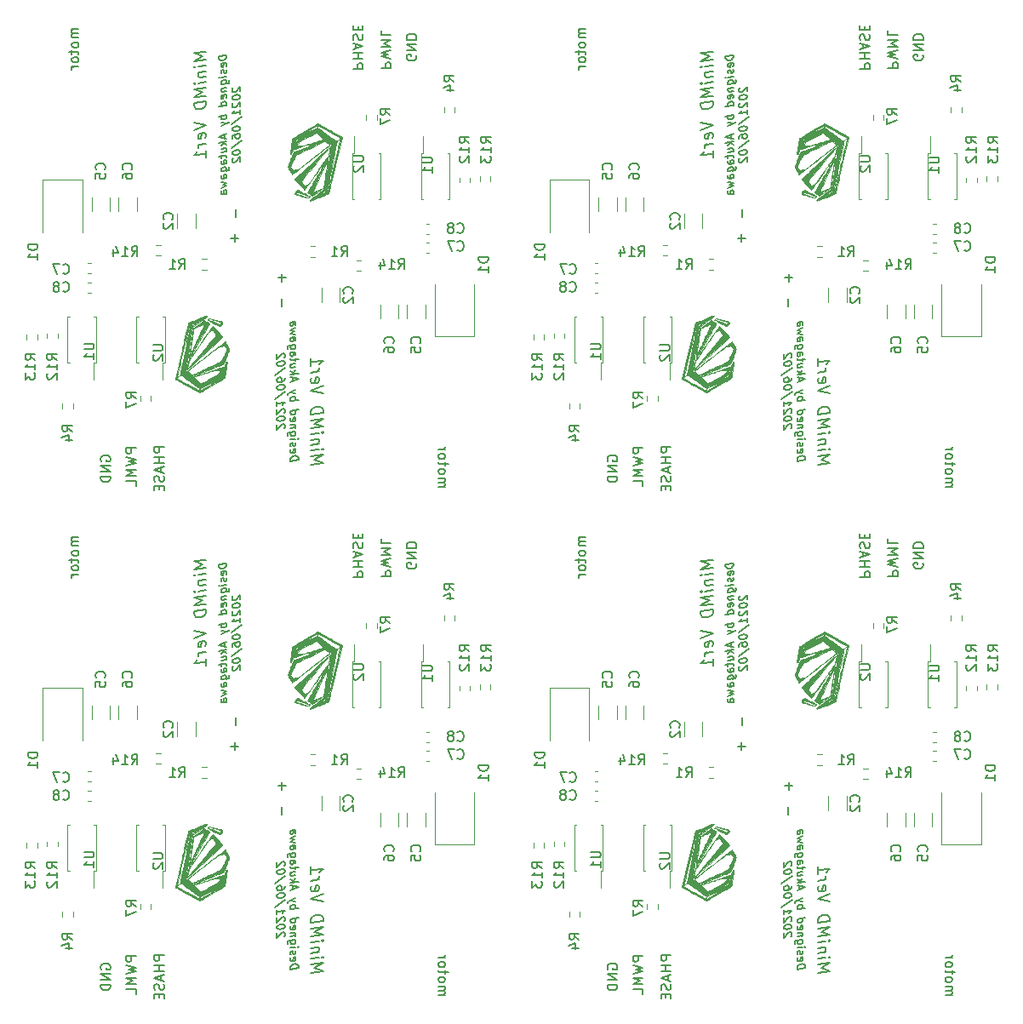
<source format=gbo>
%TF.GenerationSoftware,KiCad,Pcbnew,(5.1.8)-1*%
%TF.CreationDate,2021-06-03T01:22:04+09:00*%
%TF.ProjectId,MiniMD,4d696e69-4d44-42e6-9b69-6361645f7063,rev?*%
%TF.SameCoordinates,Original*%
%TF.FileFunction,Legend,Bot*%
%TF.FilePolarity,Positive*%
%FSLAX46Y46*%
G04 Gerber Fmt 4.6, Leading zero omitted, Abs format (unit mm)*
G04 Created by KiCad (PCBNEW (5.1.8)-1) date 2021-06-03 01:22:04*
%MOMM*%
%LPD*%
G01*
G04 APERTURE LIST*
%ADD10C,0.150000*%
%ADD11C,0.200000*%
%ADD12C,0.120000*%
%ADD13C,0.010000*%
%ADD14O,2.000000X1.700000*%
%ADD15O,1.700000X1.950000*%
%ADD16O,1.700000X2.000000*%
G04 APERTURE END LIST*
D10*
X161425000Y-103632095D02*
X161377380Y-103536857D01*
X161377380Y-103394000D01*
X161425000Y-103251142D01*
X161520238Y-103155904D01*
X161615476Y-103108285D01*
X161805952Y-103060666D01*
X161948809Y-103060666D01*
X162139285Y-103108285D01*
X162234523Y-103155904D01*
X162329761Y-103251142D01*
X162377380Y-103394000D01*
X162377380Y-103489238D01*
X162329761Y-103632095D01*
X162282142Y-103679714D01*
X161948809Y-103679714D01*
X161948809Y-103489238D01*
X162377380Y-104108285D02*
X161377380Y-104108285D01*
X162377380Y-104679714D01*
X161377380Y-104679714D01*
X162377380Y-105155904D02*
X161377380Y-105155904D01*
X161377380Y-105394000D01*
X161425000Y-105536857D01*
X161520238Y-105632095D01*
X161615476Y-105679714D01*
X161805952Y-105727333D01*
X161948809Y-105727333D01*
X162139285Y-105679714D01*
X162234523Y-105632095D01*
X162329761Y-105536857D01*
X162377380Y-105394000D01*
X162377380Y-105155904D01*
X164917380Y-102330476D02*
X163917380Y-102330476D01*
X163917380Y-102711428D01*
X163965000Y-102806666D01*
X164012619Y-102854285D01*
X164107857Y-102901904D01*
X164250714Y-102901904D01*
X164345952Y-102854285D01*
X164393571Y-102806666D01*
X164441190Y-102711428D01*
X164441190Y-102330476D01*
X163917380Y-103235238D02*
X164917380Y-103473333D01*
X164203095Y-103663809D01*
X164917380Y-103854285D01*
X163917380Y-104092380D01*
X164917380Y-104473333D02*
X163917380Y-104473333D01*
X164631666Y-104806666D01*
X163917380Y-105140000D01*
X164917380Y-105140000D01*
X164917380Y-106092380D02*
X164917380Y-105616190D01*
X163917380Y-105616190D01*
X195000619Y-106195571D02*
X195667285Y-106195571D01*
X195572047Y-106195571D02*
X195619666Y-106147952D01*
X195667285Y-106052714D01*
X195667285Y-105909857D01*
X195619666Y-105814619D01*
X195524428Y-105767000D01*
X195000619Y-105767000D01*
X195524428Y-105767000D02*
X195619666Y-105719380D01*
X195667285Y-105624142D01*
X195667285Y-105481285D01*
X195619666Y-105386047D01*
X195524428Y-105338428D01*
X195000619Y-105338428D01*
X195000619Y-104719380D02*
X195048238Y-104814619D01*
X195095857Y-104862238D01*
X195191095Y-104909857D01*
X195476809Y-104909857D01*
X195572047Y-104862238D01*
X195619666Y-104814619D01*
X195667285Y-104719380D01*
X195667285Y-104576523D01*
X195619666Y-104481285D01*
X195572047Y-104433666D01*
X195476809Y-104386047D01*
X195191095Y-104386047D01*
X195095857Y-104433666D01*
X195048238Y-104481285D01*
X195000619Y-104576523D01*
X195000619Y-104719380D01*
X195667285Y-104100333D02*
X195667285Y-103719380D01*
X196000619Y-103957476D02*
X195143476Y-103957476D01*
X195048238Y-103909857D01*
X195000619Y-103814619D01*
X195000619Y-103719380D01*
X195000619Y-103243190D02*
X195048238Y-103338428D01*
X195095857Y-103386047D01*
X195191095Y-103433666D01*
X195476809Y-103433666D01*
X195572047Y-103386047D01*
X195619666Y-103338428D01*
X195667285Y-103243190D01*
X195667285Y-103100333D01*
X195619666Y-103005095D01*
X195572047Y-102957476D01*
X195476809Y-102909857D01*
X195191095Y-102909857D01*
X195095857Y-102957476D01*
X195048238Y-103005095D01*
X195000619Y-103100333D01*
X195000619Y-103243190D01*
X195000619Y-102481285D02*
X195667285Y-102481285D01*
X195476809Y-102481285D02*
X195572047Y-102433666D01*
X195619666Y-102386047D01*
X195667285Y-102290809D01*
X195667285Y-102195571D01*
X173930904Y-63253336D02*
X173130904Y-63353336D01*
X173130904Y-63543812D01*
X173169000Y-63653336D01*
X173245190Y-63720002D01*
X173321380Y-63748574D01*
X173473761Y-63767622D01*
X173588047Y-63753336D01*
X173740428Y-63696193D01*
X173816619Y-63648574D01*
X173892809Y-63562860D01*
X173930904Y-63443812D01*
X173930904Y-63253336D01*
X173892809Y-64362860D02*
X173930904Y-64281907D01*
X173930904Y-64129526D01*
X173892809Y-64058098D01*
X173816619Y-64029526D01*
X173511857Y-64067622D01*
X173435666Y-64115241D01*
X173397571Y-64196193D01*
X173397571Y-64348574D01*
X173435666Y-64420002D01*
X173511857Y-64448574D01*
X173588047Y-64439050D01*
X173664238Y-64048574D01*
X173892809Y-64705717D02*
X173930904Y-64777145D01*
X173930904Y-64929526D01*
X173892809Y-65010479D01*
X173816619Y-65058098D01*
X173778523Y-65062860D01*
X173702333Y-65034288D01*
X173664238Y-64962860D01*
X173664238Y-64848574D01*
X173626142Y-64777145D01*
X173549952Y-64748574D01*
X173511857Y-64753336D01*
X173435666Y-64800955D01*
X173397571Y-64881907D01*
X173397571Y-64996193D01*
X173435666Y-65067622D01*
X173930904Y-65386669D02*
X173397571Y-65453336D01*
X173130904Y-65486669D02*
X173169000Y-65443812D01*
X173207095Y-65477145D01*
X173169000Y-65520002D01*
X173130904Y-65486669D01*
X173207095Y-65477145D01*
X173397571Y-66177145D02*
X174045190Y-66096193D01*
X174121380Y-66048574D01*
X174159476Y-66005717D01*
X174197571Y-65924764D01*
X174197571Y-65810479D01*
X174159476Y-65739050D01*
X173892809Y-66115241D02*
X173930904Y-66034288D01*
X173930904Y-65881907D01*
X173892809Y-65810479D01*
X173854714Y-65777145D01*
X173778523Y-65748574D01*
X173549952Y-65777145D01*
X173473761Y-65824764D01*
X173435666Y-65867622D01*
X173397571Y-65948574D01*
X173397571Y-66100955D01*
X173435666Y-66172383D01*
X173397571Y-66558098D02*
X173930904Y-66491431D01*
X173473761Y-66548574D02*
X173435666Y-66591431D01*
X173397571Y-66672383D01*
X173397571Y-66786669D01*
X173435666Y-66858098D01*
X173511857Y-66886669D01*
X173930904Y-66834288D01*
X173892809Y-67524764D02*
X173930904Y-67443812D01*
X173930904Y-67291431D01*
X173892809Y-67220002D01*
X173816619Y-67191431D01*
X173511857Y-67229526D01*
X173435666Y-67277145D01*
X173397571Y-67358098D01*
X173397571Y-67510479D01*
X173435666Y-67581907D01*
X173511857Y-67610479D01*
X173588047Y-67600955D01*
X173664238Y-67210479D01*
X173930904Y-68243812D02*
X173130904Y-68343812D01*
X173892809Y-68248574D02*
X173930904Y-68167622D01*
X173930904Y-68015241D01*
X173892809Y-67943812D01*
X173854714Y-67910479D01*
X173778523Y-67881907D01*
X173549952Y-67910479D01*
X173473761Y-67958098D01*
X173435666Y-68000955D01*
X173397571Y-68081907D01*
X173397571Y-68234288D01*
X173435666Y-68305717D01*
X173930904Y-69234288D02*
X173130904Y-69334288D01*
X173435666Y-69296193D02*
X173397571Y-69377145D01*
X173397571Y-69529526D01*
X173435666Y-69600955D01*
X173473761Y-69634288D01*
X173549952Y-69662860D01*
X173778523Y-69634288D01*
X173854714Y-69586669D01*
X173892809Y-69543812D01*
X173930904Y-69462860D01*
X173930904Y-69310479D01*
X173892809Y-69239050D01*
X173397571Y-69948574D02*
X173930904Y-70072383D01*
X173397571Y-70329526D02*
X173930904Y-70072383D01*
X174121380Y-69972383D01*
X174159476Y-69929526D01*
X174197571Y-69848574D01*
X173702333Y-71167622D02*
X173702333Y-71548574D01*
X173930904Y-71062860D02*
X173130904Y-71429526D01*
X173930904Y-71596193D01*
X173930904Y-71862860D02*
X173130904Y-71962860D01*
X173626142Y-71977145D02*
X173930904Y-72167622D01*
X173397571Y-72234288D02*
X173702333Y-71891431D01*
X173397571Y-72920002D02*
X173930904Y-72853336D01*
X173397571Y-72577145D02*
X173816619Y-72524764D01*
X173892809Y-72553336D01*
X173930904Y-72624764D01*
X173930904Y-72739050D01*
X173892809Y-72820002D01*
X173854714Y-72862860D01*
X173397571Y-73186669D02*
X173397571Y-73491431D01*
X173130904Y-73334288D02*
X173816619Y-73248574D01*
X173892809Y-73277145D01*
X173930904Y-73348574D01*
X173930904Y-73424764D01*
X173930904Y-74034288D02*
X173511857Y-74086669D01*
X173435666Y-74058098D01*
X173397571Y-73986669D01*
X173397571Y-73834288D01*
X173435666Y-73753336D01*
X173892809Y-74039050D02*
X173930904Y-73958098D01*
X173930904Y-73767622D01*
X173892809Y-73696193D01*
X173816619Y-73667622D01*
X173740428Y-73677145D01*
X173664238Y-73724764D01*
X173626142Y-73805717D01*
X173626142Y-73996193D01*
X173588047Y-74077145D01*
X173397571Y-74824764D02*
X174045190Y-74743812D01*
X174121380Y-74696193D01*
X174159476Y-74653336D01*
X174197571Y-74572383D01*
X174197571Y-74458098D01*
X174159476Y-74386669D01*
X173892809Y-74762860D02*
X173930904Y-74681907D01*
X173930904Y-74529526D01*
X173892809Y-74458098D01*
X173854714Y-74424764D01*
X173778523Y-74396193D01*
X173549952Y-74424764D01*
X173473761Y-74472383D01*
X173435666Y-74515241D01*
X173397571Y-74596193D01*
X173397571Y-74748574D01*
X173435666Y-74820002D01*
X173930904Y-75481907D02*
X173511857Y-75534288D01*
X173435666Y-75505717D01*
X173397571Y-75434288D01*
X173397571Y-75281907D01*
X173435666Y-75200955D01*
X173892809Y-75486669D02*
X173930904Y-75405717D01*
X173930904Y-75215241D01*
X173892809Y-75143812D01*
X173816619Y-75115241D01*
X173740428Y-75124764D01*
X173664238Y-75172383D01*
X173626142Y-75253336D01*
X173626142Y-75443812D01*
X173588047Y-75524764D01*
X173397571Y-75853336D02*
X173930904Y-75939050D01*
X173549952Y-76139050D01*
X173930904Y-76243812D01*
X173397571Y-76462860D01*
X173930904Y-77043812D02*
X173511857Y-77096193D01*
X173435666Y-77067622D01*
X173397571Y-76996193D01*
X173397571Y-76843812D01*
X173435666Y-76762860D01*
X173892809Y-77048574D02*
X173930904Y-76967622D01*
X173930904Y-76777145D01*
X173892809Y-76705717D01*
X173816619Y-76677145D01*
X173740428Y-76686669D01*
X173664238Y-76734288D01*
X173626142Y-76815241D01*
X173626142Y-77005717D01*
X173588047Y-77086669D01*
X174557095Y-66505717D02*
X174519000Y-66548574D01*
X174480904Y-66629526D01*
X174480904Y-66820002D01*
X174519000Y-66891431D01*
X174557095Y-66924764D01*
X174633285Y-66953336D01*
X174709476Y-66943812D01*
X174823761Y-66891431D01*
X175280904Y-66377145D01*
X175280904Y-66872383D01*
X174480904Y-67467622D02*
X174480904Y-67543812D01*
X174519000Y-67615241D01*
X174557095Y-67648574D01*
X174633285Y-67677145D01*
X174785666Y-67696193D01*
X174976142Y-67672383D01*
X175128523Y-67615241D01*
X175204714Y-67567622D01*
X175242809Y-67524764D01*
X175280904Y-67443812D01*
X175280904Y-67367622D01*
X175242809Y-67296193D01*
X175204714Y-67262860D01*
X175128523Y-67234288D01*
X174976142Y-67215241D01*
X174785666Y-67239050D01*
X174633285Y-67296193D01*
X174557095Y-67343812D01*
X174519000Y-67386669D01*
X174480904Y-67467622D01*
X174557095Y-68029526D02*
X174519000Y-68072383D01*
X174480904Y-68153336D01*
X174480904Y-68343812D01*
X174519000Y-68415241D01*
X174557095Y-68448574D01*
X174633285Y-68477145D01*
X174709476Y-68467622D01*
X174823761Y-68415241D01*
X175280904Y-67900955D01*
X175280904Y-68396193D01*
X175280904Y-69158098D02*
X175280904Y-68700955D01*
X175280904Y-68929526D02*
X174480904Y-69029526D01*
X174595190Y-68939050D01*
X174671380Y-68853336D01*
X174709476Y-68772383D01*
X174442809Y-70177145D02*
X175471380Y-69362860D01*
X174480904Y-70591431D02*
X174480904Y-70667622D01*
X174519000Y-70739050D01*
X174557095Y-70772383D01*
X174633285Y-70800955D01*
X174785666Y-70820002D01*
X174976142Y-70796193D01*
X175128523Y-70739050D01*
X175204714Y-70691431D01*
X175242809Y-70648574D01*
X175280904Y-70567622D01*
X175280904Y-70491431D01*
X175242809Y-70420002D01*
X175204714Y-70386669D01*
X175128523Y-70358098D01*
X174976142Y-70339050D01*
X174785666Y-70362860D01*
X174633285Y-70420002D01*
X174557095Y-70467622D01*
X174519000Y-70510479D01*
X174480904Y-70591431D01*
X174480904Y-71543812D02*
X174480904Y-71391431D01*
X174519000Y-71310479D01*
X174557095Y-71267622D01*
X174671380Y-71177145D01*
X174823761Y-71120002D01*
X175128523Y-71081907D01*
X175204714Y-71110479D01*
X175242809Y-71143812D01*
X175280904Y-71215241D01*
X175280904Y-71367622D01*
X175242809Y-71448574D01*
X175204714Y-71491431D01*
X175128523Y-71539050D01*
X174938047Y-71562860D01*
X174861857Y-71534288D01*
X174823761Y-71500955D01*
X174785666Y-71429526D01*
X174785666Y-71277145D01*
X174823761Y-71196193D01*
X174861857Y-71153336D01*
X174938047Y-71105717D01*
X174442809Y-72539050D02*
X175471380Y-71724764D01*
X174480904Y-72953336D02*
X174480904Y-73029526D01*
X174519000Y-73100955D01*
X174557095Y-73134288D01*
X174633285Y-73162860D01*
X174785666Y-73181907D01*
X174976142Y-73158098D01*
X175128523Y-73100955D01*
X175204714Y-73053336D01*
X175242809Y-73010479D01*
X175280904Y-72929526D01*
X175280904Y-72853336D01*
X175242809Y-72781907D01*
X175204714Y-72748574D01*
X175128523Y-72720002D01*
X174976142Y-72700955D01*
X174785666Y-72724764D01*
X174633285Y-72781907D01*
X174557095Y-72829526D01*
X174519000Y-72872383D01*
X174480904Y-72953336D01*
X174557095Y-73515241D02*
X174519000Y-73558098D01*
X174480904Y-73639050D01*
X174480904Y-73829526D01*
X174519000Y-73900955D01*
X174557095Y-73934288D01*
X174633285Y-73962860D01*
X174709476Y-73953336D01*
X174823761Y-73900955D01*
X175280904Y-73386669D01*
X175280904Y-73881907D01*
X167711380Y-102251142D02*
X166711380Y-102251142D01*
X166711380Y-102632095D01*
X166759000Y-102727333D01*
X166806619Y-102774952D01*
X166901857Y-102822571D01*
X167044714Y-102822571D01*
X167139952Y-102774952D01*
X167187571Y-102727333D01*
X167235190Y-102632095D01*
X167235190Y-102251142D01*
X167711380Y-103251142D02*
X166711380Y-103251142D01*
X167187571Y-103251142D02*
X167187571Y-103822571D01*
X167711380Y-103822571D02*
X166711380Y-103822571D01*
X167425666Y-104251142D02*
X167425666Y-104727333D01*
X167711380Y-104155904D02*
X166711380Y-104489238D01*
X167711380Y-104822571D01*
X167663761Y-105108285D02*
X167711380Y-105251142D01*
X167711380Y-105489238D01*
X167663761Y-105584476D01*
X167616142Y-105632095D01*
X167520904Y-105679714D01*
X167425666Y-105679714D01*
X167330428Y-105632095D01*
X167282809Y-105584476D01*
X167235190Y-105489238D01*
X167187571Y-105298761D01*
X167139952Y-105203523D01*
X167092333Y-105155904D01*
X166997095Y-105108285D01*
X166901857Y-105108285D01*
X166806619Y-105155904D01*
X166759000Y-105203523D01*
X166711380Y-105298761D01*
X166711380Y-105536857D01*
X166759000Y-105679714D01*
X167187571Y-106108285D02*
X167187571Y-106441619D01*
X167711380Y-106584476D02*
X167711380Y-106108285D01*
X166711380Y-106108285D01*
X166711380Y-106584476D01*
D11*
X182321142Y-103971142D02*
X183521142Y-103821142D01*
X182664000Y-103528285D01*
X183521142Y-103021142D01*
X182321142Y-103171142D01*
X182321142Y-102599714D02*
X183121142Y-102499714D01*
X183521142Y-102449714D02*
X183464000Y-102514000D01*
X183406857Y-102464000D01*
X183464000Y-102399714D01*
X183521142Y-102449714D01*
X183406857Y-102464000D01*
X183121142Y-101928285D02*
X182321142Y-102028285D01*
X183006857Y-101942571D02*
X183064000Y-101878285D01*
X183121142Y-101756857D01*
X183121142Y-101585428D01*
X183064000Y-101478285D01*
X182949714Y-101435428D01*
X182321142Y-101514000D01*
X182321142Y-100942571D02*
X183121142Y-100842571D01*
X183521142Y-100792571D02*
X183464000Y-100856857D01*
X183406857Y-100806857D01*
X183464000Y-100742571D01*
X183521142Y-100792571D01*
X183406857Y-100806857D01*
X182321142Y-100371142D02*
X183521142Y-100221142D01*
X182664000Y-99928285D01*
X183521142Y-99421142D01*
X182321142Y-99571142D01*
X182321142Y-98999714D02*
X183521142Y-98849714D01*
X183521142Y-98564000D01*
X183464000Y-98399714D01*
X183349714Y-98299714D01*
X183235428Y-98256857D01*
X183006857Y-98228285D01*
X182835428Y-98249714D01*
X182606857Y-98335428D01*
X182492571Y-98406857D01*
X182378285Y-98535428D01*
X182321142Y-98714000D01*
X182321142Y-98999714D01*
X183521142Y-96906857D02*
X182321142Y-96656857D01*
X183521142Y-96106857D01*
X182378285Y-95392571D02*
X182321142Y-95514000D01*
X182321142Y-95742571D01*
X182378285Y-95849714D01*
X182492571Y-95892571D01*
X182949714Y-95835428D01*
X183064000Y-95764000D01*
X183121142Y-95642571D01*
X183121142Y-95414000D01*
X183064000Y-95306857D01*
X182949714Y-95264000D01*
X182835428Y-95278285D01*
X182721142Y-95864000D01*
X182321142Y-94828285D02*
X183121142Y-94728285D01*
X182892571Y-94756857D02*
X183006857Y-94685428D01*
X183064000Y-94621142D01*
X183121142Y-94499714D01*
X183121142Y-94385428D01*
X182321142Y-93456857D02*
X182321142Y-94142571D01*
X182321142Y-93799714D02*
X183521142Y-93649714D01*
X183349714Y-93785428D01*
X183235428Y-93914000D01*
X183178285Y-94035428D01*
D10*
X174823428Y-78613047D02*
X174823428Y-79374952D01*
X174371047Y-81462571D02*
X175132952Y-81462571D01*
X174752000Y-81081619D02*
X174752000Y-81843523D01*
X189285619Y-64547523D02*
X190285619Y-64547523D01*
X190285619Y-64166571D01*
X190238000Y-64071333D01*
X190190380Y-64023714D01*
X190095142Y-63976095D01*
X189952285Y-63976095D01*
X189857047Y-64023714D01*
X189809428Y-64071333D01*
X189761809Y-64166571D01*
X189761809Y-64547523D01*
X190285619Y-63642761D02*
X189285619Y-63404666D01*
X189999904Y-63214190D01*
X189285619Y-63023714D01*
X190285619Y-62785619D01*
X189285619Y-62404666D02*
X190285619Y-62404666D01*
X189571333Y-62071333D01*
X190285619Y-61738000D01*
X189285619Y-61738000D01*
X189285619Y-60785619D02*
X189285619Y-61261809D01*
X190285619Y-61261809D01*
X186491619Y-64626857D02*
X187491619Y-64626857D01*
X187491619Y-64245904D01*
X187444000Y-64150666D01*
X187396380Y-64103047D01*
X187301142Y-64055428D01*
X187158285Y-64055428D01*
X187063047Y-64103047D01*
X187015428Y-64150666D01*
X186967809Y-64245904D01*
X186967809Y-64626857D01*
X186491619Y-63626857D02*
X187491619Y-63626857D01*
X187015428Y-63626857D02*
X187015428Y-63055428D01*
X186491619Y-63055428D02*
X187491619Y-63055428D01*
X186777333Y-62626857D02*
X186777333Y-62150666D01*
X186491619Y-62722095D02*
X187491619Y-62388761D01*
X186491619Y-62055428D01*
X186539238Y-61769714D02*
X186491619Y-61626857D01*
X186491619Y-61388761D01*
X186539238Y-61293523D01*
X186586857Y-61245904D01*
X186682095Y-61198285D01*
X186777333Y-61198285D01*
X186872571Y-61245904D01*
X186920190Y-61293523D01*
X186967809Y-61388761D01*
X187015428Y-61579238D01*
X187063047Y-61674476D01*
X187110666Y-61722095D01*
X187205904Y-61769714D01*
X187301142Y-61769714D01*
X187396380Y-61722095D01*
X187444000Y-61674476D01*
X187491619Y-61579238D01*
X187491619Y-61341142D01*
X187444000Y-61198285D01*
X187015428Y-60769714D02*
X187015428Y-60436380D01*
X186491619Y-60293523D02*
X186491619Y-60769714D01*
X187491619Y-60769714D01*
X187491619Y-60293523D01*
X179379571Y-88264952D02*
X179379571Y-87503047D01*
X159202380Y-60682428D02*
X158535714Y-60682428D01*
X158630952Y-60682428D02*
X158583333Y-60730047D01*
X158535714Y-60825285D01*
X158535714Y-60968142D01*
X158583333Y-61063380D01*
X158678571Y-61111000D01*
X159202380Y-61111000D01*
X158678571Y-61111000D02*
X158583333Y-61158619D01*
X158535714Y-61253857D01*
X158535714Y-61396714D01*
X158583333Y-61491952D01*
X158678571Y-61539571D01*
X159202380Y-61539571D01*
X159202380Y-62158619D02*
X159154761Y-62063380D01*
X159107142Y-62015761D01*
X159011904Y-61968142D01*
X158726190Y-61968142D01*
X158630952Y-62015761D01*
X158583333Y-62063380D01*
X158535714Y-62158619D01*
X158535714Y-62301476D01*
X158583333Y-62396714D01*
X158630952Y-62444333D01*
X158726190Y-62491952D01*
X159011904Y-62491952D01*
X159107142Y-62444333D01*
X159154761Y-62396714D01*
X159202380Y-62301476D01*
X159202380Y-62158619D01*
X158535714Y-62777666D02*
X158535714Y-63158619D01*
X158202380Y-62920523D02*
X159059523Y-62920523D01*
X159154761Y-62968142D01*
X159202380Y-63063380D01*
X159202380Y-63158619D01*
X159202380Y-63634809D02*
X159154761Y-63539571D01*
X159107142Y-63491952D01*
X159011904Y-63444333D01*
X158726190Y-63444333D01*
X158630952Y-63491952D01*
X158583333Y-63539571D01*
X158535714Y-63634809D01*
X158535714Y-63777666D01*
X158583333Y-63872904D01*
X158630952Y-63920523D01*
X158726190Y-63968142D01*
X159011904Y-63968142D01*
X159107142Y-63920523D01*
X159154761Y-63872904D01*
X159202380Y-63777666D01*
X159202380Y-63634809D01*
X159202380Y-64396714D02*
X158535714Y-64396714D01*
X158726190Y-64396714D02*
X158630952Y-64444333D01*
X158583333Y-64491952D01*
X158535714Y-64587190D01*
X158535714Y-64682428D01*
D11*
X171881857Y-62906857D02*
X170681857Y-63056857D01*
X171539000Y-63349714D01*
X170681857Y-63856857D01*
X171881857Y-63706857D01*
X171881857Y-64278285D02*
X171081857Y-64378285D01*
X170681857Y-64428285D02*
X170739000Y-64364000D01*
X170796142Y-64414000D01*
X170739000Y-64478285D01*
X170681857Y-64428285D01*
X170796142Y-64414000D01*
X171081857Y-64949714D02*
X171881857Y-64849714D01*
X171196142Y-64935428D02*
X171139000Y-64999714D01*
X171081857Y-65121142D01*
X171081857Y-65292571D01*
X171139000Y-65399714D01*
X171253285Y-65442571D01*
X171881857Y-65364000D01*
X171881857Y-65935428D02*
X171081857Y-66035428D01*
X170681857Y-66085428D02*
X170739000Y-66021142D01*
X170796142Y-66071142D01*
X170739000Y-66135428D01*
X170681857Y-66085428D01*
X170796142Y-66071142D01*
X171881857Y-66506857D02*
X170681857Y-66656857D01*
X171539000Y-66949714D01*
X170681857Y-67456857D01*
X171881857Y-67306857D01*
X171881857Y-67878285D02*
X170681857Y-68028285D01*
X170681857Y-68314000D01*
X170739000Y-68478285D01*
X170853285Y-68578285D01*
X170967571Y-68621142D01*
X171196142Y-68649714D01*
X171367571Y-68628285D01*
X171596142Y-68542571D01*
X171710428Y-68471142D01*
X171824714Y-68342571D01*
X171881857Y-68164000D01*
X171881857Y-67878285D01*
X170681857Y-69971142D02*
X171881857Y-70221142D01*
X170681857Y-70771142D01*
X171824714Y-71485428D02*
X171881857Y-71364000D01*
X171881857Y-71135428D01*
X171824714Y-71028285D01*
X171710428Y-70985428D01*
X171253285Y-71042571D01*
X171139000Y-71114000D01*
X171081857Y-71235428D01*
X171081857Y-71464000D01*
X171139000Y-71571142D01*
X171253285Y-71614000D01*
X171367571Y-71599714D01*
X171481857Y-71014000D01*
X171881857Y-72049714D02*
X171081857Y-72149714D01*
X171310428Y-72121142D02*
X171196142Y-72192571D01*
X171139000Y-72256857D01*
X171081857Y-72378285D01*
X171081857Y-72492571D01*
X171881857Y-73421142D02*
X171881857Y-72735428D01*
X171881857Y-73078285D02*
X170681857Y-73228285D01*
X170853285Y-73092571D01*
X170967571Y-72964000D01*
X171024714Y-72842571D01*
D10*
X192778000Y-63245904D02*
X192825619Y-63341142D01*
X192825619Y-63484000D01*
X192778000Y-63626857D01*
X192682761Y-63722095D01*
X192587523Y-63769714D01*
X192397047Y-63817333D01*
X192254190Y-63817333D01*
X192063714Y-63769714D01*
X191968476Y-63722095D01*
X191873238Y-63626857D01*
X191825619Y-63484000D01*
X191825619Y-63388761D01*
X191873238Y-63245904D01*
X191920857Y-63198285D01*
X192254190Y-63198285D01*
X192254190Y-63388761D01*
X191825619Y-62769714D02*
X192825619Y-62769714D01*
X191825619Y-62198285D01*
X192825619Y-62198285D01*
X191825619Y-61722095D02*
X192825619Y-61722095D01*
X192825619Y-61484000D01*
X192778000Y-61341142D01*
X192682761Y-61245904D01*
X192587523Y-61198285D01*
X192397047Y-61150666D01*
X192254190Y-61150666D01*
X192063714Y-61198285D01*
X191968476Y-61245904D01*
X191873238Y-61341142D01*
X191825619Y-61484000D01*
X191825619Y-61722095D01*
X180272095Y-103624663D02*
X181072095Y-103524663D01*
X181072095Y-103334187D01*
X181034000Y-103224663D01*
X180957809Y-103157997D01*
X180881619Y-103129425D01*
X180729238Y-103110377D01*
X180614952Y-103124663D01*
X180462571Y-103181806D01*
X180386380Y-103229425D01*
X180310190Y-103315139D01*
X180272095Y-103434187D01*
X180272095Y-103624663D01*
X180310190Y-102515139D02*
X180272095Y-102596092D01*
X180272095Y-102748473D01*
X180310190Y-102819901D01*
X180386380Y-102848473D01*
X180691142Y-102810377D01*
X180767333Y-102762758D01*
X180805428Y-102681806D01*
X180805428Y-102529425D01*
X180767333Y-102457997D01*
X180691142Y-102429425D01*
X180614952Y-102438949D01*
X180538761Y-102829425D01*
X180310190Y-102172282D02*
X180272095Y-102100854D01*
X180272095Y-101948473D01*
X180310190Y-101867520D01*
X180386380Y-101819901D01*
X180424476Y-101815139D01*
X180500666Y-101843711D01*
X180538761Y-101915139D01*
X180538761Y-102029425D01*
X180576857Y-102100854D01*
X180653047Y-102129425D01*
X180691142Y-102124663D01*
X180767333Y-102077044D01*
X180805428Y-101996092D01*
X180805428Y-101881806D01*
X180767333Y-101810377D01*
X180272095Y-101491330D02*
X180805428Y-101424663D01*
X181072095Y-101391330D02*
X181034000Y-101434187D01*
X180995904Y-101400854D01*
X181034000Y-101357997D01*
X181072095Y-101391330D01*
X180995904Y-101400854D01*
X180805428Y-100700854D02*
X180157809Y-100781806D01*
X180081619Y-100829425D01*
X180043523Y-100872282D01*
X180005428Y-100953235D01*
X180005428Y-101067520D01*
X180043523Y-101138949D01*
X180310190Y-100762758D02*
X180272095Y-100843711D01*
X180272095Y-100996092D01*
X180310190Y-101067520D01*
X180348285Y-101100854D01*
X180424476Y-101129425D01*
X180653047Y-101100854D01*
X180729238Y-101053235D01*
X180767333Y-101010377D01*
X180805428Y-100929425D01*
X180805428Y-100777044D01*
X180767333Y-100705616D01*
X180805428Y-100319901D02*
X180272095Y-100386568D01*
X180729238Y-100329425D02*
X180767333Y-100286568D01*
X180805428Y-100205616D01*
X180805428Y-100091330D01*
X180767333Y-100019901D01*
X180691142Y-99991330D01*
X180272095Y-100043711D01*
X180310190Y-99353235D02*
X180272095Y-99434187D01*
X180272095Y-99586568D01*
X180310190Y-99657997D01*
X180386380Y-99686568D01*
X180691142Y-99648473D01*
X180767333Y-99600854D01*
X180805428Y-99519901D01*
X180805428Y-99367520D01*
X180767333Y-99296092D01*
X180691142Y-99267520D01*
X180614952Y-99277044D01*
X180538761Y-99667520D01*
X180272095Y-98634187D02*
X181072095Y-98534187D01*
X180310190Y-98629425D02*
X180272095Y-98710377D01*
X180272095Y-98862758D01*
X180310190Y-98934187D01*
X180348285Y-98967520D01*
X180424476Y-98996092D01*
X180653047Y-98967520D01*
X180729238Y-98919901D01*
X180767333Y-98877044D01*
X180805428Y-98796092D01*
X180805428Y-98643711D01*
X180767333Y-98572282D01*
X180272095Y-97643711D02*
X181072095Y-97543711D01*
X180767333Y-97581806D02*
X180805428Y-97500854D01*
X180805428Y-97348473D01*
X180767333Y-97277044D01*
X180729238Y-97243711D01*
X180653047Y-97215139D01*
X180424476Y-97243711D01*
X180348285Y-97291330D01*
X180310190Y-97334187D01*
X180272095Y-97415139D01*
X180272095Y-97567520D01*
X180310190Y-97638949D01*
X180805428Y-96929425D02*
X180272095Y-96805616D01*
X180805428Y-96548473D02*
X180272095Y-96805616D01*
X180081619Y-96905616D01*
X180043523Y-96948473D01*
X180005428Y-97029425D01*
X180500666Y-95710377D02*
X180500666Y-95329425D01*
X180272095Y-95815139D02*
X181072095Y-95448473D01*
X180272095Y-95281806D01*
X180272095Y-95015139D02*
X181072095Y-94915139D01*
X180576857Y-94900854D02*
X180272095Y-94710377D01*
X180805428Y-94643711D02*
X180500666Y-94986568D01*
X180805428Y-93957997D02*
X180272095Y-94024663D01*
X180805428Y-94300854D02*
X180386380Y-94353235D01*
X180310190Y-94324663D01*
X180272095Y-94253235D01*
X180272095Y-94138949D01*
X180310190Y-94057997D01*
X180348285Y-94015139D01*
X180805428Y-93691330D02*
X180805428Y-93386568D01*
X181072095Y-93543711D02*
X180386380Y-93629425D01*
X180310190Y-93600854D01*
X180272095Y-93529425D01*
X180272095Y-93453235D01*
X180272095Y-92843711D02*
X180691142Y-92791330D01*
X180767333Y-92819901D01*
X180805428Y-92891330D01*
X180805428Y-93043711D01*
X180767333Y-93124663D01*
X180310190Y-92838949D02*
X180272095Y-92919901D01*
X180272095Y-93110377D01*
X180310190Y-93181806D01*
X180386380Y-93210377D01*
X180462571Y-93200854D01*
X180538761Y-93153235D01*
X180576857Y-93072282D01*
X180576857Y-92881806D01*
X180614952Y-92800854D01*
X180805428Y-92053235D02*
X180157809Y-92134187D01*
X180081619Y-92181806D01*
X180043523Y-92224663D01*
X180005428Y-92305616D01*
X180005428Y-92419901D01*
X180043523Y-92491330D01*
X180310190Y-92115139D02*
X180272095Y-92196092D01*
X180272095Y-92348473D01*
X180310190Y-92419901D01*
X180348285Y-92453235D01*
X180424476Y-92481806D01*
X180653047Y-92453235D01*
X180729238Y-92405616D01*
X180767333Y-92362758D01*
X180805428Y-92281806D01*
X180805428Y-92129425D01*
X180767333Y-92057997D01*
X180272095Y-91396092D02*
X180691142Y-91343711D01*
X180767333Y-91372282D01*
X180805428Y-91443711D01*
X180805428Y-91596092D01*
X180767333Y-91677044D01*
X180310190Y-91391330D02*
X180272095Y-91472282D01*
X180272095Y-91662758D01*
X180310190Y-91734187D01*
X180386380Y-91762758D01*
X180462571Y-91753235D01*
X180538761Y-91705616D01*
X180576857Y-91624663D01*
X180576857Y-91434187D01*
X180614952Y-91353235D01*
X180805428Y-91024663D02*
X180272095Y-90938949D01*
X180653047Y-90738949D01*
X180272095Y-90634187D01*
X180805428Y-90415139D01*
X180272095Y-89834187D02*
X180691142Y-89781806D01*
X180767333Y-89810377D01*
X180805428Y-89881806D01*
X180805428Y-90034187D01*
X180767333Y-90115139D01*
X180310190Y-89829425D02*
X180272095Y-89910377D01*
X180272095Y-90100854D01*
X180310190Y-90172282D01*
X180386380Y-90200854D01*
X180462571Y-90191330D01*
X180538761Y-90143711D01*
X180576857Y-90062758D01*
X180576857Y-89872282D01*
X180614952Y-89791330D01*
X179645904Y-100372282D02*
X179684000Y-100329425D01*
X179722095Y-100248473D01*
X179722095Y-100057997D01*
X179684000Y-99986568D01*
X179645904Y-99953235D01*
X179569714Y-99924663D01*
X179493523Y-99934187D01*
X179379238Y-99986568D01*
X178922095Y-100500854D01*
X178922095Y-100005616D01*
X179722095Y-99410377D02*
X179722095Y-99334187D01*
X179684000Y-99262758D01*
X179645904Y-99229425D01*
X179569714Y-99200854D01*
X179417333Y-99181806D01*
X179226857Y-99205616D01*
X179074476Y-99262758D01*
X178998285Y-99310377D01*
X178960190Y-99353235D01*
X178922095Y-99434187D01*
X178922095Y-99510377D01*
X178960190Y-99581806D01*
X178998285Y-99615139D01*
X179074476Y-99643711D01*
X179226857Y-99662758D01*
X179417333Y-99638949D01*
X179569714Y-99581806D01*
X179645904Y-99534187D01*
X179684000Y-99491330D01*
X179722095Y-99410377D01*
X179645904Y-98848473D02*
X179684000Y-98805616D01*
X179722095Y-98724663D01*
X179722095Y-98534187D01*
X179684000Y-98462758D01*
X179645904Y-98429425D01*
X179569714Y-98400854D01*
X179493523Y-98410377D01*
X179379238Y-98462758D01*
X178922095Y-98977044D01*
X178922095Y-98481806D01*
X178922095Y-97719901D02*
X178922095Y-98177044D01*
X178922095Y-97948473D02*
X179722095Y-97848473D01*
X179607809Y-97938949D01*
X179531619Y-98024663D01*
X179493523Y-98105616D01*
X179760190Y-96700854D02*
X178731619Y-97515139D01*
X179722095Y-96286568D02*
X179722095Y-96210377D01*
X179684000Y-96138949D01*
X179645904Y-96105616D01*
X179569714Y-96077044D01*
X179417333Y-96057997D01*
X179226857Y-96081806D01*
X179074476Y-96138949D01*
X178998285Y-96186568D01*
X178960190Y-96229425D01*
X178922095Y-96310377D01*
X178922095Y-96386568D01*
X178960190Y-96457997D01*
X178998285Y-96491330D01*
X179074476Y-96519901D01*
X179226857Y-96538949D01*
X179417333Y-96515139D01*
X179569714Y-96457997D01*
X179645904Y-96410377D01*
X179684000Y-96367520D01*
X179722095Y-96286568D01*
X179722095Y-95334187D02*
X179722095Y-95486568D01*
X179684000Y-95567520D01*
X179645904Y-95610377D01*
X179531619Y-95700854D01*
X179379238Y-95757997D01*
X179074476Y-95796092D01*
X178998285Y-95767520D01*
X178960190Y-95734187D01*
X178922095Y-95662758D01*
X178922095Y-95510377D01*
X178960190Y-95429425D01*
X178998285Y-95386568D01*
X179074476Y-95338949D01*
X179264952Y-95315139D01*
X179341142Y-95343711D01*
X179379238Y-95377044D01*
X179417333Y-95448473D01*
X179417333Y-95600854D01*
X179379238Y-95681806D01*
X179341142Y-95724663D01*
X179264952Y-95772282D01*
X179760190Y-94338949D02*
X178731619Y-95153235D01*
X179722095Y-93924663D02*
X179722095Y-93848473D01*
X179684000Y-93777044D01*
X179645904Y-93743711D01*
X179569714Y-93715139D01*
X179417333Y-93696092D01*
X179226857Y-93719901D01*
X179074476Y-93777044D01*
X178998285Y-93824663D01*
X178960190Y-93867520D01*
X178922095Y-93948473D01*
X178922095Y-94024663D01*
X178960190Y-94096092D01*
X178998285Y-94129425D01*
X179074476Y-94157997D01*
X179226857Y-94177044D01*
X179417333Y-94153235D01*
X179569714Y-94096092D01*
X179645904Y-94048473D01*
X179684000Y-94005616D01*
X179722095Y-93924663D01*
X179645904Y-93362758D02*
X179684000Y-93319901D01*
X179722095Y-93238949D01*
X179722095Y-93048473D01*
X179684000Y-92977044D01*
X179645904Y-92943711D01*
X179569714Y-92915139D01*
X179493523Y-92924663D01*
X179379238Y-92977044D01*
X178922095Y-93491330D01*
X178922095Y-92996092D01*
X179831952Y-85415428D02*
X179070047Y-85415428D01*
X179451000Y-85796380D02*
X179451000Y-85034476D01*
X215336380Y-102330476D02*
X214336380Y-102330476D01*
X214336380Y-102711428D01*
X214384000Y-102806666D01*
X214431619Y-102854285D01*
X214526857Y-102901904D01*
X214669714Y-102901904D01*
X214764952Y-102854285D01*
X214812571Y-102806666D01*
X214860190Y-102711428D01*
X214860190Y-102330476D01*
X214336380Y-103235238D02*
X215336380Y-103473333D01*
X214622095Y-103663809D01*
X215336380Y-103854285D01*
X214336380Y-104092380D01*
X215336380Y-104473333D02*
X214336380Y-104473333D01*
X215050666Y-104806666D01*
X214336380Y-105140000D01*
X215336380Y-105140000D01*
X215336380Y-106092380D02*
X215336380Y-105616190D01*
X214336380Y-105616190D01*
D11*
X222300857Y-62906857D02*
X221100857Y-63056857D01*
X221958000Y-63349714D01*
X221100857Y-63856857D01*
X222300857Y-63706857D01*
X222300857Y-64278285D02*
X221500857Y-64378285D01*
X221100857Y-64428285D02*
X221158000Y-64364000D01*
X221215142Y-64414000D01*
X221158000Y-64478285D01*
X221100857Y-64428285D01*
X221215142Y-64414000D01*
X221500857Y-64949714D02*
X222300857Y-64849714D01*
X221615142Y-64935428D02*
X221558000Y-64999714D01*
X221500857Y-65121142D01*
X221500857Y-65292571D01*
X221558000Y-65399714D01*
X221672285Y-65442571D01*
X222300857Y-65364000D01*
X222300857Y-65935428D02*
X221500857Y-66035428D01*
X221100857Y-66085428D02*
X221158000Y-66021142D01*
X221215142Y-66071142D01*
X221158000Y-66135428D01*
X221100857Y-66085428D01*
X221215142Y-66071142D01*
X222300857Y-66506857D02*
X221100857Y-66656857D01*
X221958000Y-66949714D01*
X221100857Y-67456857D01*
X222300857Y-67306857D01*
X222300857Y-67878285D02*
X221100857Y-68028285D01*
X221100857Y-68314000D01*
X221158000Y-68478285D01*
X221272285Y-68578285D01*
X221386571Y-68621142D01*
X221615142Y-68649714D01*
X221786571Y-68628285D01*
X222015142Y-68542571D01*
X222129428Y-68471142D01*
X222243714Y-68342571D01*
X222300857Y-68164000D01*
X222300857Y-67878285D01*
X221100857Y-69971142D02*
X222300857Y-70221142D01*
X221100857Y-70771142D01*
X222243714Y-71485428D02*
X222300857Y-71364000D01*
X222300857Y-71135428D01*
X222243714Y-71028285D01*
X222129428Y-70985428D01*
X221672285Y-71042571D01*
X221558000Y-71114000D01*
X221500857Y-71235428D01*
X221500857Y-71464000D01*
X221558000Y-71571142D01*
X221672285Y-71614000D01*
X221786571Y-71599714D01*
X221900857Y-71014000D01*
X222300857Y-72049714D02*
X221500857Y-72149714D01*
X221729428Y-72121142D02*
X221615142Y-72192571D01*
X221558000Y-72256857D01*
X221500857Y-72378285D01*
X221500857Y-72492571D01*
X222300857Y-73421142D02*
X222300857Y-72735428D01*
X222300857Y-73078285D02*
X221100857Y-73228285D01*
X221272285Y-73092571D01*
X221386571Y-72964000D01*
X221443714Y-72842571D01*
D10*
X225242428Y-78613047D02*
X225242428Y-79374952D01*
X245419619Y-106195571D02*
X246086285Y-106195571D01*
X245991047Y-106195571D02*
X246038666Y-106147952D01*
X246086285Y-106052714D01*
X246086285Y-105909857D01*
X246038666Y-105814619D01*
X245943428Y-105767000D01*
X245419619Y-105767000D01*
X245943428Y-105767000D02*
X246038666Y-105719380D01*
X246086285Y-105624142D01*
X246086285Y-105481285D01*
X246038666Y-105386047D01*
X245943428Y-105338428D01*
X245419619Y-105338428D01*
X245419619Y-104719380D02*
X245467238Y-104814619D01*
X245514857Y-104862238D01*
X245610095Y-104909857D01*
X245895809Y-104909857D01*
X245991047Y-104862238D01*
X246038666Y-104814619D01*
X246086285Y-104719380D01*
X246086285Y-104576523D01*
X246038666Y-104481285D01*
X245991047Y-104433666D01*
X245895809Y-104386047D01*
X245610095Y-104386047D01*
X245514857Y-104433666D01*
X245467238Y-104481285D01*
X245419619Y-104576523D01*
X245419619Y-104719380D01*
X246086285Y-104100333D02*
X246086285Y-103719380D01*
X246419619Y-103957476D02*
X245562476Y-103957476D01*
X245467238Y-103909857D01*
X245419619Y-103814619D01*
X245419619Y-103719380D01*
X245419619Y-103243190D02*
X245467238Y-103338428D01*
X245514857Y-103386047D01*
X245610095Y-103433666D01*
X245895809Y-103433666D01*
X245991047Y-103386047D01*
X246038666Y-103338428D01*
X246086285Y-103243190D01*
X246086285Y-103100333D01*
X246038666Y-103005095D01*
X245991047Y-102957476D01*
X245895809Y-102909857D01*
X245610095Y-102909857D01*
X245514857Y-102957476D01*
X245467238Y-103005095D01*
X245419619Y-103100333D01*
X245419619Y-103243190D01*
X245419619Y-102481285D02*
X246086285Y-102481285D01*
X245895809Y-102481285D02*
X245991047Y-102433666D01*
X246038666Y-102386047D01*
X246086285Y-102290809D01*
X246086285Y-102195571D01*
X230691095Y-103624663D02*
X231491095Y-103524663D01*
X231491095Y-103334187D01*
X231453000Y-103224663D01*
X231376809Y-103157997D01*
X231300619Y-103129425D01*
X231148238Y-103110377D01*
X231033952Y-103124663D01*
X230881571Y-103181806D01*
X230805380Y-103229425D01*
X230729190Y-103315139D01*
X230691095Y-103434187D01*
X230691095Y-103624663D01*
X230729190Y-102515139D02*
X230691095Y-102596092D01*
X230691095Y-102748473D01*
X230729190Y-102819901D01*
X230805380Y-102848473D01*
X231110142Y-102810377D01*
X231186333Y-102762758D01*
X231224428Y-102681806D01*
X231224428Y-102529425D01*
X231186333Y-102457997D01*
X231110142Y-102429425D01*
X231033952Y-102438949D01*
X230957761Y-102829425D01*
X230729190Y-102172282D02*
X230691095Y-102100854D01*
X230691095Y-101948473D01*
X230729190Y-101867520D01*
X230805380Y-101819901D01*
X230843476Y-101815139D01*
X230919666Y-101843711D01*
X230957761Y-101915139D01*
X230957761Y-102029425D01*
X230995857Y-102100854D01*
X231072047Y-102129425D01*
X231110142Y-102124663D01*
X231186333Y-102077044D01*
X231224428Y-101996092D01*
X231224428Y-101881806D01*
X231186333Y-101810377D01*
X230691095Y-101491330D02*
X231224428Y-101424663D01*
X231491095Y-101391330D02*
X231453000Y-101434187D01*
X231414904Y-101400854D01*
X231453000Y-101357997D01*
X231491095Y-101391330D01*
X231414904Y-101400854D01*
X231224428Y-100700854D02*
X230576809Y-100781806D01*
X230500619Y-100829425D01*
X230462523Y-100872282D01*
X230424428Y-100953235D01*
X230424428Y-101067520D01*
X230462523Y-101138949D01*
X230729190Y-100762758D02*
X230691095Y-100843711D01*
X230691095Y-100996092D01*
X230729190Y-101067520D01*
X230767285Y-101100854D01*
X230843476Y-101129425D01*
X231072047Y-101100854D01*
X231148238Y-101053235D01*
X231186333Y-101010377D01*
X231224428Y-100929425D01*
X231224428Y-100777044D01*
X231186333Y-100705616D01*
X231224428Y-100319901D02*
X230691095Y-100386568D01*
X231148238Y-100329425D02*
X231186333Y-100286568D01*
X231224428Y-100205616D01*
X231224428Y-100091330D01*
X231186333Y-100019901D01*
X231110142Y-99991330D01*
X230691095Y-100043711D01*
X230729190Y-99353235D02*
X230691095Y-99434187D01*
X230691095Y-99586568D01*
X230729190Y-99657997D01*
X230805380Y-99686568D01*
X231110142Y-99648473D01*
X231186333Y-99600854D01*
X231224428Y-99519901D01*
X231224428Y-99367520D01*
X231186333Y-99296092D01*
X231110142Y-99267520D01*
X231033952Y-99277044D01*
X230957761Y-99667520D01*
X230691095Y-98634187D02*
X231491095Y-98534187D01*
X230729190Y-98629425D02*
X230691095Y-98710377D01*
X230691095Y-98862758D01*
X230729190Y-98934187D01*
X230767285Y-98967520D01*
X230843476Y-98996092D01*
X231072047Y-98967520D01*
X231148238Y-98919901D01*
X231186333Y-98877044D01*
X231224428Y-98796092D01*
X231224428Y-98643711D01*
X231186333Y-98572282D01*
X230691095Y-97643711D02*
X231491095Y-97543711D01*
X231186333Y-97581806D02*
X231224428Y-97500854D01*
X231224428Y-97348473D01*
X231186333Y-97277044D01*
X231148238Y-97243711D01*
X231072047Y-97215139D01*
X230843476Y-97243711D01*
X230767285Y-97291330D01*
X230729190Y-97334187D01*
X230691095Y-97415139D01*
X230691095Y-97567520D01*
X230729190Y-97638949D01*
X231224428Y-96929425D02*
X230691095Y-96805616D01*
X231224428Y-96548473D02*
X230691095Y-96805616D01*
X230500619Y-96905616D01*
X230462523Y-96948473D01*
X230424428Y-97029425D01*
X230919666Y-95710377D02*
X230919666Y-95329425D01*
X230691095Y-95815139D02*
X231491095Y-95448473D01*
X230691095Y-95281806D01*
X230691095Y-95015139D02*
X231491095Y-94915139D01*
X230995857Y-94900854D02*
X230691095Y-94710377D01*
X231224428Y-94643711D02*
X230919666Y-94986568D01*
X231224428Y-93957997D02*
X230691095Y-94024663D01*
X231224428Y-94300854D02*
X230805380Y-94353235D01*
X230729190Y-94324663D01*
X230691095Y-94253235D01*
X230691095Y-94138949D01*
X230729190Y-94057997D01*
X230767285Y-94015139D01*
X231224428Y-93691330D02*
X231224428Y-93386568D01*
X231491095Y-93543711D02*
X230805380Y-93629425D01*
X230729190Y-93600854D01*
X230691095Y-93529425D01*
X230691095Y-93453235D01*
X230691095Y-92843711D02*
X231110142Y-92791330D01*
X231186333Y-92819901D01*
X231224428Y-92891330D01*
X231224428Y-93043711D01*
X231186333Y-93124663D01*
X230729190Y-92838949D02*
X230691095Y-92919901D01*
X230691095Y-93110377D01*
X230729190Y-93181806D01*
X230805380Y-93210377D01*
X230881571Y-93200854D01*
X230957761Y-93153235D01*
X230995857Y-93072282D01*
X230995857Y-92881806D01*
X231033952Y-92800854D01*
X231224428Y-92053235D02*
X230576809Y-92134187D01*
X230500619Y-92181806D01*
X230462523Y-92224663D01*
X230424428Y-92305616D01*
X230424428Y-92419901D01*
X230462523Y-92491330D01*
X230729190Y-92115139D02*
X230691095Y-92196092D01*
X230691095Y-92348473D01*
X230729190Y-92419901D01*
X230767285Y-92453235D01*
X230843476Y-92481806D01*
X231072047Y-92453235D01*
X231148238Y-92405616D01*
X231186333Y-92362758D01*
X231224428Y-92281806D01*
X231224428Y-92129425D01*
X231186333Y-92057997D01*
X230691095Y-91396092D02*
X231110142Y-91343711D01*
X231186333Y-91372282D01*
X231224428Y-91443711D01*
X231224428Y-91596092D01*
X231186333Y-91677044D01*
X230729190Y-91391330D02*
X230691095Y-91472282D01*
X230691095Y-91662758D01*
X230729190Y-91734187D01*
X230805380Y-91762758D01*
X230881571Y-91753235D01*
X230957761Y-91705616D01*
X230995857Y-91624663D01*
X230995857Y-91434187D01*
X231033952Y-91353235D01*
X231224428Y-91024663D02*
X230691095Y-90938949D01*
X231072047Y-90738949D01*
X230691095Y-90634187D01*
X231224428Y-90415139D01*
X230691095Y-89834187D02*
X231110142Y-89781806D01*
X231186333Y-89810377D01*
X231224428Y-89881806D01*
X231224428Y-90034187D01*
X231186333Y-90115139D01*
X230729190Y-89829425D02*
X230691095Y-89910377D01*
X230691095Y-90100854D01*
X230729190Y-90172282D01*
X230805380Y-90200854D01*
X230881571Y-90191330D01*
X230957761Y-90143711D01*
X230995857Y-90062758D01*
X230995857Y-89872282D01*
X231033952Y-89791330D01*
X230064904Y-100372282D02*
X230103000Y-100329425D01*
X230141095Y-100248473D01*
X230141095Y-100057997D01*
X230103000Y-99986568D01*
X230064904Y-99953235D01*
X229988714Y-99924663D01*
X229912523Y-99934187D01*
X229798238Y-99986568D01*
X229341095Y-100500854D01*
X229341095Y-100005616D01*
X230141095Y-99410377D02*
X230141095Y-99334187D01*
X230103000Y-99262758D01*
X230064904Y-99229425D01*
X229988714Y-99200854D01*
X229836333Y-99181806D01*
X229645857Y-99205616D01*
X229493476Y-99262758D01*
X229417285Y-99310377D01*
X229379190Y-99353235D01*
X229341095Y-99434187D01*
X229341095Y-99510377D01*
X229379190Y-99581806D01*
X229417285Y-99615139D01*
X229493476Y-99643711D01*
X229645857Y-99662758D01*
X229836333Y-99638949D01*
X229988714Y-99581806D01*
X230064904Y-99534187D01*
X230103000Y-99491330D01*
X230141095Y-99410377D01*
X230064904Y-98848473D02*
X230103000Y-98805616D01*
X230141095Y-98724663D01*
X230141095Y-98534187D01*
X230103000Y-98462758D01*
X230064904Y-98429425D01*
X229988714Y-98400854D01*
X229912523Y-98410377D01*
X229798238Y-98462758D01*
X229341095Y-98977044D01*
X229341095Y-98481806D01*
X229341095Y-97719901D02*
X229341095Y-98177044D01*
X229341095Y-97948473D02*
X230141095Y-97848473D01*
X230026809Y-97938949D01*
X229950619Y-98024663D01*
X229912523Y-98105616D01*
X230179190Y-96700854D02*
X229150619Y-97515139D01*
X230141095Y-96286568D02*
X230141095Y-96210377D01*
X230103000Y-96138949D01*
X230064904Y-96105616D01*
X229988714Y-96077044D01*
X229836333Y-96057997D01*
X229645857Y-96081806D01*
X229493476Y-96138949D01*
X229417285Y-96186568D01*
X229379190Y-96229425D01*
X229341095Y-96310377D01*
X229341095Y-96386568D01*
X229379190Y-96457997D01*
X229417285Y-96491330D01*
X229493476Y-96519901D01*
X229645857Y-96538949D01*
X229836333Y-96515139D01*
X229988714Y-96457997D01*
X230064904Y-96410377D01*
X230103000Y-96367520D01*
X230141095Y-96286568D01*
X230141095Y-95334187D02*
X230141095Y-95486568D01*
X230103000Y-95567520D01*
X230064904Y-95610377D01*
X229950619Y-95700854D01*
X229798238Y-95757997D01*
X229493476Y-95796092D01*
X229417285Y-95767520D01*
X229379190Y-95734187D01*
X229341095Y-95662758D01*
X229341095Y-95510377D01*
X229379190Y-95429425D01*
X229417285Y-95386568D01*
X229493476Y-95338949D01*
X229683952Y-95315139D01*
X229760142Y-95343711D01*
X229798238Y-95377044D01*
X229836333Y-95448473D01*
X229836333Y-95600854D01*
X229798238Y-95681806D01*
X229760142Y-95724663D01*
X229683952Y-95772282D01*
X230179190Y-94338949D02*
X229150619Y-95153235D01*
X230141095Y-93924663D02*
X230141095Y-93848473D01*
X230103000Y-93777044D01*
X230064904Y-93743711D01*
X229988714Y-93715139D01*
X229836333Y-93696092D01*
X229645857Y-93719901D01*
X229493476Y-93777044D01*
X229417285Y-93824663D01*
X229379190Y-93867520D01*
X229341095Y-93948473D01*
X229341095Y-94024663D01*
X229379190Y-94096092D01*
X229417285Y-94129425D01*
X229493476Y-94157997D01*
X229645857Y-94177044D01*
X229836333Y-94153235D01*
X229988714Y-94096092D01*
X230064904Y-94048473D01*
X230103000Y-94005616D01*
X230141095Y-93924663D01*
X230064904Y-93362758D02*
X230103000Y-93319901D01*
X230141095Y-93238949D01*
X230141095Y-93048473D01*
X230103000Y-92977044D01*
X230064904Y-92943711D01*
X229988714Y-92915139D01*
X229912523Y-92924663D01*
X229798238Y-92977044D01*
X229341095Y-93491330D01*
X229341095Y-92996092D01*
X224790047Y-81462571D02*
X225551952Y-81462571D01*
X225171000Y-81081619D02*
X225171000Y-81843523D01*
X218130380Y-102251142D02*
X217130380Y-102251142D01*
X217130380Y-102632095D01*
X217178000Y-102727333D01*
X217225619Y-102774952D01*
X217320857Y-102822571D01*
X217463714Y-102822571D01*
X217558952Y-102774952D01*
X217606571Y-102727333D01*
X217654190Y-102632095D01*
X217654190Y-102251142D01*
X218130380Y-103251142D02*
X217130380Y-103251142D01*
X217606571Y-103251142D02*
X217606571Y-103822571D01*
X218130380Y-103822571D02*
X217130380Y-103822571D01*
X217844666Y-104251142D02*
X217844666Y-104727333D01*
X218130380Y-104155904D02*
X217130380Y-104489238D01*
X218130380Y-104822571D01*
X218082761Y-105108285D02*
X218130380Y-105251142D01*
X218130380Y-105489238D01*
X218082761Y-105584476D01*
X218035142Y-105632095D01*
X217939904Y-105679714D01*
X217844666Y-105679714D01*
X217749428Y-105632095D01*
X217701809Y-105584476D01*
X217654190Y-105489238D01*
X217606571Y-105298761D01*
X217558952Y-105203523D01*
X217511333Y-105155904D01*
X217416095Y-105108285D01*
X217320857Y-105108285D01*
X217225619Y-105155904D01*
X217178000Y-105203523D01*
X217130380Y-105298761D01*
X217130380Y-105536857D01*
X217178000Y-105679714D01*
X217606571Y-106108285D02*
X217606571Y-106441619D01*
X218130380Y-106584476D02*
X218130380Y-106108285D01*
X217130380Y-106108285D01*
X217130380Y-106584476D01*
X211844000Y-103632095D02*
X211796380Y-103536857D01*
X211796380Y-103394000D01*
X211844000Y-103251142D01*
X211939238Y-103155904D01*
X212034476Y-103108285D01*
X212224952Y-103060666D01*
X212367809Y-103060666D01*
X212558285Y-103108285D01*
X212653523Y-103155904D01*
X212748761Y-103251142D01*
X212796380Y-103394000D01*
X212796380Y-103489238D01*
X212748761Y-103632095D01*
X212701142Y-103679714D01*
X212367809Y-103679714D01*
X212367809Y-103489238D01*
X212796380Y-104108285D02*
X211796380Y-104108285D01*
X212796380Y-104679714D01*
X211796380Y-104679714D01*
X212796380Y-105155904D02*
X211796380Y-105155904D01*
X211796380Y-105394000D01*
X211844000Y-105536857D01*
X211939238Y-105632095D01*
X212034476Y-105679714D01*
X212224952Y-105727333D01*
X212367809Y-105727333D01*
X212558285Y-105679714D01*
X212653523Y-105632095D01*
X212748761Y-105536857D01*
X212796380Y-105394000D01*
X212796380Y-105155904D01*
D11*
X232740142Y-103971142D02*
X233940142Y-103821142D01*
X233083000Y-103528285D01*
X233940142Y-103021142D01*
X232740142Y-103171142D01*
X232740142Y-102599714D02*
X233540142Y-102499714D01*
X233940142Y-102449714D02*
X233883000Y-102514000D01*
X233825857Y-102464000D01*
X233883000Y-102399714D01*
X233940142Y-102449714D01*
X233825857Y-102464000D01*
X233540142Y-101928285D02*
X232740142Y-102028285D01*
X233425857Y-101942571D02*
X233483000Y-101878285D01*
X233540142Y-101756857D01*
X233540142Y-101585428D01*
X233483000Y-101478285D01*
X233368714Y-101435428D01*
X232740142Y-101514000D01*
X232740142Y-100942571D02*
X233540142Y-100842571D01*
X233940142Y-100792571D02*
X233883000Y-100856857D01*
X233825857Y-100806857D01*
X233883000Y-100742571D01*
X233940142Y-100792571D01*
X233825857Y-100806857D01*
X232740142Y-100371142D02*
X233940142Y-100221142D01*
X233083000Y-99928285D01*
X233940142Y-99421142D01*
X232740142Y-99571142D01*
X232740142Y-98999714D02*
X233940142Y-98849714D01*
X233940142Y-98564000D01*
X233883000Y-98399714D01*
X233768714Y-98299714D01*
X233654428Y-98256857D01*
X233425857Y-98228285D01*
X233254428Y-98249714D01*
X233025857Y-98335428D01*
X232911571Y-98406857D01*
X232797285Y-98535428D01*
X232740142Y-98714000D01*
X232740142Y-98999714D01*
X233940142Y-96906857D02*
X232740142Y-96656857D01*
X233940142Y-96106857D01*
X232797285Y-95392571D02*
X232740142Y-95514000D01*
X232740142Y-95742571D01*
X232797285Y-95849714D01*
X232911571Y-95892571D01*
X233368714Y-95835428D01*
X233483000Y-95764000D01*
X233540142Y-95642571D01*
X233540142Y-95414000D01*
X233483000Y-95306857D01*
X233368714Y-95264000D01*
X233254428Y-95278285D01*
X233140142Y-95864000D01*
X232740142Y-94828285D02*
X233540142Y-94728285D01*
X233311571Y-94756857D02*
X233425857Y-94685428D01*
X233483000Y-94621142D01*
X233540142Y-94499714D01*
X233540142Y-94385428D01*
X232740142Y-93456857D02*
X232740142Y-94142571D01*
X232740142Y-93799714D02*
X233940142Y-93649714D01*
X233768714Y-93785428D01*
X233654428Y-93914000D01*
X233597285Y-94035428D01*
D10*
X236910619Y-64626857D02*
X237910619Y-64626857D01*
X237910619Y-64245904D01*
X237863000Y-64150666D01*
X237815380Y-64103047D01*
X237720142Y-64055428D01*
X237577285Y-64055428D01*
X237482047Y-64103047D01*
X237434428Y-64150666D01*
X237386809Y-64245904D01*
X237386809Y-64626857D01*
X236910619Y-63626857D02*
X237910619Y-63626857D01*
X237434428Y-63626857D02*
X237434428Y-63055428D01*
X236910619Y-63055428D02*
X237910619Y-63055428D01*
X237196333Y-62626857D02*
X237196333Y-62150666D01*
X236910619Y-62722095D02*
X237910619Y-62388761D01*
X236910619Y-62055428D01*
X236958238Y-61769714D02*
X236910619Y-61626857D01*
X236910619Y-61388761D01*
X236958238Y-61293523D01*
X237005857Y-61245904D01*
X237101095Y-61198285D01*
X237196333Y-61198285D01*
X237291571Y-61245904D01*
X237339190Y-61293523D01*
X237386809Y-61388761D01*
X237434428Y-61579238D01*
X237482047Y-61674476D01*
X237529666Y-61722095D01*
X237624904Y-61769714D01*
X237720142Y-61769714D01*
X237815380Y-61722095D01*
X237863000Y-61674476D01*
X237910619Y-61579238D01*
X237910619Y-61341142D01*
X237863000Y-61198285D01*
X237434428Y-60769714D02*
X237434428Y-60436380D01*
X236910619Y-60293523D02*
X236910619Y-60769714D01*
X237910619Y-60769714D01*
X237910619Y-60293523D01*
X243197000Y-63245904D02*
X243244619Y-63341142D01*
X243244619Y-63484000D01*
X243197000Y-63626857D01*
X243101761Y-63722095D01*
X243006523Y-63769714D01*
X242816047Y-63817333D01*
X242673190Y-63817333D01*
X242482714Y-63769714D01*
X242387476Y-63722095D01*
X242292238Y-63626857D01*
X242244619Y-63484000D01*
X242244619Y-63388761D01*
X242292238Y-63245904D01*
X242339857Y-63198285D01*
X242673190Y-63198285D01*
X242673190Y-63388761D01*
X242244619Y-62769714D02*
X243244619Y-62769714D01*
X242244619Y-62198285D01*
X243244619Y-62198285D01*
X242244619Y-61722095D02*
X243244619Y-61722095D01*
X243244619Y-61484000D01*
X243197000Y-61341142D01*
X243101761Y-61245904D01*
X243006523Y-61198285D01*
X242816047Y-61150666D01*
X242673190Y-61150666D01*
X242482714Y-61198285D01*
X242387476Y-61245904D01*
X242292238Y-61341142D01*
X242244619Y-61484000D01*
X242244619Y-61722095D01*
X239704619Y-64547523D02*
X240704619Y-64547523D01*
X240704619Y-64166571D01*
X240657000Y-64071333D01*
X240609380Y-64023714D01*
X240514142Y-63976095D01*
X240371285Y-63976095D01*
X240276047Y-64023714D01*
X240228428Y-64071333D01*
X240180809Y-64166571D01*
X240180809Y-64547523D01*
X240704619Y-63642761D02*
X239704619Y-63404666D01*
X240418904Y-63214190D01*
X239704619Y-63023714D01*
X240704619Y-62785619D01*
X239704619Y-62404666D02*
X240704619Y-62404666D01*
X239990333Y-62071333D01*
X240704619Y-61738000D01*
X239704619Y-61738000D01*
X239704619Y-60785619D02*
X239704619Y-61261809D01*
X240704619Y-61261809D01*
X224349904Y-63253336D02*
X223549904Y-63353336D01*
X223549904Y-63543812D01*
X223588000Y-63653336D01*
X223664190Y-63720002D01*
X223740380Y-63748574D01*
X223892761Y-63767622D01*
X224007047Y-63753336D01*
X224159428Y-63696193D01*
X224235619Y-63648574D01*
X224311809Y-63562860D01*
X224349904Y-63443812D01*
X224349904Y-63253336D01*
X224311809Y-64362860D02*
X224349904Y-64281907D01*
X224349904Y-64129526D01*
X224311809Y-64058098D01*
X224235619Y-64029526D01*
X223930857Y-64067622D01*
X223854666Y-64115241D01*
X223816571Y-64196193D01*
X223816571Y-64348574D01*
X223854666Y-64420002D01*
X223930857Y-64448574D01*
X224007047Y-64439050D01*
X224083238Y-64048574D01*
X224311809Y-64705717D02*
X224349904Y-64777145D01*
X224349904Y-64929526D01*
X224311809Y-65010479D01*
X224235619Y-65058098D01*
X224197523Y-65062860D01*
X224121333Y-65034288D01*
X224083238Y-64962860D01*
X224083238Y-64848574D01*
X224045142Y-64777145D01*
X223968952Y-64748574D01*
X223930857Y-64753336D01*
X223854666Y-64800955D01*
X223816571Y-64881907D01*
X223816571Y-64996193D01*
X223854666Y-65067622D01*
X224349904Y-65386669D02*
X223816571Y-65453336D01*
X223549904Y-65486669D02*
X223588000Y-65443812D01*
X223626095Y-65477145D01*
X223588000Y-65520002D01*
X223549904Y-65486669D01*
X223626095Y-65477145D01*
X223816571Y-66177145D02*
X224464190Y-66096193D01*
X224540380Y-66048574D01*
X224578476Y-66005717D01*
X224616571Y-65924764D01*
X224616571Y-65810479D01*
X224578476Y-65739050D01*
X224311809Y-66115241D02*
X224349904Y-66034288D01*
X224349904Y-65881907D01*
X224311809Y-65810479D01*
X224273714Y-65777145D01*
X224197523Y-65748574D01*
X223968952Y-65777145D01*
X223892761Y-65824764D01*
X223854666Y-65867622D01*
X223816571Y-65948574D01*
X223816571Y-66100955D01*
X223854666Y-66172383D01*
X223816571Y-66558098D02*
X224349904Y-66491431D01*
X223892761Y-66548574D02*
X223854666Y-66591431D01*
X223816571Y-66672383D01*
X223816571Y-66786669D01*
X223854666Y-66858098D01*
X223930857Y-66886669D01*
X224349904Y-66834288D01*
X224311809Y-67524764D02*
X224349904Y-67443812D01*
X224349904Y-67291431D01*
X224311809Y-67220002D01*
X224235619Y-67191431D01*
X223930857Y-67229526D01*
X223854666Y-67277145D01*
X223816571Y-67358098D01*
X223816571Y-67510479D01*
X223854666Y-67581907D01*
X223930857Y-67610479D01*
X224007047Y-67600955D01*
X224083238Y-67210479D01*
X224349904Y-68243812D02*
X223549904Y-68343812D01*
X224311809Y-68248574D02*
X224349904Y-68167622D01*
X224349904Y-68015241D01*
X224311809Y-67943812D01*
X224273714Y-67910479D01*
X224197523Y-67881907D01*
X223968952Y-67910479D01*
X223892761Y-67958098D01*
X223854666Y-68000955D01*
X223816571Y-68081907D01*
X223816571Y-68234288D01*
X223854666Y-68305717D01*
X224349904Y-69234288D02*
X223549904Y-69334288D01*
X223854666Y-69296193D02*
X223816571Y-69377145D01*
X223816571Y-69529526D01*
X223854666Y-69600955D01*
X223892761Y-69634288D01*
X223968952Y-69662860D01*
X224197523Y-69634288D01*
X224273714Y-69586669D01*
X224311809Y-69543812D01*
X224349904Y-69462860D01*
X224349904Y-69310479D01*
X224311809Y-69239050D01*
X223816571Y-69948574D02*
X224349904Y-70072383D01*
X223816571Y-70329526D02*
X224349904Y-70072383D01*
X224540380Y-69972383D01*
X224578476Y-69929526D01*
X224616571Y-69848574D01*
X224121333Y-71167622D02*
X224121333Y-71548574D01*
X224349904Y-71062860D02*
X223549904Y-71429526D01*
X224349904Y-71596193D01*
X224349904Y-71862860D02*
X223549904Y-71962860D01*
X224045142Y-71977145D02*
X224349904Y-72167622D01*
X223816571Y-72234288D02*
X224121333Y-71891431D01*
X223816571Y-72920002D02*
X224349904Y-72853336D01*
X223816571Y-72577145D02*
X224235619Y-72524764D01*
X224311809Y-72553336D01*
X224349904Y-72624764D01*
X224349904Y-72739050D01*
X224311809Y-72820002D01*
X224273714Y-72862860D01*
X223816571Y-73186669D02*
X223816571Y-73491431D01*
X223549904Y-73334288D02*
X224235619Y-73248574D01*
X224311809Y-73277145D01*
X224349904Y-73348574D01*
X224349904Y-73424764D01*
X224349904Y-74034288D02*
X223930857Y-74086669D01*
X223854666Y-74058098D01*
X223816571Y-73986669D01*
X223816571Y-73834288D01*
X223854666Y-73753336D01*
X224311809Y-74039050D02*
X224349904Y-73958098D01*
X224349904Y-73767622D01*
X224311809Y-73696193D01*
X224235619Y-73667622D01*
X224159428Y-73677145D01*
X224083238Y-73724764D01*
X224045142Y-73805717D01*
X224045142Y-73996193D01*
X224007047Y-74077145D01*
X223816571Y-74824764D02*
X224464190Y-74743812D01*
X224540380Y-74696193D01*
X224578476Y-74653336D01*
X224616571Y-74572383D01*
X224616571Y-74458098D01*
X224578476Y-74386669D01*
X224311809Y-74762860D02*
X224349904Y-74681907D01*
X224349904Y-74529526D01*
X224311809Y-74458098D01*
X224273714Y-74424764D01*
X224197523Y-74396193D01*
X223968952Y-74424764D01*
X223892761Y-74472383D01*
X223854666Y-74515241D01*
X223816571Y-74596193D01*
X223816571Y-74748574D01*
X223854666Y-74820002D01*
X224349904Y-75481907D02*
X223930857Y-75534288D01*
X223854666Y-75505717D01*
X223816571Y-75434288D01*
X223816571Y-75281907D01*
X223854666Y-75200955D01*
X224311809Y-75486669D02*
X224349904Y-75405717D01*
X224349904Y-75215241D01*
X224311809Y-75143812D01*
X224235619Y-75115241D01*
X224159428Y-75124764D01*
X224083238Y-75172383D01*
X224045142Y-75253336D01*
X224045142Y-75443812D01*
X224007047Y-75524764D01*
X223816571Y-75853336D02*
X224349904Y-75939050D01*
X223968952Y-76139050D01*
X224349904Y-76243812D01*
X223816571Y-76462860D01*
X224349904Y-77043812D02*
X223930857Y-77096193D01*
X223854666Y-77067622D01*
X223816571Y-76996193D01*
X223816571Y-76843812D01*
X223854666Y-76762860D01*
X224311809Y-77048574D02*
X224349904Y-76967622D01*
X224349904Y-76777145D01*
X224311809Y-76705717D01*
X224235619Y-76677145D01*
X224159428Y-76686669D01*
X224083238Y-76734288D01*
X224045142Y-76815241D01*
X224045142Y-77005717D01*
X224007047Y-77086669D01*
X224976095Y-66505717D02*
X224938000Y-66548574D01*
X224899904Y-66629526D01*
X224899904Y-66820002D01*
X224938000Y-66891431D01*
X224976095Y-66924764D01*
X225052285Y-66953336D01*
X225128476Y-66943812D01*
X225242761Y-66891431D01*
X225699904Y-66377145D01*
X225699904Y-66872383D01*
X224899904Y-67467622D02*
X224899904Y-67543812D01*
X224938000Y-67615241D01*
X224976095Y-67648574D01*
X225052285Y-67677145D01*
X225204666Y-67696193D01*
X225395142Y-67672383D01*
X225547523Y-67615241D01*
X225623714Y-67567622D01*
X225661809Y-67524764D01*
X225699904Y-67443812D01*
X225699904Y-67367622D01*
X225661809Y-67296193D01*
X225623714Y-67262860D01*
X225547523Y-67234288D01*
X225395142Y-67215241D01*
X225204666Y-67239050D01*
X225052285Y-67296193D01*
X224976095Y-67343812D01*
X224938000Y-67386669D01*
X224899904Y-67467622D01*
X224976095Y-68029526D02*
X224938000Y-68072383D01*
X224899904Y-68153336D01*
X224899904Y-68343812D01*
X224938000Y-68415241D01*
X224976095Y-68448574D01*
X225052285Y-68477145D01*
X225128476Y-68467622D01*
X225242761Y-68415241D01*
X225699904Y-67900955D01*
X225699904Y-68396193D01*
X225699904Y-69158098D02*
X225699904Y-68700955D01*
X225699904Y-68929526D02*
X224899904Y-69029526D01*
X225014190Y-68939050D01*
X225090380Y-68853336D01*
X225128476Y-68772383D01*
X224861809Y-70177145D02*
X225890380Y-69362860D01*
X224899904Y-70591431D02*
X224899904Y-70667622D01*
X224938000Y-70739050D01*
X224976095Y-70772383D01*
X225052285Y-70800955D01*
X225204666Y-70820002D01*
X225395142Y-70796193D01*
X225547523Y-70739050D01*
X225623714Y-70691431D01*
X225661809Y-70648574D01*
X225699904Y-70567622D01*
X225699904Y-70491431D01*
X225661809Y-70420002D01*
X225623714Y-70386669D01*
X225547523Y-70358098D01*
X225395142Y-70339050D01*
X225204666Y-70362860D01*
X225052285Y-70420002D01*
X224976095Y-70467622D01*
X224938000Y-70510479D01*
X224899904Y-70591431D01*
X224899904Y-71543812D02*
X224899904Y-71391431D01*
X224938000Y-71310479D01*
X224976095Y-71267622D01*
X225090380Y-71177145D01*
X225242761Y-71120002D01*
X225547523Y-71081907D01*
X225623714Y-71110479D01*
X225661809Y-71143812D01*
X225699904Y-71215241D01*
X225699904Y-71367622D01*
X225661809Y-71448574D01*
X225623714Y-71491431D01*
X225547523Y-71539050D01*
X225357047Y-71562860D01*
X225280857Y-71534288D01*
X225242761Y-71500955D01*
X225204666Y-71429526D01*
X225204666Y-71277145D01*
X225242761Y-71196193D01*
X225280857Y-71153336D01*
X225357047Y-71105717D01*
X224861809Y-72539050D02*
X225890380Y-71724764D01*
X224899904Y-72953336D02*
X224899904Y-73029526D01*
X224938000Y-73100955D01*
X224976095Y-73134288D01*
X225052285Y-73162860D01*
X225204666Y-73181907D01*
X225395142Y-73158098D01*
X225547523Y-73100955D01*
X225623714Y-73053336D01*
X225661809Y-73010479D01*
X225699904Y-72929526D01*
X225699904Y-72853336D01*
X225661809Y-72781907D01*
X225623714Y-72748574D01*
X225547523Y-72720002D01*
X225395142Y-72700955D01*
X225204666Y-72724764D01*
X225052285Y-72781907D01*
X224976095Y-72829526D01*
X224938000Y-72872383D01*
X224899904Y-72953336D01*
X224976095Y-73515241D02*
X224938000Y-73558098D01*
X224899904Y-73639050D01*
X224899904Y-73829526D01*
X224938000Y-73900955D01*
X224976095Y-73934288D01*
X225052285Y-73962860D01*
X225128476Y-73953336D01*
X225242761Y-73900955D01*
X225699904Y-73386669D01*
X225699904Y-73881907D01*
X229798571Y-88264952D02*
X229798571Y-87503047D01*
X209621380Y-60682428D02*
X208954714Y-60682428D01*
X209049952Y-60682428D02*
X209002333Y-60730047D01*
X208954714Y-60825285D01*
X208954714Y-60968142D01*
X209002333Y-61063380D01*
X209097571Y-61111000D01*
X209621380Y-61111000D01*
X209097571Y-61111000D02*
X209002333Y-61158619D01*
X208954714Y-61253857D01*
X208954714Y-61396714D01*
X209002333Y-61491952D01*
X209097571Y-61539571D01*
X209621380Y-61539571D01*
X209621380Y-62158619D02*
X209573761Y-62063380D01*
X209526142Y-62015761D01*
X209430904Y-61968142D01*
X209145190Y-61968142D01*
X209049952Y-62015761D01*
X209002333Y-62063380D01*
X208954714Y-62158619D01*
X208954714Y-62301476D01*
X209002333Y-62396714D01*
X209049952Y-62444333D01*
X209145190Y-62491952D01*
X209430904Y-62491952D01*
X209526142Y-62444333D01*
X209573761Y-62396714D01*
X209621380Y-62301476D01*
X209621380Y-62158619D01*
X208954714Y-62777666D02*
X208954714Y-63158619D01*
X208621380Y-62920523D02*
X209478523Y-62920523D01*
X209573761Y-62968142D01*
X209621380Y-63063380D01*
X209621380Y-63158619D01*
X209621380Y-63634809D02*
X209573761Y-63539571D01*
X209526142Y-63491952D01*
X209430904Y-63444333D01*
X209145190Y-63444333D01*
X209049952Y-63491952D01*
X209002333Y-63539571D01*
X208954714Y-63634809D01*
X208954714Y-63777666D01*
X209002333Y-63872904D01*
X209049952Y-63920523D01*
X209145190Y-63968142D01*
X209430904Y-63968142D01*
X209526142Y-63920523D01*
X209573761Y-63872904D01*
X209621380Y-63777666D01*
X209621380Y-63634809D01*
X209621380Y-64396714D02*
X208954714Y-64396714D01*
X209145190Y-64396714D02*
X209049952Y-64444333D01*
X209002333Y-64491952D01*
X208954714Y-64587190D01*
X208954714Y-64682428D01*
X230250952Y-85415428D02*
X229489047Y-85415428D01*
X229870000Y-85796380D02*
X229870000Y-85034476D01*
X230250952Y-135961428D02*
X229489047Y-135961428D01*
X229870000Y-136342380D02*
X229870000Y-135580476D01*
D11*
X232740142Y-154517142D02*
X233940142Y-154367142D01*
X233083000Y-154074285D01*
X233940142Y-153567142D01*
X232740142Y-153717142D01*
X232740142Y-153145714D02*
X233540142Y-153045714D01*
X233940142Y-152995714D02*
X233883000Y-153060000D01*
X233825857Y-153010000D01*
X233883000Y-152945714D01*
X233940142Y-152995714D01*
X233825857Y-153010000D01*
X233540142Y-152474285D02*
X232740142Y-152574285D01*
X233425857Y-152488571D02*
X233483000Y-152424285D01*
X233540142Y-152302857D01*
X233540142Y-152131428D01*
X233483000Y-152024285D01*
X233368714Y-151981428D01*
X232740142Y-152060000D01*
X232740142Y-151488571D02*
X233540142Y-151388571D01*
X233940142Y-151338571D02*
X233883000Y-151402857D01*
X233825857Y-151352857D01*
X233883000Y-151288571D01*
X233940142Y-151338571D01*
X233825857Y-151352857D01*
X232740142Y-150917142D02*
X233940142Y-150767142D01*
X233083000Y-150474285D01*
X233940142Y-149967142D01*
X232740142Y-150117142D01*
X232740142Y-149545714D02*
X233940142Y-149395714D01*
X233940142Y-149110000D01*
X233883000Y-148945714D01*
X233768714Y-148845714D01*
X233654428Y-148802857D01*
X233425857Y-148774285D01*
X233254428Y-148795714D01*
X233025857Y-148881428D01*
X232911571Y-148952857D01*
X232797285Y-149081428D01*
X232740142Y-149260000D01*
X232740142Y-149545714D01*
X233940142Y-147452857D02*
X232740142Y-147202857D01*
X233940142Y-146652857D01*
X232797285Y-145938571D02*
X232740142Y-146060000D01*
X232740142Y-146288571D01*
X232797285Y-146395714D01*
X232911571Y-146438571D01*
X233368714Y-146381428D01*
X233483000Y-146310000D01*
X233540142Y-146188571D01*
X233540142Y-145960000D01*
X233483000Y-145852857D01*
X233368714Y-145810000D01*
X233254428Y-145824285D01*
X233140142Y-146410000D01*
X232740142Y-145374285D02*
X233540142Y-145274285D01*
X233311571Y-145302857D02*
X233425857Y-145231428D01*
X233483000Y-145167142D01*
X233540142Y-145045714D01*
X233540142Y-144931428D01*
X232740142Y-144002857D02*
X232740142Y-144688571D01*
X232740142Y-144345714D02*
X233940142Y-144195714D01*
X233768714Y-144331428D01*
X233654428Y-144460000D01*
X233597285Y-144581428D01*
D10*
X245419619Y-156741571D02*
X246086285Y-156741571D01*
X245991047Y-156741571D02*
X246038666Y-156693952D01*
X246086285Y-156598714D01*
X246086285Y-156455857D01*
X246038666Y-156360619D01*
X245943428Y-156313000D01*
X245419619Y-156313000D01*
X245943428Y-156313000D02*
X246038666Y-156265380D01*
X246086285Y-156170142D01*
X246086285Y-156027285D01*
X246038666Y-155932047D01*
X245943428Y-155884428D01*
X245419619Y-155884428D01*
X245419619Y-155265380D02*
X245467238Y-155360619D01*
X245514857Y-155408238D01*
X245610095Y-155455857D01*
X245895809Y-155455857D01*
X245991047Y-155408238D01*
X246038666Y-155360619D01*
X246086285Y-155265380D01*
X246086285Y-155122523D01*
X246038666Y-155027285D01*
X245991047Y-154979666D01*
X245895809Y-154932047D01*
X245610095Y-154932047D01*
X245514857Y-154979666D01*
X245467238Y-155027285D01*
X245419619Y-155122523D01*
X245419619Y-155265380D01*
X246086285Y-154646333D02*
X246086285Y-154265380D01*
X246419619Y-154503476D02*
X245562476Y-154503476D01*
X245467238Y-154455857D01*
X245419619Y-154360619D01*
X245419619Y-154265380D01*
X245419619Y-153789190D02*
X245467238Y-153884428D01*
X245514857Y-153932047D01*
X245610095Y-153979666D01*
X245895809Y-153979666D01*
X245991047Y-153932047D01*
X246038666Y-153884428D01*
X246086285Y-153789190D01*
X246086285Y-153646333D01*
X246038666Y-153551095D01*
X245991047Y-153503476D01*
X245895809Y-153455857D01*
X245610095Y-153455857D01*
X245514857Y-153503476D01*
X245467238Y-153551095D01*
X245419619Y-153646333D01*
X245419619Y-153789190D01*
X245419619Y-153027285D02*
X246086285Y-153027285D01*
X245895809Y-153027285D02*
X245991047Y-152979666D01*
X246038666Y-152932047D01*
X246086285Y-152836809D01*
X246086285Y-152741571D01*
X230691095Y-154170663D02*
X231491095Y-154070663D01*
X231491095Y-153880187D01*
X231453000Y-153770663D01*
X231376809Y-153703997D01*
X231300619Y-153675425D01*
X231148238Y-153656377D01*
X231033952Y-153670663D01*
X230881571Y-153727806D01*
X230805380Y-153775425D01*
X230729190Y-153861139D01*
X230691095Y-153980187D01*
X230691095Y-154170663D01*
X230729190Y-153061139D02*
X230691095Y-153142092D01*
X230691095Y-153294473D01*
X230729190Y-153365901D01*
X230805380Y-153394473D01*
X231110142Y-153356377D01*
X231186333Y-153308758D01*
X231224428Y-153227806D01*
X231224428Y-153075425D01*
X231186333Y-153003997D01*
X231110142Y-152975425D01*
X231033952Y-152984949D01*
X230957761Y-153375425D01*
X230729190Y-152718282D02*
X230691095Y-152646854D01*
X230691095Y-152494473D01*
X230729190Y-152413520D01*
X230805380Y-152365901D01*
X230843476Y-152361139D01*
X230919666Y-152389711D01*
X230957761Y-152461139D01*
X230957761Y-152575425D01*
X230995857Y-152646854D01*
X231072047Y-152675425D01*
X231110142Y-152670663D01*
X231186333Y-152623044D01*
X231224428Y-152542092D01*
X231224428Y-152427806D01*
X231186333Y-152356377D01*
X230691095Y-152037330D02*
X231224428Y-151970663D01*
X231491095Y-151937330D02*
X231453000Y-151980187D01*
X231414904Y-151946854D01*
X231453000Y-151903997D01*
X231491095Y-151937330D01*
X231414904Y-151946854D01*
X231224428Y-151246854D02*
X230576809Y-151327806D01*
X230500619Y-151375425D01*
X230462523Y-151418282D01*
X230424428Y-151499235D01*
X230424428Y-151613520D01*
X230462523Y-151684949D01*
X230729190Y-151308758D02*
X230691095Y-151389711D01*
X230691095Y-151542092D01*
X230729190Y-151613520D01*
X230767285Y-151646854D01*
X230843476Y-151675425D01*
X231072047Y-151646854D01*
X231148238Y-151599235D01*
X231186333Y-151556377D01*
X231224428Y-151475425D01*
X231224428Y-151323044D01*
X231186333Y-151251616D01*
X231224428Y-150865901D02*
X230691095Y-150932568D01*
X231148238Y-150875425D02*
X231186333Y-150832568D01*
X231224428Y-150751616D01*
X231224428Y-150637330D01*
X231186333Y-150565901D01*
X231110142Y-150537330D01*
X230691095Y-150589711D01*
X230729190Y-149899235D02*
X230691095Y-149980187D01*
X230691095Y-150132568D01*
X230729190Y-150203997D01*
X230805380Y-150232568D01*
X231110142Y-150194473D01*
X231186333Y-150146854D01*
X231224428Y-150065901D01*
X231224428Y-149913520D01*
X231186333Y-149842092D01*
X231110142Y-149813520D01*
X231033952Y-149823044D01*
X230957761Y-150213520D01*
X230691095Y-149180187D02*
X231491095Y-149080187D01*
X230729190Y-149175425D02*
X230691095Y-149256377D01*
X230691095Y-149408758D01*
X230729190Y-149480187D01*
X230767285Y-149513520D01*
X230843476Y-149542092D01*
X231072047Y-149513520D01*
X231148238Y-149465901D01*
X231186333Y-149423044D01*
X231224428Y-149342092D01*
X231224428Y-149189711D01*
X231186333Y-149118282D01*
X230691095Y-148189711D02*
X231491095Y-148089711D01*
X231186333Y-148127806D02*
X231224428Y-148046854D01*
X231224428Y-147894473D01*
X231186333Y-147823044D01*
X231148238Y-147789711D01*
X231072047Y-147761139D01*
X230843476Y-147789711D01*
X230767285Y-147837330D01*
X230729190Y-147880187D01*
X230691095Y-147961139D01*
X230691095Y-148113520D01*
X230729190Y-148184949D01*
X231224428Y-147475425D02*
X230691095Y-147351616D01*
X231224428Y-147094473D02*
X230691095Y-147351616D01*
X230500619Y-147451616D01*
X230462523Y-147494473D01*
X230424428Y-147575425D01*
X230919666Y-146256377D02*
X230919666Y-145875425D01*
X230691095Y-146361139D02*
X231491095Y-145994473D01*
X230691095Y-145827806D01*
X230691095Y-145561139D02*
X231491095Y-145461139D01*
X230995857Y-145446854D02*
X230691095Y-145256377D01*
X231224428Y-145189711D02*
X230919666Y-145532568D01*
X231224428Y-144503997D02*
X230691095Y-144570663D01*
X231224428Y-144846854D02*
X230805380Y-144899235D01*
X230729190Y-144870663D01*
X230691095Y-144799235D01*
X230691095Y-144684949D01*
X230729190Y-144603997D01*
X230767285Y-144561139D01*
X231224428Y-144237330D02*
X231224428Y-143932568D01*
X231491095Y-144089711D02*
X230805380Y-144175425D01*
X230729190Y-144146854D01*
X230691095Y-144075425D01*
X230691095Y-143999235D01*
X230691095Y-143389711D02*
X231110142Y-143337330D01*
X231186333Y-143365901D01*
X231224428Y-143437330D01*
X231224428Y-143589711D01*
X231186333Y-143670663D01*
X230729190Y-143384949D02*
X230691095Y-143465901D01*
X230691095Y-143656377D01*
X230729190Y-143727806D01*
X230805380Y-143756377D01*
X230881571Y-143746854D01*
X230957761Y-143699235D01*
X230995857Y-143618282D01*
X230995857Y-143427806D01*
X231033952Y-143346854D01*
X231224428Y-142599235D02*
X230576809Y-142680187D01*
X230500619Y-142727806D01*
X230462523Y-142770663D01*
X230424428Y-142851616D01*
X230424428Y-142965901D01*
X230462523Y-143037330D01*
X230729190Y-142661139D02*
X230691095Y-142742092D01*
X230691095Y-142894473D01*
X230729190Y-142965901D01*
X230767285Y-142999235D01*
X230843476Y-143027806D01*
X231072047Y-142999235D01*
X231148238Y-142951616D01*
X231186333Y-142908758D01*
X231224428Y-142827806D01*
X231224428Y-142675425D01*
X231186333Y-142603997D01*
X230691095Y-141942092D02*
X231110142Y-141889711D01*
X231186333Y-141918282D01*
X231224428Y-141989711D01*
X231224428Y-142142092D01*
X231186333Y-142223044D01*
X230729190Y-141937330D02*
X230691095Y-142018282D01*
X230691095Y-142208758D01*
X230729190Y-142280187D01*
X230805380Y-142308758D01*
X230881571Y-142299235D01*
X230957761Y-142251616D01*
X230995857Y-142170663D01*
X230995857Y-141980187D01*
X231033952Y-141899235D01*
X231224428Y-141570663D02*
X230691095Y-141484949D01*
X231072047Y-141284949D01*
X230691095Y-141180187D01*
X231224428Y-140961139D01*
X230691095Y-140380187D02*
X231110142Y-140327806D01*
X231186333Y-140356377D01*
X231224428Y-140427806D01*
X231224428Y-140580187D01*
X231186333Y-140661139D01*
X230729190Y-140375425D02*
X230691095Y-140456377D01*
X230691095Y-140646854D01*
X230729190Y-140718282D01*
X230805380Y-140746854D01*
X230881571Y-140737330D01*
X230957761Y-140689711D01*
X230995857Y-140608758D01*
X230995857Y-140418282D01*
X231033952Y-140337330D01*
X230064904Y-150918282D02*
X230103000Y-150875425D01*
X230141095Y-150794473D01*
X230141095Y-150603997D01*
X230103000Y-150532568D01*
X230064904Y-150499235D01*
X229988714Y-150470663D01*
X229912523Y-150480187D01*
X229798238Y-150532568D01*
X229341095Y-151046854D01*
X229341095Y-150551616D01*
X230141095Y-149956377D02*
X230141095Y-149880187D01*
X230103000Y-149808758D01*
X230064904Y-149775425D01*
X229988714Y-149746854D01*
X229836333Y-149727806D01*
X229645857Y-149751616D01*
X229493476Y-149808758D01*
X229417285Y-149856377D01*
X229379190Y-149899235D01*
X229341095Y-149980187D01*
X229341095Y-150056377D01*
X229379190Y-150127806D01*
X229417285Y-150161139D01*
X229493476Y-150189711D01*
X229645857Y-150208758D01*
X229836333Y-150184949D01*
X229988714Y-150127806D01*
X230064904Y-150080187D01*
X230103000Y-150037330D01*
X230141095Y-149956377D01*
X230064904Y-149394473D02*
X230103000Y-149351616D01*
X230141095Y-149270663D01*
X230141095Y-149080187D01*
X230103000Y-149008758D01*
X230064904Y-148975425D01*
X229988714Y-148946854D01*
X229912523Y-148956377D01*
X229798238Y-149008758D01*
X229341095Y-149523044D01*
X229341095Y-149027806D01*
X229341095Y-148265901D02*
X229341095Y-148723044D01*
X229341095Y-148494473D02*
X230141095Y-148394473D01*
X230026809Y-148484949D01*
X229950619Y-148570663D01*
X229912523Y-148651616D01*
X230179190Y-147246854D02*
X229150619Y-148061139D01*
X230141095Y-146832568D02*
X230141095Y-146756377D01*
X230103000Y-146684949D01*
X230064904Y-146651616D01*
X229988714Y-146623044D01*
X229836333Y-146603997D01*
X229645857Y-146627806D01*
X229493476Y-146684949D01*
X229417285Y-146732568D01*
X229379190Y-146775425D01*
X229341095Y-146856377D01*
X229341095Y-146932568D01*
X229379190Y-147003997D01*
X229417285Y-147037330D01*
X229493476Y-147065901D01*
X229645857Y-147084949D01*
X229836333Y-147061139D01*
X229988714Y-147003997D01*
X230064904Y-146956377D01*
X230103000Y-146913520D01*
X230141095Y-146832568D01*
X230141095Y-145880187D02*
X230141095Y-146032568D01*
X230103000Y-146113520D01*
X230064904Y-146156377D01*
X229950619Y-146246854D01*
X229798238Y-146303997D01*
X229493476Y-146342092D01*
X229417285Y-146313520D01*
X229379190Y-146280187D01*
X229341095Y-146208758D01*
X229341095Y-146056377D01*
X229379190Y-145975425D01*
X229417285Y-145932568D01*
X229493476Y-145884949D01*
X229683952Y-145861139D01*
X229760142Y-145889711D01*
X229798238Y-145923044D01*
X229836333Y-145994473D01*
X229836333Y-146146854D01*
X229798238Y-146227806D01*
X229760142Y-146270663D01*
X229683952Y-146318282D01*
X230179190Y-144884949D02*
X229150619Y-145699235D01*
X230141095Y-144470663D02*
X230141095Y-144394473D01*
X230103000Y-144323044D01*
X230064904Y-144289711D01*
X229988714Y-144261139D01*
X229836333Y-144242092D01*
X229645857Y-144265901D01*
X229493476Y-144323044D01*
X229417285Y-144370663D01*
X229379190Y-144413520D01*
X229341095Y-144494473D01*
X229341095Y-144570663D01*
X229379190Y-144642092D01*
X229417285Y-144675425D01*
X229493476Y-144703997D01*
X229645857Y-144723044D01*
X229836333Y-144699235D01*
X229988714Y-144642092D01*
X230064904Y-144594473D01*
X230103000Y-144551616D01*
X230141095Y-144470663D01*
X230064904Y-143908758D02*
X230103000Y-143865901D01*
X230141095Y-143784949D01*
X230141095Y-143594473D01*
X230103000Y-143523044D01*
X230064904Y-143489711D01*
X229988714Y-143461139D01*
X229912523Y-143470663D01*
X229798238Y-143523044D01*
X229341095Y-144037330D01*
X229341095Y-143542092D01*
X243197000Y-113791904D02*
X243244619Y-113887142D01*
X243244619Y-114030000D01*
X243197000Y-114172857D01*
X243101761Y-114268095D01*
X243006523Y-114315714D01*
X242816047Y-114363333D01*
X242673190Y-114363333D01*
X242482714Y-114315714D01*
X242387476Y-114268095D01*
X242292238Y-114172857D01*
X242244619Y-114030000D01*
X242244619Y-113934761D01*
X242292238Y-113791904D01*
X242339857Y-113744285D01*
X242673190Y-113744285D01*
X242673190Y-113934761D01*
X242244619Y-113315714D02*
X243244619Y-113315714D01*
X242244619Y-112744285D01*
X243244619Y-112744285D01*
X242244619Y-112268095D02*
X243244619Y-112268095D01*
X243244619Y-112030000D01*
X243197000Y-111887142D01*
X243101761Y-111791904D01*
X243006523Y-111744285D01*
X242816047Y-111696666D01*
X242673190Y-111696666D01*
X242482714Y-111744285D01*
X242387476Y-111791904D01*
X242292238Y-111887142D01*
X242244619Y-112030000D01*
X242244619Y-112268095D01*
X236910619Y-115172857D02*
X237910619Y-115172857D01*
X237910619Y-114791904D01*
X237863000Y-114696666D01*
X237815380Y-114649047D01*
X237720142Y-114601428D01*
X237577285Y-114601428D01*
X237482047Y-114649047D01*
X237434428Y-114696666D01*
X237386809Y-114791904D01*
X237386809Y-115172857D01*
X236910619Y-114172857D02*
X237910619Y-114172857D01*
X237434428Y-114172857D02*
X237434428Y-113601428D01*
X236910619Y-113601428D02*
X237910619Y-113601428D01*
X237196333Y-113172857D02*
X237196333Y-112696666D01*
X236910619Y-113268095D02*
X237910619Y-112934761D01*
X236910619Y-112601428D01*
X236958238Y-112315714D02*
X236910619Y-112172857D01*
X236910619Y-111934761D01*
X236958238Y-111839523D01*
X237005857Y-111791904D01*
X237101095Y-111744285D01*
X237196333Y-111744285D01*
X237291571Y-111791904D01*
X237339190Y-111839523D01*
X237386809Y-111934761D01*
X237434428Y-112125238D01*
X237482047Y-112220476D01*
X237529666Y-112268095D01*
X237624904Y-112315714D01*
X237720142Y-112315714D01*
X237815380Y-112268095D01*
X237863000Y-112220476D01*
X237910619Y-112125238D01*
X237910619Y-111887142D01*
X237863000Y-111744285D01*
X237434428Y-111315714D02*
X237434428Y-110982380D01*
X236910619Y-110839523D02*
X236910619Y-111315714D01*
X237910619Y-111315714D01*
X237910619Y-110839523D01*
X229798571Y-138810952D02*
X229798571Y-138049047D01*
X239704619Y-115093523D02*
X240704619Y-115093523D01*
X240704619Y-114712571D01*
X240657000Y-114617333D01*
X240609380Y-114569714D01*
X240514142Y-114522095D01*
X240371285Y-114522095D01*
X240276047Y-114569714D01*
X240228428Y-114617333D01*
X240180809Y-114712571D01*
X240180809Y-115093523D01*
X240704619Y-114188761D02*
X239704619Y-113950666D01*
X240418904Y-113760190D01*
X239704619Y-113569714D01*
X240704619Y-113331619D01*
X239704619Y-112950666D02*
X240704619Y-112950666D01*
X239990333Y-112617333D01*
X240704619Y-112284000D01*
X239704619Y-112284000D01*
X239704619Y-111331619D02*
X239704619Y-111807809D01*
X240704619Y-111807809D01*
D11*
X222300857Y-113452857D02*
X221100857Y-113602857D01*
X221958000Y-113895714D01*
X221100857Y-114402857D01*
X222300857Y-114252857D01*
X222300857Y-114824285D02*
X221500857Y-114924285D01*
X221100857Y-114974285D02*
X221158000Y-114910000D01*
X221215142Y-114960000D01*
X221158000Y-115024285D01*
X221100857Y-114974285D01*
X221215142Y-114960000D01*
X221500857Y-115495714D02*
X222300857Y-115395714D01*
X221615142Y-115481428D02*
X221558000Y-115545714D01*
X221500857Y-115667142D01*
X221500857Y-115838571D01*
X221558000Y-115945714D01*
X221672285Y-115988571D01*
X222300857Y-115910000D01*
X222300857Y-116481428D02*
X221500857Y-116581428D01*
X221100857Y-116631428D02*
X221158000Y-116567142D01*
X221215142Y-116617142D01*
X221158000Y-116681428D01*
X221100857Y-116631428D01*
X221215142Y-116617142D01*
X222300857Y-117052857D02*
X221100857Y-117202857D01*
X221958000Y-117495714D01*
X221100857Y-118002857D01*
X222300857Y-117852857D01*
X222300857Y-118424285D02*
X221100857Y-118574285D01*
X221100857Y-118860000D01*
X221158000Y-119024285D01*
X221272285Y-119124285D01*
X221386571Y-119167142D01*
X221615142Y-119195714D01*
X221786571Y-119174285D01*
X222015142Y-119088571D01*
X222129428Y-119017142D01*
X222243714Y-118888571D01*
X222300857Y-118710000D01*
X222300857Y-118424285D01*
X221100857Y-120517142D02*
X222300857Y-120767142D01*
X221100857Y-121317142D01*
X222243714Y-122031428D02*
X222300857Y-121910000D01*
X222300857Y-121681428D01*
X222243714Y-121574285D01*
X222129428Y-121531428D01*
X221672285Y-121588571D01*
X221558000Y-121660000D01*
X221500857Y-121781428D01*
X221500857Y-122010000D01*
X221558000Y-122117142D01*
X221672285Y-122160000D01*
X221786571Y-122145714D01*
X221900857Y-121560000D01*
X222300857Y-122595714D02*
X221500857Y-122695714D01*
X221729428Y-122667142D02*
X221615142Y-122738571D01*
X221558000Y-122802857D01*
X221500857Y-122924285D01*
X221500857Y-123038571D01*
X222300857Y-123967142D02*
X222300857Y-123281428D01*
X222300857Y-123624285D02*
X221100857Y-123774285D01*
X221272285Y-123638571D01*
X221386571Y-123510000D01*
X221443714Y-123388571D01*
D10*
X224349904Y-113799336D02*
X223549904Y-113899336D01*
X223549904Y-114089812D01*
X223588000Y-114199336D01*
X223664190Y-114266002D01*
X223740380Y-114294574D01*
X223892761Y-114313622D01*
X224007047Y-114299336D01*
X224159428Y-114242193D01*
X224235619Y-114194574D01*
X224311809Y-114108860D01*
X224349904Y-113989812D01*
X224349904Y-113799336D01*
X224311809Y-114908860D02*
X224349904Y-114827907D01*
X224349904Y-114675526D01*
X224311809Y-114604098D01*
X224235619Y-114575526D01*
X223930857Y-114613622D01*
X223854666Y-114661241D01*
X223816571Y-114742193D01*
X223816571Y-114894574D01*
X223854666Y-114966002D01*
X223930857Y-114994574D01*
X224007047Y-114985050D01*
X224083238Y-114594574D01*
X224311809Y-115251717D02*
X224349904Y-115323145D01*
X224349904Y-115475526D01*
X224311809Y-115556479D01*
X224235619Y-115604098D01*
X224197523Y-115608860D01*
X224121333Y-115580288D01*
X224083238Y-115508860D01*
X224083238Y-115394574D01*
X224045142Y-115323145D01*
X223968952Y-115294574D01*
X223930857Y-115299336D01*
X223854666Y-115346955D01*
X223816571Y-115427907D01*
X223816571Y-115542193D01*
X223854666Y-115613622D01*
X224349904Y-115932669D02*
X223816571Y-115999336D01*
X223549904Y-116032669D02*
X223588000Y-115989812D01*
X223626095Y-116023145D01*
X223588000Y-116066002D01*
X223549904Y-116032669D01*
X223626095Y-116023145D01*
X223816571Y-116723145D02*
X224464190Y-116642193D01*
X224540380Y-116594574D01*
X224578476Y-116551717D01*
X224616571Y-116470764D01*
X224616571Y-116356479D01*
X224578476Y-116285050D01*
X224311809Y-116661241D02*
X224349904Y-116580288D01*
X224349904Y-116427907D01*
X224311809Y-116356479D01*
X224273714Y-116323145D01*
X224197523Y-116294574D01*
X223968952Y-116323145D01*
X223892761Y-116370764D01*
X223854666Y-116413622D01*
X223816571Y-116494574D01*
X223816571Y-116646955D01*
X223854666Y-116718383D01*
X223816571Y-117104098D02*
X224349904Y-117037431D01*
X223892761Y-117094574D02*
X223854666Y-117137431D01*
X223816571Y-117218383D01*
X223816571Y-117332669D01*
X223854666Y-117404098D01*
X223930857Y-117432669D01*
X224349904Y-117380288D01*
X224311809Y-118070764D02*
X224349904Y-117989812D01*
X224349904Y-117837431D01*
X224311809Y-117766002D01*
X224235619Y-117737431D01*
X223930857Y-117775526D01*
X223854666Y-117823145D01*
X223816571Y-117904098D01*
X223816571Y-118056479D01*
X223854666Y-118127907D01*
X223930857Y-118156479D01*
X224007047Y-118146955D01*
X224083238Y-117756479D01*
X224349904Y-118789812D02*
X223549904Y-118889812D01*
X224311809Y-118794574D02*
X224349904Y-118713622D01*
X224349904Y-118561241D01*
X224311809Y-118489812D01*
X224273714Y-118456479D01*
X224197523Y-118427907D01*
X223968952Y-118456479D01*
X223892761Y-118504098D01*
X223854666Y-118546955D01*
X223816571Y-118627907D01*
X223816571Y-118780288D01*
X223854666Y-118851717D01*
X224349904Y-119780288D02*
X223549904Y-119880288D01*
X223854666Y-119842193D02*
X223816571Y-119923145D01*
X223816571Y-120075526D01*
X223854666Y-120146955D01*
X223892761Y-120180288D01*
X223968952Y-120208860D01*
X224197523Y-120180288D01*
X224273714Y-120132669D01*
X224311809Y-120089812D01*
X224349904Y-120008860D01*
X224349904Y-119856479D01*
X224311809Y-119785050D01*
X223816571Y-120494574D02*
X224349904Y-120618383D01*
X223816571Y-120875526D02*
X224349904Y-120618383D01*
X224540380Y-120518383D01*
X224578476Y-120475526D01*
X224616571Y-120394574D01*
X224121333Y-121713622D02*
X224121333Y-122094574D01*
X224349904Y-121608860D02*
X223549904Y-121975526D01*
X224349904Y-122142193D01*
X224349904Y-122408860D02*
X223549904Y-122508860D01*
X224045142Y-122523145D02*
X224349904Y-122713622D01*
X223816571Y-122780288D02*
X224121333Y-122437431D01*
X223816571Y-123466002D02*
X224349904Y-123399336D01*
X223816571Y-123123145D02*
X224235619Y-123070764D01*
X224311809Y-123099336D01*
X224349904Y-123170764D01*
X224349904Y-123285050D01*
X224311809Y-123366002D01*
X224273714Y-123408860D01*
X223816571Y-123732669D02*
X223816571Y-124037431D01*
X223549904Y-123880288D02*
X224235619Y-123794574D01*
X224311809Y-123823145D01*
X224349904Y-123894574D01*
X224349904Y-123970764D01*
X224349904Y-124580288D02*
X223930857Y-124632669D01*
X223854666Y-124604098D01*
X223816571Y-124532669D01*
X223816571Y-124380288D01*
X223854666Y-124299336D01*
X224311809Y-124585050D02*
X224349904Y-124504098D01*
X224349904Y-124313622D01*
X224311809Y-124242193D01*
X224235619Y-124213622D01*
X224159428Y-124223145D01*
X224083238Y-124270764D01*
X224045142Y-124351717D01*
X224045142Y-124542193D01*
X224007047Y-124623145D01*
X223816571Y-125370764D02*
X224464190Y-125289812D01*
X224540380Y-125242193D01*
X224578476Y-125199336D01*
X224616571Y-125118383D01*
X224616571Y-125004098D01*
X224578476Y-124932669D01*
X224311809Y-125308860D02*
X224349904Y-125227907D01*
X224349904Y-125075526D01*
X224311809Y-125004098D01*
X224273714Y-124970764D01*
X224197523Y-124942193D01*
X223968952Y-124970764D01*
X223892761Y-125018383D01*
X223854666Y-125061241D01*
X223816571Y-125142193D01*
X223816571Y-125294574D01*
X223854666Y-125366002D01*
X224349904Y-126027907D02*
X223930857Y-126080288D01*
X223854666Y-126051717D01*
X223816571Y-125980288D01*
X223816571Y-125827907D01*
X223854666Y-125746955D01*
X224311809Y-126032669D02*
X224349904Y-125951717D01*
X224349904Y-125761241D01*
X224311809Y-125689812D01*
X224235619Y-125661241D01*
X224159428Y-125670764D01*
X224083238Y-125718383D01*
X224045142Y-125799336D01*
X224045142Y-125989812D01*
X224007047Y-126070764D01*
X223816571Y-126399336D02*
X224349904Y-126485050D01*
X223968952Y-126685050D01*
X224349904Y-126789812D01*
X223816571Y-127008860D01*
X224349904Y-127589812D02*
X223930857Y-127642193D01*
X223854666Y-127613622D01*
X223816571Y-127542193D01*
X223816571Y-127389812D01*
X223854666Y-127308860D01*
X224311809Y-127594574D02*
X224349904Y-127513622D01*
X224349904Y-127323145D01*
X224311809Y-127251717D01*
X224235619Y-127223145D01*
X224159428Y-127232669D01*
X224083238Y-127280288D01*
X224045142Y-127361241D01*
X224045142Y-127551717D01*
X224007047Y-127632669D01*
X224976095Y-117051717D02*
X224938000Y-117094574D01*
X224899904Y-117175526D01*
X224899904Y-117366002D01*
X224938000Y-117437431D01*
X224976095Y-117470764D01*
X225052285Y-117499336D01*
X225128476Y-117489812D01*
X225242761Y-117437431D01*
X225699904Y-116923145D01*
X225699904Y-117418383D01*
X224899904Y-118013622D02*
X224899904Y-118089812D01*
X224938000Y-118161241D01*
X224976095Y-118194574D01*
X225052285Y-118223145D01*
X225204666Y-118242193D01*
X225395142Y-118218383D01*
X225547523Y-118161241D01*
X225623714Y-118113622D01*
X225661809Y-118070764D01*
X225699904Y-117989812D01*
X225699904Y-117913622D01*
X225661809Y-117842193D01*
X225623714Y-117808860D01*
X225547523Y-117780288D01*
X225395142Y-117761241D01*
X225204666Y-117785050D01*
X225052285Y-117842193D01*
X224976095Y-117889812D01*
X224938000Y-117932669D01*
X224899904Y-118013622D01*
X224976095Y-118575526D02*
X224938000Y-118618383D01*
X224899904Y-118699336D01*
X224899904Y-118889812D01*
X224938000Y-118961241D01*
X224976095Y-118994574D01*
X225052285Y-119023145D01*
X225128476Y-119013622D01*
X225242761Y-118961241D01*
X225699904Y-118446955D01*
X225699904Y-118942193D01*
X225699904Y-119704098D02*
X225699904Y-119246955D01*
X225699904Y-119475526D02*
X224899904Y-119575526D01*
X225014190Y-119485050D01*
X225090380Y-119399336D01*
X225128476Y-119318383D01*
X224861809Y-120723145D02*
X225890380Y-119908860D01*
X224899904Y-121137431D02*
X224899904Y-121213622D01*
X224938000Y-121285050D01*
X224976095Y-121318383D01*
X225052285Y-121346955D01*
X225204666Y-121366002D01*
X225395142Y-121342193D01*
X225547523Y-121285050D01*
X225623714Y-121237431D01*
X225661809Y-121194574D01*
X225699904Y-121113622D01*
X225699904Y-121037431D01*
X225661809Y-120966002D01*
X225623714Y-120932669D01*
X225547523Y-120904098D01*
X225395142Y-120885050D01*
X225204666Y-120908860D01*
X225052285Y-120966002D01*
X224976095Y-121013622D01*
X224938000Y-121056479D01*
X224899904Y-121137431D01*
X224899904Y-122089812D02*
X224899904Y-121937431D01*
X224938000Y-121856479D01*
X224976095Y-121813622D01*
X225090380Y-121723145D01*
X225242761Y-121666002D01*
X225547523Y-121627907D01*
X225623714Y-121656479D01*
X225661809Y-121689812D01*
X225699904Y-121761241D01*
X225699904Y-121913622D01*
X225661809Y-121994574D01*
X225623714Y-122037431D01*
X225547523Y-122085050D01*
X225357047Y-122108860D01*
X225280857Y-122080288D01*
X225242761Y-122046955D01*
X225204666Y-121975526D01*
X225204666Y-121823145D01*
X225242761Y-121742193D01*
X225280857Y-121699336D01*
X225357047Y-121651717D01*
X224861809Y-123085050D02*
X225890380Y-122270764D01*
X224899904Y-123499336D02*
X224899904Y-123575526D01*
X224938000Y-123646955D01*
X224976095Y-123680288D01*
X225052285Y-123708860D01*
X225204666Y-123727907D01*
X225395142Y-123704098D01*
X225547523Y-123646955D01*
X225623714Y-123599336D01*
X225661809Y-123556479D01*
X225699904Y-123475526D01*
X225699904Y-123399336D01*
X225661809Y-123327907D01*
X225623714Y-123294574D01*
X225547523Y-123266002D01*
X225395142Y-123246955D01*
X225204666Y-123270764D01*
X225052285Y-123327907D01*
X224976095Y-123375526D01*
X224938000Y-123418383D01*
X224899904Y-123499336D01*
X224976095Y-124061241D02*
X224938000Y-124104098D01*
X224899904Y-124185050D01*
X224899904Y-124375526D01*
X224938000Y-124446955D01*
X224976095Y-124480288D01*
X225052285Y-124508860D01*
X225128476Y-124499336D01*
X225242761Y-124446955D01*
X225699904Y-123932669D01*
X225699904Y-124427907D01*
X215336380Y-152876476D02*
X214336380Y-152876476D01*
X214336380Y-153257428D01*
X214384000Y-153352666D01*
X214431619Y-153400285D01*
X214526857Y-153447904D01*
X214669714Y-153447904D01*
X214764952Y-153400285D01*
X214812571Y-153352666D01*
X214860190Y-153257428D01*
X214860190Y-152876476D01*
X214336380Y-153781238D02*
X215336380Y-154019333D01*
X214622095Y-154209809D01*
X215336380Y-154400285D01*
X214336380Y-154638380D01*
X215336380Y-155019333D02*
X214336380Y-155019333D01*
X215050666Y-155352666D01*
X214336380Y-155686000D01*
X215336380Y-155686000D01*
X215336380Y-156638380D02*
X215336380Y-156162190D01*
X214336380Y-156162190D01*
X218130380Y-152797142D02*
X217130380Y-152797142D01*
X217130380Y-153178095D01*
X217178000Y-153273333D01*
X217225619Y-153320952D01*
X217320857Y-153368571D01*
X217463714Y-153368571D01*
X217558952Y-153320952D01*
X217606571Y-153273333D01*
X217654190Y-153178095D01*
X217654190Y-152797142D01*
X218130380Y-153797142D02*
X217130380Y-153797142D01*
X217606571Y-153797142D02*
X217606571Y-154368571D01*
X218130380Y-154368571D02*
X217130380Y-154368571D01*
X217844666Y-154797142D02*
X217844666Y-155273333D01*
X218130380Y-154701904D02*
X217130380Y-155035238D01*
X218130380Y-155368571D01*
X218082761Y-155654285D02*
X218130380Y-155797142D01*
X218130380Y-156035238D01*
X218082761Y-156130476D01*
X218035142Y-156178095D01*
X217939904Y-156225714D01*
X217844666Y-156225714D01*
X217749428Y-156178095D01*
X217701809Y-156130476D01*
X217654190Y-156035238D01*
X217606571Y-155844761D01*
X217558952Y-155749523D01*
X217511333Y-155701904D01*
X217416095Y-155654285D01*
X217320857Y-155654285D01*
X217225619Y-155701904D01*
X217178000Y-155749523D01*
X217130380Y-155844761D01*
X217130380Y-156082857D01*
X217178000Y-156225714D01*
X217606571Y-156654285D02*
X217606571Y-156987619D01*
X218130380Y-157130476D02*
X218130380Y-156654285D01*
X217130380Y-156654285D01*
X217130380Y-157130476D01*
X209621380Y-111228428D02*
X208954714Y-111228428D01*
X209049952Y-111228428D02*
X209002333Y-111276047D01*
X208954714Y-111371285D01*
X208954714Y-111514142D01*
X209002333Y-111609380D01*
X209097571Y-111657000D01*
X209621380Y-111657000D01*
X209097571Y-111657000D02*
X209002333Y-111704619D01*
X208954714Y-111799857D01*
X208954714Y-111942714D01*
X209002333Y-112037952D01*
X209097571Y-112085571D01*
X209621380Y-112085571D01*
X209621380Y-112704619D02*
X209573761Y-112609380D01*
X209526142Y-112561761D01*
X209430904Y-112514142D01*
X209145190Y-112514142D01*
X209049952Y-112561761D01*
X209002333Y-112609380D01*
X208954714Y-112704619D01*
X208954714Y-112847476D01*
X209002333Y-112942714D01*
X209049952Y-112990333D01*
X209145190Y-113037952D01*
X209430904Y-113037952D01*
X209526142Y-112990333D01*
X209573761Y-112942714D01*
X209621380Y-112847476D01*
X209621380Y-112704619D01*
X208954714Y-113323666D02*
X208954714Y-113704619D01*
X208621380Y-113466523D02*
X209478523Y-113466523D01*
X209573761Y-113514142D01*
X209621380Y-113609380D01*
X209621380Y-113704619D01*
X209621380Y-114180809D02*
X209573761Y-114085571D01*
X209526142Y-114037952D01*
X209430904Y-113990333D01*
X209145190Y-113990333D01*
X209049952Y-114037952D01*
X209002333Y-114085571D01*
X208954714Y-114180809D01*
X208954714Y-114323666D01*
X209002333Y-114418904D01*
X209049952Y-114466523D01*
X209145190Y-114514142D01*
X209430904Y-114514142D01*
X209526142Y-114466523D01*
X209573761Y-114418904D01*
X209621380Y-114323666D01*
X209621380Y-114180809D01*
X209621380Y-114942714D02*
X208954714Y-114942714D01*
X209145190Y-114942714D02*
X209049952Y-114990333D01*
X209002333Y-115037952D01*
X208954714Y-115133190D01*
X208954714Y-115228428D01*
X224790047Y-132008571D02*
X225551952Y-132008571D01*
X225171000Y-131627619D02*
X225171000Y-132389523D01*
X225242428Y-129159047D02*
X225242428Y-129920952D01*
X211844000Y-154178095D02*
X211796380Y-154082857D01*
X211796380Y-153940000D01*
X211844000Y-153797142D01*
X211939238Y-153701904D01*
X212034476Y-153654285D01*
X212224952Y-153606666D01*
X212367809Y-153606666D01*
X212558285Y-153654285D01*
X212653523Y-153701904D01*
X212748761Y-153797142D01*
X212796380Y-153940000D01*
X212796380Y-154035238D01*
X212748761Y-154178095D01*
X212701142Y-154225714D01*
X212367809Y-154225714D01*
X212367809Y-154035238D01*
X212796380Y-154654285D02*
X211796380Y-154654285D01*
X212796380Y-155225714D01*
X211796380Y-155225714D01*
X212796380Y-155701904D02*
X211796380Y-155701904D01*
X211796380Y-155940000D01*
X211844000Y-156082857D01*
X211939238Y-156178095D01*
X212034476Y-156225714D01*
X212224952Y-156273333D01*
X212367809Y-156273333D01*
X212558285Y-156225714D01*
X212653523Y-156178095D01*
X212748761Y-156082857D01*
X212796380Y-155940000D01*
X212796380Y-155701904D01*
D11*
X182321142Y-154517142D02*
X183521142Y-154367142D01*
X182664000Y-154074285D01*
X183521142Y-153567142D01*
X182321142Y-153717142D01*
X182321142Y-153145714D02*
X183121142Y-153045714D01*
X183521142Y-152995714D02*
X183464000Y-153060000D01*
X183406857Y-153010000D01*
X183464000Y-152945714D01*
X183521142Y-152995714D01*
X183406857Y-153010000D01*
X183121142Y-152474285D02*
X182321142Y-152574285D01*
X183006857Y-152488571D02*
X183064000Y-152424285D01*
X183121142Y-152302857D01*
X183121142Y-152131428D01*
X183064000Y-152024285D01*
X182949714Y-151981428D01*
X182321142Y-152060000D01*
X182321142Y-151488571D02*
X183121142Y-151388571D01*
X183521142Y-151338571D02*
X183464000Y-151402857D01*
X183406857Y-151352857D01*
X183464000Y-151288571D01*
X183521142Y-151338571D01*
X183406857Y-151352857D01*
X182321142Y-150917142D02*
X183521142Y-150767142D01*
X182664000Y-150474285D01*
X183521142Y-149967142D01*
X182321142Y-150117142D01*
X182321142Y-149545714D02*
X183521142Y-149395714D01*
X183521142Y-149110000D01*
X183464000Y-148945714D01*
X183349714Y-148845714D01*
X183235428Y-148802857D01*
X183006857Y-148774285D01*
X182835428Y-148795714D01*
X182606857Y-148881428D01*
X182492571Y-148952857D01*
X182378285Y-149081428D01*
X182321142Y-149260000D01*
X182321142Y-149545714D01*
X183521142Y-147452857D02*
X182321142Y-147202857D01*
X183521142Y-146652857D01*
X182378285Y-145938571D02*
X182321142Y-146060000D01*
X182321142Y-146288571D01*
X182378285Y-146395714D01*
X182492571Y-146438571D01*
X182949714Y-146381428D01*
X183064000Y-146310000D01*
X183121142Y-146188571D01*
X183121142Y-145960000D01*
X183064000Y-145852857D01*
X182949714Y-145810000D01*
X182835428Y-145824285D01*
X182721142Y-146410000D01*
X182321142Y-145374285D02*
X183121142Y-145274285D01*
X182892571Y-145302857D02*
X183006857Y-145231428D01*
X183064000Y-145167142D01*
X183121142Y-145045714D01*
X183121142Y-144931428D01*
X182321142Y-144002857D02*
X182321142Y-144688571D01*
X182321142Y-144345714D02*
X183521142Y-144195714D01*
X183349714Y-144331428D01*
X183235428Y-144460000D01*
X183178285Y-144581428D01*
D10*
X180272095Y-154170663D02*
X181072095Y-154070663D01*
X181072095Y-153880187D01*
X181034000Y-153770663D01*
X180957809Y-153703997D01*
X180881619Y-153675425D01*
X180729238Y-153656377D01*
X180614952Y-153670663D01*
X180462571Y-153727806D01*
X180386380Y-153775425D01*
X180310190Y-153861139D01*
X180272095Y-153980187D01*
X180272095Y-154170663D01*
X180310190Y-153061139D02*
X180272095Y-153142092D01*
X180272095Y-153294473D01*
X180310190Y-153365901D01*
X180386380Y-153394473D01*
X180691142Y-153356377D01*
X180767333Y-153308758D01*
X180805428Y-153227806D01*
X180805428Y-153075425D01*
X180767333Y-153003997D01*
X180691142Y-152975425D01*
X180614952Y-152984949D01*
X180538761Y-153375425D01*
X180310190Y-152718282D02*
X180272095Y-152646854D01*
X180272095Y-152494473D01*
X180310190Y-152413520D01*
X180386380Y-152365901D01*
X180424476Y-152361139D01*
X180500666Y-152389711D01*
X180538761Y-152461139D01*
X180538761Y-152575425D01*
X180576857Y-152646854D01*
X180653047Y-152675425D01*
X180691142Y-152670663D01*
X180767333Y-152623044D01*
X180805428Y-152542092D01*
X180805428Y-152427806D01*
X180767333Y-152356377D01*
X180272095Y-152037330D02*
X180805428Y-151970663D01*
X181072095Y-151937330D02*
X181034000Y-151980187D01*
X180995904Y-151946854D01*
X181034000Y-151903997D01*
X181072095Y-151937330D01*
X180995904Y-151946854D01*
X180805428Y-151246854D02*
X180157809Y-151327806D01*
X180081619Y-151375425D01*
X180043523Y-151418282D01*
X180005428Y-151499235D01*
X180005428Y-151613520D01*
X180043523Y-151684949D01*
X180310190Y-151308758D02*
X180272095Y-151389711D01*
X180272095Y-151542092D01*
X180310190Y-151613520D01*
X180348285Y-151646854D01*
X180424476Y-151675425D01*
X180653047Y-151646854D01*
X180729238Y-151599235D01*
X180767333Y-151556377D01*
X180805428Y-151475425D01*
X180805428Y-151323044D01*
X180767333Y-151251616D01*
X180805428Y-150865901D02*
X180272095Y-150932568D01*
X180729238Y-150875425D02*
X180767333Y-150832568D01*
X180805428Y-150751616D01*
X180805428Y-150637330D01*
X180767333Y-150565901D01*
X180691142Y-150537330D01*
X180272095Y-150589711D01*
X180310190Y-149899235D02*
X180272095Y-149980187D01*
X180272095Y-150132568D01*
X180310190Y-150203997D01*
X180386380Y-150232568D01*
X180691142Y-150194473D01*
X180767333Y-150146854D01*
X180805428Y-150065901D01*
X180805428Y-149913520D01*
X180767333Y-149842092D01*
X180691142Y-149813520D01*
X180614952Y-149823044D01*
X180538761Y-150213520D01*
X180272095Y-149180187D02*
X181072095Y-149080187D01*
X180310190Y-149175425D02*
X180272095Y-149256377D01*
X180272095Y-149408758D01*
X180310190Y-149480187D01*
X180348285Y-149513520D01*
X180424476Y-149542092D01*
X180653047Y-149513520D01*
X180729238Y-149465901D01*
X180767333Y-149423044D01*
X180805428Y-149342092D01*
X180805428Y-149189711D01*
X180767333Y-149118282D01*
X180272095Y-148189711D02*
X181072095Y-148089711D01*
X180767333Y-148127806D02*
X180805428Y-148046854D01*
X180805428Y-147894473D01*
X180767333Y-147823044D01*
X180729238Y-147789711D01*
X180653047Y-147761139D01*
X180424476Y-147789711D01*
X180348285Y-147837330D01*
X180310190Y-147880187D01*
X180272095Y-147961139D01*
X180272095Y-148113520D01*
X180310190Y-148184949D01*
X180805428Y-147475425D02*
X180272095Y-147351616D01*
X180805428Y-147094473D02*
X180272095Y-147351616D01*
X180081619Y-147451616D01*
X180043523Y-147494473D01*
X180005428Y-147575425D01*
X180500666Y-146256377D02*
X180500666Y-145875425D01*
X180272095Y-146361139D02*
X181072095Y-145994473D01*
X180272095Y-145827806D01*
X180272095Y-145561139D02*
X181072095Y-145461139D01*
X180576857Y-145446854D02*
X180272095Y-145256377D01*
X180805428Y-145189711D02*
X180500666Y-145532568D01*
X180805428Y-144503997D02*
X180272095Y-144570663D01*
X180805428Y-144846854D02*
X180386380Y-144899235D01*
X180310190Y-144870663D01*
X180272095Y-144799235D01*
X180272095Y-144684949D01*
X180310190Y-144603997D01*
X180348285Y-144561139D01*
X180805428Y-144237330D02*
X180805428Y-143932568D01*
X181072095Y-144089711D02*
X180386380Y-144175425D01*
X180310190Y-144146854D01*
X180272095Y-144075425D01*
X180272095Y-143999235D01*
X180272095Y-143389711D02*
X180691142Y-143337330D01*
X180767333Y-143365901D01*
X180805428Y-143437330D01*
X180805428Y-143589711D01*
X180767333Y-143670663D01*
X180310190Y-143384949D02*
X180272095Y-143465901D01*
X180272095Y-143656377D01*
X180310190Y-143727806D01*
X180386380Y-143756377D01*
X180462571Y-143746854D01*
X180538761Y-143699235D01*
X180576857Y-143618282D01*
X180576857Y-143427806D01*
X180614952Y-143346854D01*
X180805428Y-142599235D02*
X180157809Y-142680187D01*
X180081619Y-142727806D01*
X180043523Y-142770663D01*
X180005428Y-142851616D01*
X180005428Y-142965901D01*
X180043523Y-143037330D01*
X180310190Y-142661139D02*
X180272095Y-142742092D01*
X180272095Y-142894473D01*
X180310190Y-142965901D01*
X180348285Y-142999235D01*
X180424476Y-143027806D01*
X180653047Y-142999235D01*
X180729238Y-142951616D01*
X180767333Y-142908758D01*
X180805428Y-142827806D01*
X180805428Y-142675425D01*
X180767333Y-142603997D01*
X180272095Y-141942092D02*
X180691142Y-141889711D01*
X180767333Y-141918282D01*
X180805428Y-141989711D01*
X180805428Y-142142092D01*
X180767333Y-142223044D01*
X180310190Y-141937330D02*
X180272095Y-142018282D01*
X180272095Y-142208758D01*
X180310190Y-142280187D01*
X180386380Y-142308758D01*
X180462571Y-142299235D01*
X180538761Y-142251616D01*
X180576857Y-142170663D01*
X180576857Y-141980187D01*
X180614952Y-141899235D01*
X180805428Y-141570663D02*
X180272095Y-141484949D01*
X180653047Y-141284949D01*
X180272095Y-141180187D01*
X180805428Y-140961139D01*
X180272095Y-140380187D02*
X180691142Y-140327806D01*
X180767333Y-140356377D01*
X180805428Y-140427806D01*
X180805428Y-140580187D01*
X180767333Y-140661139D01*
X180310190Y-140375425D02*
X180272095Y-140456377D01*
X180272095Y-140646854D01*
X180310190Y-140718282D01*
X180386380Y-140746854D01*
X180462571Y-140737330D01*
X180538761Y-140689711D01*
X180576857Y-140608758D01*
X180576857Y-140418282D01*
X180614952Y-140337330D01*
X179645904Y-150918282D02*
X179684000Y-150875425D01*
X179722095Y-150794473D01*
X179722095Y-150603997D01*
X179684000Y-150532568D01*
X179645904Y-150499235D01*
X179569714Y-150470663D01*
X179493523Y-150480187D01*
X179379238Y-150532568D01*
X178922095Y-151046854D01*
X178922095Y-150551616D01*
X179722095Y-149956377D02*
X179722095Y-149880187D01*
X179684000Y-149808758D01*
X179645904Y-149775425D01*
X179569714Y-149746854D01*
X179417333Y-149727806D01*
X179226857Y-149751616D01*
X179074476Y-149808758D01*
X178998285Y-149856377D01*
X178960190Y-149899235D01*
X178922095Y-149980187D01*
X178922095Y-150056377D01*
X178960190Y-150127806D01*
X178998285Y-150161139D01*
X179074476Y-150189711D01*
X179226857Y-150208758D01*
X179417333Y-150184949D01*
X179569714Y-150127806D01*
X179645904Y-150080187D01*
X179684000Y-150037330D01*
X179722095Y-149956377D01*
X179645904Y-149394473D02*
X179684000Y-149351616D01*
X179722095Y-149270663D01*
X179722095Y-149080187D01*
X179684000Y-149008758D01*
X179645904Y-148975425D01*
X179569714Y-148946854D01*
X179493523Y-148956377D01*
X179379238Y-149008758D01*
X178922095Y-149523044D01*
X178922095Y-149027806D01*
X178922095Y-148265901D02*
X178922095Y-148723044D01*
X178922095Y-148494473D02*
X179722095Y-148394473D01*
X179607809Y-148484949D01*
X179531619Y-148570663D01*
X179493523Y-148651616D01*
X179760190Y-147246854D02*
X178731619Y-148061139D01*
X179722095Y-146832568D02*
X179722095Y-146756377D01*
X179684000Y-146684949D01*
X179645904Y-146651616D01*
X179569714Y-146623044D01*
X179417333Y-146603997D01*
X179226857Y-146627806D01*
X179074476Y-146684949D01*
X178998285Y-146732568D01*
X178960190Y-146775425D01*
X178922095Y-146856377D01*
X178922095Y-146932568D01*
X178960190Y-147003997D01*
X178998285Y-147037330D01*
X179074476Y-147065901D01*
X179226857Y-147084949D01*
X179417333Y-147061139D01*
X179569714Y-147003997D01*
X179645904Y-146956377D01*
X179684000Y-146913520D01*
X179722095Y-146832568D01*
X179722095Y-145880187D02*
X179722095Y-146032568D01*
X179684000Y-146113520D01*
X179645904Y-146156377D01*
X179531619Y-146246854D01*
X179379238Y-146303997D01*
X179074476Y-146342092D01*
X178998285Y-146313520D01*
X178960190Y-146280187D01*
X178922095Y-146208758D01*
X178922095Y-146056377D01*
X178960190Y-145975425D01*
X178998285Y-145932568D01*
X179074476Y-145884949D01*
X179264952Y-145861139D01*
X179341142Y-145889711D01*
X179379238Y-145923044D01*
X179417333Y-145994473D01*
X179417333Y-146146854D01*
X179379238Y-146227806D01*
X179341142Y-146270663D01*
X179264952Y-146318282D01*
X179760190Y-144884949D02*
X178731619Y-145699235D01*
X179722095Y-144470663D02*
X179722095Y-144394473D01*
X179684000Y-144323044D01*
X179645904Y-144289711D01*
X179569714Y-144261139D01*
X179417333Y-144242092D01*
X179226857Y-144265901D01*
X179074476Y-144323044D01*
X178998285Y-144370663D01*
X178960190Y-144413520D01*
X178922095Y-144494473D01*
X178922095Y-144570663D01*
X178960190Y-144642092D01*
X178998285Y-144675425D01*
X179074476Y-144703997D01*
X179226857Y-144723044D01*
X179417333Y-144699235D01*
X179569714Y-144642092D01*
X179645904Y-144594473D01*
X179684000Y-144551616D01*
X179722095Y-144470663D01*
X179645904Y-143908758D02*
X179684000Y-143865901D01*
X179722095Y-143784949D01*
X179722095Y-143594473D01*
X179684000Y-143523044D01*
X179645904Y-143489711D01*
X179569714Y-143461139D01*
X179493523Y-143470663D01*
X179379238Y-143523044D01*
X178922095Y-144037330D01*
X178922095Y-143542092D01*
X189285619Y-115093523D02*
X190285619Y-115093523D01*
X190285619Y-114712571D01*
X190238000Y-114617333D01*
X190190380Y-114569714D01*
X190095142Y-114522095D01*
X189952285Y-114522095D01*
X189857047Y-114569714D01*
X189809428Y-114617333D01*
X189761809Y-114712571D01*
X189761809Y-115093523D01*
X190285619Y-114188761D02*
X189285619Y-113950666D01*
X189999904Y-113760190D01*
X189285619Y-113569714D01*
X190285619Y-113331619D01*
X189285619Y-112950666D02*
X190285619Y-112950666D01*
X189571333Y-112617333D01*
X190285619Y-112284000D01*
X189285619Y-112284000D01*
X189285619Y-111331619D02*
X189285619Y-111807809D01*
X190285619Y-111807809D01*
X186491619Y-115172857D02*
X187491619Y-115172857D01*
X187491619Y-114791904D01*
X187444000Y-114696666D01*
X187396380Y-114649047D01*
X187301142Y-114601428D01*
X187158285Y-114601428D01*
X187063047Y-114649047D01*
X187015428Y-114696666D01*
X186967809Y-114791904D01*
X186967809Y-115172857D01*
X186491619Y-114172857D02*
X187491619Y-114172857D01*
X187015428Y-114172857D02*
X187015428Y-113601428D01*
X186491619Y-113601428D02*
X187491619Y-113601428D01*
X186777333Y-113172857D02*
X186777333Y-112696666D01*
X186491619Y-113268095D02*
X187491619Y-112934761D01*
X186491619Y-112601428D01*
X186539238Y-112315714D02*
X186491619Y-112172857D01*
X186491619Y-111934761D01*
X186539238Y-111839523D01*
X186586857Y-111791904D01*
X186682095Y-111744285D01*
X186777333Y-111744285D01*
X186872571Y-111791904D01*
X186920190Y-111839523D01*
X186967809Y-111934761D01*
X187015428Y-112125238D01*
X187063047Y-112220476D01*
X187110666Y-112268095D01*
X187205904Y-112315714D01*
X187301142Y-112315714D01*
X187396380Y-112268095D01*
X187444000Y-112220476D01*
X187491619Y-112125238D01*
X187491619Y-111887142D01*
X187444000Y-111744285D01*
X187015428Y-111315714D02*
X187015428Y-110982380D01*
X186491619Y-110839523D02*
X186491619Y-111315714D01*
X187491619Y-111315714D01*
X187491619Y-110839523D01*
X195000619Y-156741571D02*
X195667285Y-156741571D01*
X195572047Y-156741571D02*
X195619666Y-156693952D01*
X195667285Y-156598714D01*
X195667285Y-156455857D01*
X195619666Y-156360619D01*
X195524428Y-156313000D01*
X195000619Y-156313000D01*
X195524428Y-156313000D02*
X195619666Y-156265380D01*
X195667285Y-156170142D01*
X195667285Y-156027285D01*
X195619666Y-155932047D01*
X195524428Y-155884428D01*
X195000619Y-155884428D01*
X195000619Y-155265380D02*
X195048238Y-155360619D01*
X195095857Y-155408238D01*
X195191095Y-155455857D01*
X195476809Y-155455857D01*
X195572047Y-155408238D01*
X195619666Y-155360619D01*
X195667285Y-155265380D01*
X195667285Y-155122523D01*
X195619666Y-155027285D01*
X195572047Y-154979666D01*
X195476809Y-154932047D01*
X195191095Y-154932047D01*
X195095857Y-154979666D01*
X195048238Y-155027285D01*
X195000619Y-155122523D01*
X195000619Y-155265380D01*
X195667285Y-154646333D02*
X195667285Y-154265380D01*
X196000619Y-154503476D02*
X195143476Y-154503476D01*
X195048238Y-154455857D01*
X195000619Y-154360619D01*
X195000619Y-154265380D01*
X195000619Y-153789190D02*
X195048238Y-153884428D01*
X195095857Y-153932047D01*
X195191095Y-153979666D01*
X195476809Y-153979666D01*
X195572047Y-153932047D01*
X195619666Y-153884428D01*
X195667285Y-153789190D01*
X195667285Y-153646333D01*
X195619666Y-153551095D01*
X195572047Y-153503476D01*
X195476809Y-153455857D01*
X195191095Y-153455857D01*
X195095857Y-153503476D01*
X195048238Y-153551095D01*
X195000619Y-153646333D01*
X195000619Y-153789190D01*
X195000619Y-153027285D02*
X195667285Y-153027285D01*
X195476809Y-153027285D02*
X195572047Y-152979666D01*
X195619666Y-152932047D01*
X195667285Y-152836809D01*
X195667285Y-152741571D01*
X179831952Y-135961428D02*
X179070047Y-135961428D01*
X179451000Y-136342380D02*
X179451000Y-135580476D01*
X179379571Y-138810952D02*
X179379571Y-138049047D01*
X192778000Y-113791904D02*
X192825619Y-113887142D01*
X192825619Y-114030000D01*
X192778000Y-114172857D01*
X192682761Y-114268095D01*
X192587523Y-114315714D01*
X192397047Y-114363333D01*
X192254190Y-114363333D01*
X192063714Y-114315714D01*
X191968476Y-114268095D01*
X191873238Y-114172857D01*
X191825619Y-114030000D01*
X191825619Y-113934761D01*
X191873238Y-113791904D01*
X191920857Y-113744285D01*
X192254190Y-113744285D01*
X192254190Y-113934761D01*
X191825619Y-113315714D02*
X192825619Y-113315714D01*
X191825619Y-112744285D01*
X192825619Y-112744285D01*
X191825619Y-112268095D02*
X192825619Y-112268095D01*
X192825619Y-112030000D01*
X192778000Y-111887142D01*
X192682761Y-111791904D01*
X192587523Y-111744285D01*
X192397047Y-111696666D01*
X192254190Y-111696666D01*
X192063714Y-111744285D01*
X191968476Y-111791904D01*
X191873238Y-111887142D01*
X191825619Y-112030000D01*
X191825619Y-112268095D01*
X173930904Y-113799336D02*
X173130904Y-113899336D01*
X173130904Y-114089812D01*
X173169000Y-114199336D01*
X173245190Y-114266002D01*
X173321380Y-114294574D01*
X173473761Y-114313622D01*
X173588047Y-114299336D01*
X173740428Y-114242193D01*
X173816619Y-114194574D01*
X173892809Y-114108860D01*
X173930904Y-113989812D01*
X173930904Y-113799336D01*
X173892809Y-114908860D02*
X173930904Y-114827907D01*
X173930904Y-114675526D01*
X173892809Y-114604098D01*
X173816619Y-114575526D01*
X173511857Y-114613622D01*
X173435666Y-114661241D01*
X173397571Y-114742193D01*
X173397571Y-114894574D01*
X173435666Y-114966002D01*
X173511857Y-114994574D01*
X173588047Y-114985050D01*
X173664238Y-114594574D01*
X173892809Y-115251717D02*
X173930904Y-115323145D01*
X173930904Y-115475526D01*
X173892809Y-115556479D01*
X173816619Y-115604098D01*
X173778523Y-115608860D01*
X173702333Y-115580288D01*
X173664238Y-115508860D01*
X173664238Y-115394574D01*
X173626142Y-115323145D01*
X173549952Y-115294574D01*
X173511857Y-115299336D01*
X173435666Y-115346955D01*
X173397571Y-115427907D01*
X173397571Y-115542193D01*
X173435666Y-115613622D01*
X173930904Y-115932669D02*
X173397571Y-115999336D01*
X173130904Y-116032669D02*
X173169000Y-115989812D01*
X173207095Y-116023145D01*
X173169000Y-116066002D01*
X173130904Y-116032669D01*
X173207095Y-116023145D01*
X173397571Y-116723145D02*
X174045190Y-116642193D01*
X174121380Y-116594574D01*
X174159476Y-116551717D01*
X174197571Y-116470764D01*
X174197571Y-116356479D01*
X174159476Y-116285050D01*
X173892809Y-116661241D02*
X173930904Y-116580288D01*
X173930904Y-116427907D01*
X173892809Y-116356479D01*
X173854714Y-116323145D01*
X173778523Y-116294574D01*
X173549952Y-116323145D01*
X173473761Y-116370764D01*
X173435666Y-116413622D01*
X173397571Y-116494574D01*
X173397571Y-116646955D01*
X173435666Y-116718383D01*
X173397571Y-117104098D02*
X173930904Y-117037431D01*
X173473761Y-117094574D02*
X173435666Y-117137431D01*
X173397571Y-117218383D01*
X173397571Y-117332669D01*
X173435666Y-117404098D01*
X173511857Y-117432669D01*
X173930904Y-117380288D01*
X173892809Y-118070764D02*
X173930904Y-117989812D01*
X173930904Y-117837431D01*
X173892809Y-117766002D01*
X173816619Y-117737431D01*
X173511857Y-117775526D01*
X173435666Y-117823145D01*
X173397571Y-117904098D01*
X173397571Y-118056479D01*
X173435666Y-118127907D01*
X173511857Y-118156479D01*
X173588047Y-118146955D01*
X173664238Y-117756479D01*
X173930904Y-118789812D02*
X173130904Y-118889812D01*
X173892809Y-118794574D02*
X173930904Y-118713622D01*
X173930904Y-118561241D01*
X173892809Y-118489812D01*
X173854714Y-118456479D01*
X173778523Y-118427907D01*
X173549952Y-118456479D01*
X173473761Y-118504098D01*
X173435666Y-118546955D01*
X173397571Y-118627907D01*
X173397571Y-118780288D01*
X173435666Y-118851717D01*
X173930904Y-119780288D02*
X173130904Y-119880288D01*
X173435666Y-119842193D02*
X173397571Y-119923145D01*
X173397571Y-120075526D01*
X173435666Y-120146955D01*
X173473761Y-120180288D01*
X173549952Y-120208860D01*
X173778523Y-120180288D01*
X173854714Y-120132669D01*
X173892809Y-120089812D01*
X173930904Y-120008860D01*
X173930904Y-119856479D01*
X173892809Y-119785050D01*
X173397571Y-120494574D02*
X173930904Y-120618383D01*
X173397571Y-120875526D02*
X173930904Y-120618383D01*
X174121380Y-120518383D01*
X174159476Y-120475526D01*
X174197571Y-120394574D01*
X173702333Y-121713622D02*
X173702333Y-122094574D01*
X173930904Y-121608860D02*
X173130904Y-121975526D01*
X173930904Y-122142193D01*
X173930904Y-122408860D02*
X173130904Y-122508860D01*
X173626142Y-122523145D02*
X173930904Y-122713622D01*
X173397571Y-122780288D02*
X173702333Y-122437431D01*
X173397571Y-123466002D02*
X173930904Y-123399336D01*
X173397571Y-123123145D02*
X173816619Y-123070764D01*
X173892809Y-123099336D01*
X173930904Y-123170764D01*
X173930904Y-123285050D01*
X173892809Y-123366002D01*
X173854714Y-123408860D01*
X173397571Y-123732669D02*
X173397571Y-124037431D01*
X173130904Y-123880288D02*
X173816619Y-123794574D01*
X173892809Y-123823145D01*
X173930904Y-123894574D01*
X173930904Y-123970764D01*
X173930904Y-124580288D02*
X173511857Y-124632669D01*
X173435666Y-124604098D01*
X173397571Y-124532669D01*
X173397571Y-124380288D01*
X173435666Y-124299336D01*
X173892809Y-124585050D02*
X173930904Y-124504098D01*
X173930904Y-124313622D01*
X173892809Y-124242193D01*
X173816619Y-124213622D01*
X173740428Y-124223145D01*
X173664238Y-124270764D01*
X173626142Y-124351717D01*
X173626142Y-124542193D01*
X173588047Y-124623145D01*
X173397571Y-125370764D02*
X174045190Y-125289812D01*
X174121380Y-125242193D01*
X174159476Y-125199336D01*
X174197571Y-125118383D01*
X174197571Y-125004098D01*
X174159476Y-124932669D01*
X173892809Y-125308860D02*
X173930904Y-125227907D01*
X173930904Y-125075526D01*
X173892809Y-125004098D01*
X173854714Y-124970764D01*
X173778523Y-124942193D01*
X173549952Y-124970764D01*
X173473761Y-125018383D01*
X173435666Y-125061241D01*
X173397571Y-125142193D01*
X173397571Y-125294574D01*
X173435666Y-125366002D01*
X173930904Y-126027907D02*
X173511857Y-126080288D01*
X173435666Y-126051717D01*
X173397571Y-125980288D01*
X173397571Y-125827907D01*
X173435666Y-125746955D01*
X173892809Y-126032669D02*
X173930904Y-125951717D01*
X173930904Y-125761241D01*
X173892809Y-125689812D01*
X173816619Y-125661241D01*
X173740428Y-125670764D01*
X173664238Y-125718383D01*
X173626142Y-125799336D01*
X173626142Y-125989812D01*
X173588047Y-126070764D01*
X173397571Y-126399336D02*
X173930904Y-126485050D01*
X173549952Y-126685050D01*
X173930904Y-126789812D01*
X173397571Y-127008860D01*
X173930904Y-127589812D02*
X173511857Y-127642193D01*
X173435666Y-127613622D01*
X173397571Y-127542193D01*
X173397571Y-127389812D01*
X173435666Y-127308860D01*
X173892809Y-127594574D02*
X173930904Y-127513622D01*
X173930904Y-127323145D01*
X173892809Y-127251717D01*
X173816619Y-127223145D01*
X173740428Y-127232669D01*
X173664238Y-127280288D01*
X173626142Y-127361241D01*
X173626142Y-127551717D01*
X173588047Y-127632669D01*
X174557095Y-117051717D02*
X174519000Y-117094574D01*
X174480904Y-117175526D01*
X174480904Y-117366002D01*
X174519000Y-117437431D01*
X174557095Y-117470764D01*
X174633285Y-117499336D01*
X174709476Y-117489812D01*
X174823761Y-117437431D01*
X175280904Y-116923145D01*
X175280904Y-117418383D01*
X174480904Y-118013622D02*
X174480904Y-118089812D01*
X174519000Y-118161241D01*
X174557095Y-118194574D01*
X174633285Y-118223145D01*
X174785666Y-118242193D01*
X174976142Y-118218383D01*
X175128523Y-118161241D01*
X175204714Y-118113622D01*
X175242809Y-118070764D01*
X175280904Y-117989812D01*
X175280904Y-117913622D01*
X175242809Y-117842193D01*
X175204714Y-117808860D01*
X175128523Y-117780288D01*
X174976142Y-117761241D01*
X174785666Y-117785050D01*
X174633285Y-117842193D01*
X174557095Y-117889812D01*
X174519000Y-117932669D01*
X174480904Y-118013622D01*
X174557095Y-118575526D02*
X174519000Y-118618383D01*
X174480904Y-118699336D01*
X174480904Y-118889812D01*
X174519000Y-118961241D01*
X174557095Y-118994574D01*
X174633285Y-119023145D01*
X174709476Y-119013622D01*
X174823761Y-118961241D01*
X175280904Y-118446955D01*
X175280904Y-118942193D01*
X175280904Y-119704098D02*
X175280904Y-119246955D01*
X175280904Y-119475526D02*
X174480904Y-119575526D01*
X174595190Y-119485050D01*
X174671380Y-119399336D01*
X174709476Y-119318383D01*
X174442809Y-120723145D02*
X175471380Y-119908860D01*
X174480904Y-121137431D02*
X174480904Y-121213622D01*
X174519000Y-121285050D01*
X174557095Y-121318383D01*
X174633285Y-121346955D01*
X174785666Y-121366002D01*
X174976142Y-121342193D01*
X175128523Y-121285050D01*
X175204714Y-121237431D01*
X175242809Y-121194574D01*
X175280904Y-121113622D01*
X175280904Y-121037431D01*
X175242809Y-120966002D01*
X175204714Y-120932669D01*
X175128523Y-120904098D01*
X174976142Y-120885050D01*
X174785666Y-120908860D01*
X174633285Y-120966002D01*
X174557095Y-121013622D01*
X174519000Y-121056479D01*
X174480904Y-121137431D01*
X174480904Y-122089812D02*
X174480904Y-121937431D01*
X174519000Y-121856479D01*
X174557095Y-121813622D01*
X174671380Y-121723145D01*
X174823761Y-121666002D01*
X175128523Y-121627907D01*
X175204714Y-121656479D01*
X175242809Y-121689812D01*
X175280904Y-121761241D01*
X175280904Y-121913622D01*
X175242809Y-121994574D01*
X175204714Y-122037431D01*
X175128523Y-122085050D01*
X174938047Y-122108860D01*
X174861857Y-122080288D01*
X174823761Y-122046955D01*
X174785666Y-121975526D01*
X174785666Y-121823145D01*
X174823761Y-121742193D01*
X174861857Y-121699336D01*
X174938047Y-121651717D01*
X174442809Y-123085050D02*
X175471380Y-122270764D01*
X174480904Y-123499336D02*
X174480904Y-123575526D01*
X174519000Y-123646955D01*
X174557095Y-123680288D01*
X174633285Y-123708860D01*
X174785666Y-123727907D01*
X174976142Y-123704098D01*
X175128523Y-123646955D01*
X175204714Y-123599336D01*
X175242809Y-123556479D01*
X175280904Y-123475526D01*
X175280904Y-123399336D01*
X175242809Y-123327907D01*
X175204714Y-123294574D01*
X175128523Y-123266002D01*
X174976142Y-123246955D01*
X174785666Y-123270764D01*
X174633285Y-123327907D01*
X174557095Y-123375526D01*
X174519000Y-123418383D01*
X174480904Y-123499336D01*
X174557095Y-124061241D02*
X174519000Y-124104098D01*
X174480904Y-124185050D01*
X174480904Y-124375526D01*
X174519000Y-124446955D01*
X174557095Y-124480288D01*
X174633285Y-124508860D01*
X174709476Y-124499336D01*
X174823761Y-124446955D01*
X175280904Y-123932669D01*
X175280904Y-124427907D01*
D11*
X171881857Y-113452857D02*
X170681857Y-113602857D01*
X171539000Y-113895714D01*
X170681857Y-114402857D01*
X171881857Y-114252857D01*
X171881857Y-114824285D02*
X171081857Y-114924285D01*
X170681857Y-114974285D02*
X170739000Y-114910000D01*
X170796142Y-114960000D01*
X170739000Y-115024285D01*
X170681857Y-114974285D01*
X170796142Y-114960000D01*
X171081857Y-115495714D02*
X171881857Y-115395714D01*
X171196142Y-115481428D02*
X171139000Y-115545714D01*
X171081857Y-115667142D01*
X171081857Y-115838571D01*
X171139000Y-115945714D01*
X171253285Y-115988571D01*
X171881857Y-115910000D01*
X171881857Y-116481428D02*
X171081857Y-116581428D01*
X170681857Y-116631428D02*
X170739000Y-116567142D01*
X170796142Y-116617142D01*
X170739000Y-116681428D01*
X170681857Y-116631428D01*
X170796142Y-116617142D01*
X171881857Y-117052857D02*
X170681857Y-117202857D01*
X171539000Y-117495714D01*
X170681857Y-118002857D01*
X171881857Y-117852857D01*
X171881857Y-118424285D02*
X170681857Y-118574285D01*
X170681857Y-118860000D01*
X170739000Y-119024285D01*
X170853285Y-119124285D01*
X170967571Y-119167142D01*
X171196142Y-119195714D01*
X171367571Y-119174285D01*
X171596142Y-119088571D01*
X171710428Y-119017142D01*
X171824714Y-118888571D01*
X171881857Y-118710000D01*
X171881857Y-118424285D01*
X170681857Y-120517142D02*
X171881857Y-120767142D01*
X170681857Y-121317142D01*
X171824714Y-122031428D02*
X171881857Y-121910000D01*
X171881857Y-121681428D01*
X171824714Y-121574285D01*
X171710428Y-121531428D01*
X171253285Y-121588571D01*
X171139000Y-121660000D01*
X171081857Y-121781428D01*
X171081857Y-122010000D01*
X171139000Y-122117142D01*
X171253285Y-122160000D01*
X171367571Y-122145714D01*
X171481857Y-121560000D01*
X171881857Y-122595714D02*
X171081857Y-122695714D01*
X171310428Y-122667142D02*
X171196142Y-122738571D01*
X171139000Y-122802857D01*
X171081857Y-122924285D01*
X171081857Y-123038571D01*
X171881857Y-123967142D02*
X171881857Y-123281428D01*
X171881857Y-123624285D02*
X170681857Y-123774285D01*
X170853285Y-123638571D01*
X170967571Y-123510000D01*
X171024714Y-123388571D01*
D10*
X159202380Y-111228428D02*
X158535714Y-111228428D01*
X158630952Y-111228428D02*
X158583333Y-111276047D01*
X158535714Y-111371285D01*
X158535714Y-111514142D01*
X158583333Y-111609380D01*
X158678571Y-111657000D01*
X159202380Y-111657000D01*
X158678571Y-111657000D02*
X158583333Y-111704619D01*
X158535714Y-111799857D01*
X158535714Y-111942714D01*
X158583333Y-112037952D01*
X158678571Y-112085571D01*
X159202380Y-112085571D01*
X159202380Y-112704619D02*
X159154761Y-112609380D01*
X159107142Y-112561761D01*
X159011904Y-112514142D01*
X158726190Y-112514142D01*
X158630952Y-112561761D01*
X158583333Y-112609380D01*
X158535714Y-112704619D01*
X158535714Y-112847476D01*
X158583333Y-112942714D01*
X158630952Y-112990333D01*
X158726190Y-113037952D01*
X159011904Y-113037952D01*
X159107142Y-112990333D01*
X159154761Y-112942714D01*
X159202380Y-112847476D01*
X159202380Y-112704619D01*
X158535714Y-113323666D02*
X158535714Y-113704619D01*
X158202380Y-113466523D02*
X159059523Y-113466523D01*
X159154761Y-113514142D01*
X159202380Y-113609380D01*
X159202380Y-113704619D01*
X159202380Y-114180809D02*
X159154761Y-114085571D01*
X159107142Y-114037952D01*
X159011904Y-113990333D01*
X158726190Y-113990333D01*
X158630952Y-114037952D01*
X158583333Y-114085571D01*
X158535714Y-114180809D01*
X158535714Y-114323666D01*
X158583333Y-114418904D01*
X158630952Y-114466523D01*
X158726190Y-114514142D01*
X159011904Y-114514142D01*
X159107142Y-114466523D01*
X159154761Y-114418904D01*
X159202380Y-114323666D01*
X159202380Y-114180809D01*
X159202380Y-114942714D02*
X158535714Y-114942714D01*
X158726190Y-114942714D02*
X158630952Y-114990333D01*
X158583333Y-115037952D01*
X158535714Y-115133190D01*
X158535714Y-115228428D01*
X174823428Y-129159047D02*
X174823428Y-129920952D01*
X174371047Y-132008571D02*
X175132952Y-132008571D01*
X174752000Y-131627619D02*
X174752000Y-132389523D01*
X167711380Y-152797142D02*
X166711380Y-152797142D01*
X166711380Y-153178095D01*
X166759000Y-153273333D01*
X166806619Y-153320952D01*
X166901857Y-153368571D01*
X167044714Y-153368571D01*
X167139952Y-153320952D01*
X167187571Y-153273333D01*
X167235190Y-153178095D01*
X167235190Y-152797142D01*
X167711380Y-153797142D02*
X166711380Y-153797142D01*
X167187571Y-153797142D02*
X167187571Y-154368571D01*
X167711380Y-154368571D02*
X166711380Y-154368571D01*
X167425666Y-154797142D02*
X167425666Y-155273333D01*
X167711380Y-154701904D02*
X166711380Y-155035238D01*
X167711380Y-155368571D01*
X167663761Y-155654285D02*
X167711380Y-155797142D01*
X167711380Y-156035238D01*
X167663761Y-156130476D01*
X167616142Y-156178095D01*
X167520904Y-156225714D01*
X167425666Y-156225714D01*
X167330428Y-156178095D01*
X167282809Y-156130476D01*
X167235190Y-156035238D01*
X167187571Y-155844761D01*
X167139952Y-155749523D01*
X167092333Y-155701904D01*
X166997095Y-155654285D01*
X166901857Y-155654285D01*
X166806619Y-155701904D01*
X166759000Y-155749523D01*
X166711380Y-155844761D01*
X166711380Y-156082857D01*
X166759000Y-156225714D01*
X167187571Y-156654285D02*
X167187571Y-156987619D01*
X167711380Y-157130476D02*
X167711380Y-156654285D01*
X166711380Y-156654285D01*
X166711380Y-157130476D01*
X164917380Y-152876476D02*
X163917380Y-152876476D01*
X163917380Y-153257428D01*
X163965000Y-153352666D01*
X164012619Y-153400285D01*
X164107857Y-153447904D01*
X164250714Y-153447904D01*
X164345952Y-153400285D01*
X164393571Y-153352666D01*
X164441190Y-153257428D01*
X164441190Y-152876476D01*
X163917380Y-153781238D02*
X164917380Y-154019333D01*
X164203095Y-154209809D01*
X164917380Y-154400285D01*
X163917380Y-154638380D01*
X164917380Y-155019333D02*
X163917380Y-155019333D01*
X164631666Y-155352666D01*
X163917380Y-155686000D01*
X164917380Y-155686000D01*
X164917380Y-156638380D02*
X164917380Y-156162190D01*
X163917380Y-156162190D01*
X161425000Y-154178095D02*
X161377380Y-154082857D01*
X161377380Y-153940000D01*
X161425000Y-153797142D01*
X161520238Y-153701904D01*
X161615476Y-153654285D01*
X161805952Y-153606666D01*
X161948809Y-153606666D01*
X162139285Y-153654285D01*
X162234523Y-153701904D01*
X162329761Y-153797142D01*
X162377380Y-153940000D01*
X162377380Y-154035238D01*
X162329761Y-154178095D01*
X162282142Y-154225714D01*
X161948809Y-154225714D01*
X161948809Y-154035238D01*
X162377380Y-154654285D02*
X161377380Y-154654285D01*
X162377380Y-155225714D01*
X161377380Y-155225714D01*
X162377380Y-155701904D02*
X161377380Y-155701904D01*
X161377380Y-155940000D01*
X161425000Y-156082857D01*
X161520238Y-156178095D01*
X161615476Y-156225714D01*
X161805952Y-156273333D01*
X161948809Y-156273333D01*
X162139285Y-156225714D01*
X162234523Y-156178095D01*
X162329761Y-156082857D01*
X162377380Y-155940000D01*
X162377380Y-155701904D01*
D12*
%TO.C,R13*%
X154036500Y-91550258D02*
X154036500Y-91075742D01*
X155081500Y-91550258D02*
X155081500Y-91075742D01*
%TO.C,R4*%
X157592500Y-98408258D02*
X157592500Y-97933742D01*
X158637500Y-98408258D02*
X158637500Y-97933742D01*
%TO.C,D1*%
X159567000Y-75653000D02*
X159567000Y-80863000D01*
X155647000Y-75653000D02*
X159567000Y-75653000D01*
X155647000Y-80863000D02*
X155647000Y-75653000D01*
%TO.C,R12*%
X156068500Y-91423258D02*
X156068500Y-90948742D01*
X157113500Y-91423258D02*
X157113500Y-90948742D01*
%TO.C,C5*%
X160507000Y-78816252D02*
X160507000Y-77393748D01*
X162327000Y-78816252D02*
X162327000Y-77393748D01*
%TO.C,C8*%
X160133420Y-85850000D02*
X160414580Y-85850000D01*
X160133420Y-86870000D02*
X160414580Y-86870000D01*
%TO.C,R14*%
X166894742Y-82154500D02*
X167369258Y-82154500D01*
X166894742Y-83199500D02*
X167369258Y-83199500D01*
D13*
%TO.C,G\u002A\u002A\u002A*%
G36*
X170206416Y-93383391D02*
G01*
X170221046Y-93367509D01*
X170240457Y-93336869D01*
X170284593Y-93263880D01*
X170350735Y-93153170D01*
X170436166Y-93009367D01*
X170538168Y-92837101D01*
X170654021Y-92640999D01*
X170781008Y-92425689D01*
X170916411Y-92195801D01*
X171057511Y-91955962D01*
X171201590Y-91710800D01*
X171345930Y-91464945D01*
X171487813Y-91223024D01*
X171624520Y-90989666D01*
X171753334Y-90769499D01*
X171871535Y-90567152D01*
X171976406Y-90387252D01*
X172065229Y-90234429D01*
X172135285Y-90113310D01*
X172183856Y-90028524D01*
X172208224Y-89984699D01*
X172210447Y-89980134D01*
X172202419Y-89930994D01*
X172163615Y-89896350D01*
X172109692Y-89864034D01*
X172024582Y-89814833D01*
X171924887Y-89758324D01*
X171904718Y-89747021D01*
X171713572Y-89640121D01*
X171713572Y-89978571D01*
X171713923Y-89978726D01*
X171706873Y-90006147D01*
X171679869Y-90074974D01*
X171636305Y-90177235D01*
X171579576Y-90304954D01*
X171514794Y-90446461D01*
X171457547Y-90569840D01*
X171380970Y-90734902D01*
X171288713Y-90933777D01*
X171184427Y-91158594D01*
X171071763Y-91401483D01*
X170954372Y-91654573D01*
X170835904Y-91909994D01*
X170774835Y-92041664D01*
X170666980Y-92273776D01*
X170566237Y-92489737D01*
X170474901Y-92684689D01*
X170395267Y-92853773D01*
X170329629Y-92992131D01*
X170280282Y-93094904D01*
X170249521Y-93157235D01*
X170239644Y-93174770D01*
X170241981Y-93147193D01*
X170251601Y-93071835D01*
X170267584Y-92954922D01*
X170289009Y-92802676D01*
X170314954Y-92621321D01*
X170344499Y-92417081D01*
X170376724Y-92196180D01*
X170410706Y-91964842D01*
X170445525Y-91729290D01*
X170480260Y-91495749D01*
X170513990Y-91270441D01*
X170545794Y-91059592D01*
X170574751Y-90869424D01*
X170599940Y-90706161D01*
X170620441Y-90576028D01*
X170635331Y-90485248D01*
X170643691Y-90440045D01*
X170644890Y-90436156D01*
X170675227Y-90419403D01*
X170745775Y-90386192D01*
X170847585Y-90340354D01*
X170971707Y-90285717D01*
X171109192Y-90226112D01*
X171251090Y-90165367D01*
X171388454Y-90107311D01*
X171512333Y-90055775D01*
X171613779Y-90014586D01*
X171683841Y-89987575D01*
X171713572Y-89978571D01*
X171713572Y-89640121D01*
X171709415Y-89637796D01*
X171186868Y-90017242D01*
X171038598Y-90124129D01*
X170904437Y-90219363D01*
X170790847Y-90298477D01*
X170704292Y-90357004D01*
X170651234Y-90390476D01*
X170637924Y-90396688D01*
X170612076Y-90404996D01*
X170611527Y-90407109D01*
X170607656Y-90435306D01*
X170596523Y-90512610D01*
X170578852Y-90634094D01*
X170555364Y-90794826D01*
X170526781Y-90989879D01*
X170493824Y-91214322D01*
X170457217Y-91463227D01*
X170417681Y-91731664D01*
X170392863Y-91899987D01*
X170352098Y-92177726D01*
X170314157Y-92438879D01*
X170279731Y-92678521D01*
X170249507Y-92891724D01*
X170224175Y-93073564D01*
X170204424Y-93219116D01*
X170190942Y-93323453D01*
X170184418Y-93381651D01*
X170184132Y-93392376D01*
X170206416Y-93383391D01*
G37*
X170206416Y-93383391D02*
X170221046Y-93367509D01*
X170240457Y-93336869D01*
X170284593Y-93263880D01*
X170350735Y-93153170D01*
X170436166Y-93009367D01*
X170538168Y-92837101D01*
X170654021Y-92640999D01*
X170781008Y-92425689D01*
X170916411Y-92195801D01*
X171057511Y-91955962D01*
X171201590Y-91710800D01*
X171345930Y-91464945D01*
X171487813Y-91223024D01*
X171624520Y-90989666D01*
X171753334Y-90769499D01*
X171871535Y-90567152D01*
X171976406Y-90387252D01*
X172065229Y-90234429D01*
X172135285Y-90113310D01*
X172183856Y-90028524D01*
X172208224Y-89984699D01*
X172210447Y-89980134D01*
X172202419Y-89930994D01*
X172163615Y-89896350D01*
X172109692Y-89864034D01*
X172024582Y-89814833D01*
X171924887Y-89758324D01*
X171904718Y-89747021D01*
X171713572Y-89640121D01*
X171713572Y-89978571D01*
X171713923Y-89978726D01*
X171706873Y-90006147D01*
X171679869Y-90074974D01*
X171636305Y-90177235D01*
X171579576Y-90304954D01*
X171514794Y-90446461D01*
X171457547Y-90569840D01*
X171380970Y-90734902D01*
X171288713Y-90933777D01*
X171184427Y-91158594D01*
X171071763Y-91401483D01*
X170954372Y-91654573D01*
X170835904Y-91909994D01*
X170774835Y-92041664D01*
X170666980Y-92273776D01*
X170566237Y-92489737D01*
X170474901Y-92684689D01*
X170395267Y-92853773D01*
X170329629Y-92992131D01*
X170280282Y-93094904D01*
X170249521Y-93157235D01*
X170239644Y-93174770D01*
X170241981Y-93147193D01*
X170251601Y-93071835D01*
X170267584Y-92954922D01*
X170289009Y-92802676D01*
X170314954Y-92621321D01*
X170344499Y-92417081D01*
X170376724Y-92196180D01*
X170410706Y-91964842D01*
X170445525Y-91729290D01*
X170480260Y-91495749D01*
X170513990Y-91270441D01*
X170545794Y-91059592D01*
X170574751Y-90869424D01*
X170599940Y-90706161D01*
X170620441Y-90576028D01*
X170635331Y-90485248D01*
X170643691Y-90440045D01*
X170644890Y-90436156D01*
X170675227Y-90419403D01*
X170745775Y-90386192D01*
X170847585Y-90340354D01*
X170971707Y-90285717D01*
X171109192Y-90226112D01*
X171251090Y-90165367D01*
X171388454Y-90107311D01*
X171512333Y-90055775D01*
X171613779Y-90014586D01*
X171683841Y-89987575D01*
X171713572Y-89978571D01*
X171713572Y-89640121D01*
X171709415Y-89637796D01*
X171186868Y-90017242D01*
X171038598Y-90124129D01*
X170904437Y-90219363D01*
X170790847Y-90298477D01*
X170704292Y-90357004D01*
X170651234Y-90390476D01*
X170637924Y-90396688D01*
X170612076Y-90404996D01*
X170611527Y-90407109D01*
X170607656Y-90435306D01*
X170596523Y-90512610D01*
X170578852Y-90634094D01*
X170555364Y-90794826D01*
X170526781Y-90989879D01*
X170493824Y-91214322D01*
X170457217Y-91463227D01*
X170417681Y-91731664D01*
X170392863Y-91899987D01*
X170352098Y-92177726D01*
X170314157Y-92438879D01*
X170279731Y-92678521D01*
X170249507Y-92891724D01*
X170224175Y-93073564D01*
X170204424Y-93219116D01*
X170190942Y-93323453D01*
X170184418Y-93381651D01*
X170184132Y-93392376D01*
X170206416Y-93383391D01*
G36*
X172033910Y-89588342D02*
G01*
X172062235Y-89605883D01*
X172130314Y-89644349D01*
X172230130Y-89699434D01*
X172353669Y-89766834D01*
X172492915Y-89842244D01*
X172639851Y-89921358D01*
X172786463Y-89999872D01*
X172924734Y-90073482D01*
X173046650Y-90137881D01*
X173144193Y-90188766D01*
X173209350Y-90221831D01*
X173233908Y-90232817D01*
X173260985Y-90214301D01*
X173313362Y-90165753D01*
X173379716Y-90097667D01*
X173379940Y-90097428D01*
X173458886Y-89997716D01*
X173502589Y-89908710D01*
X173509154Y-89837915D01*
X173476683Y-89792838D01*
X173458785Y-89785374D01*
X173282050Y-89733679D01*
X173096152Y-89680302D01*
X172908972Y-89627401D01*
X172728390Y-89577139D01*
X172562287Y-89531676D01*
X172418545Y-89493172D01*
X172305044Y-89463789D01*
X172229665Y-89445685D01*
X172202598Y-89440909D01*
X172202598Y-89468086D01*
X172261226Y-89476248D01*
X172356527Y-89498747D01*
X172479435Y-89532597D01*
X172620885Y-89574816D01*
X172771813Y-89622418D01*
X172923154Y-89672419D01*
X173065841Y-89721836D01*
X173190811Y-89767685D01*
X173288998Y-89806980D01*
X173351337Y-89836739D01*
X173369366Y-89852169D01*
X173351642Y-89878841D01*
X173307007Y-89925239D01*
X173294914Y-89936559D01*
X173219806Y-90005575D01*
X172639001Y-89787250D01*
X172452609Y-89716938D01*
X172311753Y-89662771D01*
X172210759Y-89621898D01*
X172143950Y-89591470D01*
X172105648Y-89568635D01*
X172090178Y-89550543D01*
X172091863Y-89534344D01*
X172103826Y-89518506D01*
X172159982Y-89478917D01*
X172202598Y-89468086D01*
X172202598Y-89440909D01*
X172201834Y-89440774D01*
X172159302Y-89456015D01*
X172106478Y-89492537D01*
X172059064Y-89536543D01*
X172032763Y-89574233D01*
X172033910Y-89588342D01*
G37*
X172033910Y-89588342D02*
X172062235Y-89605883D01*
X172130314Y-89644349D01*
X172230130Y-89699434D01*
X172353669Y-89766834D01*
X172492915Y-89842244D01*
X172639851Y-89921358D01*
X172786463Y-89999872D01*
X172924734Y-90073482D01*
X173046650Y-90137881D01*
X173144193Y-90188766D01*
X173209350Y-90221831D01*
X173233908Y-90232817D01*
X173260985Y-90214301D01*
X173313362Y-90165753D01*
X173379716Y-90097667D01*
X173379940Y-90097428D01*
X173458886Y-89997716D01*
X173502589Y-89908710D01*
X173509154Y-89837915D01*
X173476683Y-89792838D01*
X173458785Y-89785374D01*
X173282050Y-89733679D01*
X173096152Y-89680302D01*
X172908972Y-89627401D01*
X172728390Y-89577139D01*
X172562287Y-89531676D01*
X172418545Y-89493172D01*
X172305044Y-89463789D01*
X172229665Y-89445685D01*
X172202598Y-89440909D01*
X172202598Y-89468086D01*
X172261226Y-89476248D01*
X172356527Y-89498747D01*
X172479435Y-89532597D01*
X172620885Y-89574816D01*
X172771813Y-89622418D01*
X172923154Y-89672419D01*
X173065841Y-89721836D01*
X173190811Y-89767685D01*
X173288998Y-89806980D01*
X173351337Y-89836739D01*
X173369366Y-89852169D01*
X173351642Y-89878841D01*
X173307007Y-89925239D01*
X173294914Y-89936559D01*
X173219806Y-90005575D01*
X172639001Y-89787250D01*
X172452609Y-89716938D01*
X172311753Y-89662771D01*
X172210759Y-89621898D01*
X172143950Y-89591470D01*
X172105648Y-89568635D01*
X172090178Y-89550543D01*
X172091863Y-89534344D01*
X172103826Y-89518506D01*
X172159982Y-89478917D01*
X172202598Y-89468086D01*
X172202598Y-89440909D01*
X172201834Y-89440774D01*
X172159302Y-89456015D01*
X172106478Y-89492537D01*
X172059064Y-89536543D01*
X172032763Y-89574233D01*
X172033910Y-89588342D01*
G36*
X169983287Y-94538831D02*
G01*
X170040124Y-94489092D01*
X170130136Y-94408738D01*
X170249825Y-94300969D01*
X170395696Y-94168987D01*
X170564253Y-94015991D01*
X170751999Y-93845184D01*
X170955437Y-93659767D01*
X171171071Y-93462939D01*
X171395405Y-93257903D01*
X171624942Y-93047860D01*
X171856186Y-92836009D01*
X172085641Y-92625553D01*
X172309809Y-92419693D01*
X172525195Y-92221629D01*
X172728302Y-92034562D01*
X172915634Y-91861694D01*
X173083695Y-91706226D01*
X173228987Y-91571358D01*
X173348014Y-91460291D01*
X173437281Y-91376227D01*
X173486045Y-91329469D01*
X173498623Y-91313563D01*
X173501702Y-91293967D01*
X173491546Y-91265816D01*
X173464419Y-91224244D01*
X173416583Y-91164388D01*
X173344301Y-91081383D01*
X173243837Y-90970363D01*
X173111454Y-90826464D01*
X173041719Y-90751034D01*
X172909908Y-90609128D01*
X172789930Y-90481043D01*
X172686844Y-90372092D01*
X172605707Y-90287588D01*
X172551578Y-90232845D01*
X172529674Y-90213207D01*
X172525625Y-90217812D01*
X172525625Y-90631866D01*
X172549333Y-90642682D01*
X172564580Y-90661150D01*
X172597599Y-90705670D01*
X172653442Y-90779113D01*
X172721338Y-90867335D01*
X172737582Y-90888301D01*
X172800019Y-90974365D01*
X172844675Y-91046774D01*
X172864163Y-91093149D01*
X172863997Y-91100133D01*
X172845011Y-91125874D01*
X172793398Y-91190133D01*
X172711811Y-91289726D01*
X172602903Y-91421470D01*
X172469329Y-91582181D01*
X172313742Y-91768675D01*
X172138795Y-91977769D01*
X171947141Y-92206279D01*
X171741435Y-92451021D01*
X171524330Y-92708813D01*
X171425508Y-92825991D01*
X171204673Y-93087609D01*
X170994184Y-93336726D01*
X170796666Y-93570250D01*
X170614748Y-93785085D01*
X170451056Y-93978137D01*
X170308217Y-94146311D01*
X170188857Y-94286513D01*
X170095605Y-94395649D01*
X170031087Y-94470623D01*
X169997930Y-94508342D01*
X169993932Y-94512331D01*
X169997433Y-94485211D01*
X170009927Y-94413538D01*
X170029758Y-94306332D01*
X170055265Y-94172615D01*
X170075207Y-94070129D01*
X170160882Y-93633139D01*
X170437333Y-93237118D01*
X170513302Y-93128132D01*
X170615417Y-92981396D01*
X170738713Y-92804060D01*
X170878222Y-92603270D01*
X171028980Y-92386175D01*
X171186020Y-92159923D01*
X171344377Y-91931663D01*
X171414492Y-91830559D01*
X172115199Y-90820021D01*
X172322253Y-90715774D01*
X172423379Y-90665866D01*
X172487405Y-90638745D01*
X172525625Y-90631866D01*
X172525625Y-90217812D01*
X172511280Y-90234127D01*
X172464354Y-90296529D01*
X172391362Y-90396923D01*
X172294776Y-90531818D01*
X172177062Y-90697721D01*
X172040690Y-90891143D01*
X171888129Y-91108592D01*
X171721847Y-91346578D01*
X171544313Y-91601608D01*
X171362602Y-91863542D01*
X171175739Y-92133125D01*
X170997299Y-92390115D01*
X170829811Y-92630898D01*
X170675803Y-92851859D01*
X170537803Y-93049384D01*
X170418340Y-93219860D01*
X170319943Y-93359670D01*
X170245139Y-93465202D01*
X170196458Y-93532841D01*
X170176713Y-93558704D01*
X170161683Y-93594280D01*
X170139105Y-93672820D01*
X170111287Y-93783558D01*
X170080537Y-93915730D01*
X170049164Y-94058573D01*
X170019475Y-94201321D01*
X169993779Y-94333211D01*
X169974383Y-94443479D01*
X169963598Y-94521360D01*
X169963122Y-94554752D01*
X169983287Y-94538831D01*
G37*
X169983287Y-94538831D02*
X170040124Y-94489092D01*
X170130136Y-94408738D01*
X170249825Y-94300969D01*
X170395696Y-94168987D01*
X170564253Y-94015991D01*
X170751999Y-93845184D01*
X170955437Y-93659767D01*
X171171071Y-93462939D01*
X171395405Y-93257903D01*
X171624942Y-93047860D01*
X171856186Y-92836009D01*
X172085641Y-92625553D01*
X172309809Y-92419693D01*
X172525195Y-92221629D01*
X172728302Y-92034562D01*
X172915634Y-91861694D01*
X173083695Y-91706226D01*
X173228987Y-91571358D01*
X173348014Y-91460291D01*
X173437281Y-91376227D01*
X173486045Y-91329469D01*
X173498623Y-91313563D01*
X173501702Y-91293967D01*
X173491546Y-91265816D01*
X173464419Y-91224244D01*
X173416583Y-91164388D01*
X173344301Y-91081383D01*
X173243837Y-90970363D01*
X173111454Y-90826464D01*
X173041719Y-90751034D01*
X172909908Y-90609128D01*
X172789930Y-90481043D01*
X172686844Y-90372092D01*
X172605707Y-90287588D01*
X172551578Y-90232845D01*
X172529674Y-90213207D01*
X172525625Y-90217812D01*
X172525625Y-90631866D01*
X172549333Y-90642682D01*
X172564580Y-90661150D01*
X172597599Y-90705670D01*
X172653442Y-90779113D01*
X172721338Y-90867335D01*
X172737582Y-90888301D01*
X172800019Y-90974365D01*
X172844675Y-91046774D01*
X172864163Y-91093149D01*
X172863997Y-91100133D01*
X172845011Y-91125874D01*
X172793398Y-91190133D01*
X172711811Y-91289726D01*
X172602903Y-91421470D01*
X172469329Y-91582181D01*
X172313742Y-91768675D01*
X172138795Y-91977769D01*
X171947141Y-92206279D01*
X171741435Y-92451021D01*
X171524330Y-92708813D01*
X171425508Y-92825991D01*
X171204673Y-93087609D01*
X170994184Y-93336726D01*
X170796666Y-93570250D01*
X170614748Y-93785085D01*
X170451056Y-93978137D01*
X170308217Y-94146311D01*
X170188857Y-94286513D01*
X170095605Y-94395649D01*
X170031087Y-94470623D01*
X169997930Y-94508342D01*
X169993932Y-94512331D01*
X169997433Y-94485211D01*
X170009927Y-94413538D01*
X170029758Y-94306332D01*
X170055265Y-94172615D01*
X170075207Y-94070129D01*
X170160882Y-93633139D01*
X170437333Y-93237118D01*
X170513302Y-93128132D01*
X170615417Y-92981396D01*
X170738713Y-92804060D01*
X170878222Y-92603270D01*
X171028980Y-92386175D01*
X171186020Y-92159923D01*
X171344377Y-91931663D01*
X171414492Y-91830559D01*
X172115199Y-90820021D01*
X172322253Y-90715774D01*
X172423379Y-90665866D01*
X172487405Y-90638745D01*
X172525625Y-90631866D01*
X172525625Y-90217812D01*
X172511280Y-90234127D01*
X172464354Y-90296529D01*
X172391362Y-90396923D01*
X172294776Y-90531818D01*
X172177062Y-90697721D01*
X172040690Y-90891143D01*
X171888129Y-91108592D01*
X171721847Y-91346578D01*
X171544313Y-91601608D01*
X171362602Y-91863542D01*
X171175739Y-92133125D01*
X170997299Y-92390115D01*
X170829811Y-92630898D01*
X170675803Y-92851859D01*
X170537803Y-93049384D01*
X170418340Y-93219860D01*
X170319943Y-93359670D01*
X170245139Y-93465202D01*
X170196458Y-93532841D01*
X170176713Y-93558704D01*
X170161683Y-93594280D01*
X170139105Y-93672820D01*
X170111287Y-93783558D01*
X170080537Y-93915730D01*
X170049164Y-94058573D01*
X170019475Y-94201321D01*
X169993779Y-94333211D01*
X169974383Y-94443479D01*
X169963598Y-94521360D01*
X169963122Y-94554752D01*
X169983287Y-94538831D01*
G36*
X170995322Y-95626903D02*
G01*
X171120537Y-95741313D01*
X171232259Y-95841587D01*
X171324295Y-95922314D01*
X171390450Y-95978082D01*
X171424532Y-96003479D01*
X171427441Y-96004425D01*
X171457459Y-95991537D01*
X171529759Y-95958721D01*
X171637665Y-95909097D01*
X171774500Y-95845786D01*
X171933588Y-95771908D01*
X172108252Y-95690585D01*
X172291816Y-95604936D01*
X172477603Y-95518083D01*
X172658936Y-95433144D01*
X172829139Y-95353242D01*
X172981536Y-95281496D01*
X173109449Y-95221028D01*
X173206203Y-95174957D01*
X173265120Y-95146403D01*
X173280472Y-95138352D01*
X173292885Y-95110937D01*
X173320441Y-95042618D01*
X173359220Y-94943682D01*
X173405305Y-94824415D01*
X173454776Y-94695102D01*
X173503713Y-94566030D01*
X173548198Y-94447486D01*
X173584312Y-94349754D01*
X173608134Y-94283121D01*
X173615828Y-94258183D01*
X173609000Y-94248144D01*
X173582554Y-94256539D01*
X173508811Y-94280540D01*
X173392347Y-94318645D01*
X173273491Y-94357625D01*
X173273491Y-94581639D01*
X173303023Y-94597483D01*
X173299306Y-94633275D01*
X173267625Y-94692752D01*
X173213266Y-94779649D01*
X173198005Y-94804078D01*
X173055935Y-95032759D01*
X172216554Y-95475646D01*
X172019392Y-95579004D01*
X171837104Y-95673275D01*
X171675401Y-95755605D01*
X171539994Y-95823140D01*
X171436592Y-95873027D01*
X171370907Y-95902411D01*
X171349104Y-95909178D01*
X171314933Y-95886392D01*
X171252478Y-95834561D01*
X171169453Y-95761017D01*
X171073577Y-95673093D01*
X170972566Y-95578122D01*
X170874138Y-95483437D01*
X170786008Y-95396371D01*
X170715895Y-95324256D01*
X170671514Y-95274426D01*
X170660125Y-95254485D01*
X170693731Y-95238622D01*
X170771926Y-95209310D01*
X170887516Y-95168843D01*
X171033306Y-95119514D01*
X171202102Y-95063618D01*
X171386707Y-95003449D01*
X171579928Y-94941301D01*
X171774569Y-94879469D01*
X171963436Y-94820246D01*
X172139333Y-94765927D01*
X172295066Y-94718805D01*
X172423440Y-94681176D01*
X172517260Y-94655333D01*
X172569330Y-94643570D01*
X172576849Y-94643319D01*
X172620697Y-94645534D01*
X172705795Y-94640789D01*
X172819346Y-94630053D01*
X172932532Y-94616431D01*
X173093531Y-94594850D01*
X173205422Y-94582007D01*
X173273491Y-94581639D01*
X173273491Y-94357625D01*
X173237740Y-94369350D01*
X173049567Y-94431152D01*
X172832404Y-94502548D01*
X172590830Y-94582035D01*
X172329422Y-94668108D01*
X172091236Y-94746584D01*
X170580300Y-95244537D01*
X170995322Y-95626903D01*
G37*
X170995322Y-95626903D02*
X171120537Y-95741313D01*
X171232259Y-95841587D01*
X171324295Y-95922314D01*
X171390450Y-95978082D01*
X171424532Y-96003479D01*
X171427441Y-96004425D01*
X171457459Y-95991537D01*
X171529759Y-95958721D01*
X171637665Y-95909097D01*
X171774500Y-95845786D01*
X171933588Y-95771908D01*
X172108252Y-95690585D01*
X172291816Y-95604936D01*
X172477603Y-95518083D01*
X172658936Y-95433144D01*
X172829139Y-95353242D01*
X172981536Y-95281496D01*
X173109449Y-95221028D01*
X173206203Y-95174957D01*
X173265120Y-95146403D01*
X173280472Y-95138352D01*
X173292885Y-95110937D01*
X173320441Y-95042618D01*
X173359220Y-94943682D01*
X173405305Y-94824415D01*
X173454776Y-94695102D01*
X173503713Y-94566030D01*
X173548198Y-94447486D01*
X173584312Y-94349754D01*
X173608134Y-94283121D01*
X173615828Y-94258183D01*
X173609000Y-94248144D01*
X173582554Y-94256539D01*
X173508811Y-94280540D01*
X173392347Y-94318645D01*
X173273491Y-94357625D01*
X173273491Y-94581639D01*
X173303023Y-94597483D01*
X173299306Y-94633275D01*
X173267625Y-94692752D01*
X173213266Y-94779649D01*
X173198005Y-94804078D01*
X173055935Y-95032759D01*
X172216554Y-95475646D01*
X172019392Y-95579004D01*
X171837104Y-95673275D01*
X171675401Y-95755605D01*
X171539994Y-95823140D01*
X171436592Y-95873027D01*
X171370907Y-95902411D01*
X171349104Y-95909178D01*
X171314933Y-95886392D01*
X171252478Y-95834561D01*
X171169453Y-95761017D01*
X171073577Y-95673093D01*
X170972566Y-95578122D01*
X170874138Y-95483437D01*
X170786008Y-95396371D01*
X170715895Y-95324256D01*
X170671514Y-95274426D01*
X170660125Y-95254485D01*
X170693731Y-95238622D01*
X170771926Y-95209310D01*
X170887516Y-95168843D01*
X171033306Y-95119514D01*
X171202102Y-95063618D01*
X171386707Y-95003449D01*
X171579928Y-94941301D01*
X171774569Y-94879469D01*
X171963436Y-94820246D01*
X172139333Y-94765927D01*
X172295066Y-94718805D01*
X172423440Y-94681176D01*
X172517260Y-94655333D01*
X172569330Y-94643570D01*
X172576849Y-94643319D01*
X172620697Y-94645534D01*
X172705795Y-94640789D01*
X172819346Y-94630053D01*
X172932532Y-94616431D01*
X173093531Y-94594850D01*
X173205422Y-94582007D01*
X173273491Y-94581639D01*
X173273491Y-94357625D01*
X173237740Y-94369350D01*
X173049567Y-94431152D01*
X172832404Y-94502548D01*
X172590830Y-94582035D01*
X172329422Y-94668108D01*
X172091236Y-94746584D01*
X170580300Y-95244537D01*
X170995322Y-95626903D01*
G36*
X168864771Y-95504906D02*
G01*
X168901277Y-95527440D01*
X168980616Y-95572982D01*
X169097535Y-95638623D01*
X169246783Y-95721458D01*
X169423108Y-95818579D01*
X169621257Y-95927079D01*
X169835978Y-96044051D01*
X169979221Y-96121772D01*
X170203230Y-96243402D01*
X170415248Y-96359048D01*
X170609818Y-96465694D01*
X170781481Y-96560326D01*
X170924778Y-96639928D01*
X171034252Y-96701486D01*
X171104443Y-96741983D01*
X171125682Y-96755085D01*
X171192587Y-96791659D01*
X171244988Y-96805927D01*
X171254963Y-96804474D01*
X171284887Y-96788255D01*
X171356237Y-96747412D01*
X171463611Y-96685133D01*
X171601610Y-96604603D01*
X171764835Y-96509009D01*
X171947886Y-96401539D01*
X172145362Y-96285379D01*
X172351866Y-96163715D01*
X172561995Y-96039736D01*
X172770352Y-95916627D01*
X172971536Y-95797575D01*
X173160148Y-95685767D01*
X173330787Y-95584391D01*
X173478054Y-95496632D01*
X173596550Y-95425678D01*
X173680874Y-95374715D01*
X173725628Y-95346930D01*
X173731229Y-95343029D01*
X173738833Y-95313827D01*
X173752933Y-95238891D01*
X173772248Y-95126556D01*
X173795495Y-94985157D01*
X173821394Y-94823026D01*
X173848664Y-94648500D01*
X173876022Y-94469910D01*
X173902187Y-94295593D01*
X173925879Y-94133881D01*
X173945815Y-93993109D01*
X173960715Y-93881610D01*
X173969296Y-93807720D01*
X173970882Y-93784353D01*
X173949071Y-93749192D01*
X173931222Y-93739109D01*
X173872064Y-93738277D01*
X173837480Y-93778856D01*
X173834322Y-93802226D01*
X173826348Y-93836419D01*
X173804190Y-93913708D01*
X173770499Y-94025747D01*
X173727922Y-94164188D01*
X173679111Y-94320687D01*
X173626712Y-94486897D01*
X173573377Y-94654471D01*
X173521753Y-94815064D01*
X173474490Y-94960329D01*
X173434237Y-95081919D01*
X173403644Y-95171489D01*
X173385359Y-95220692D01*
X173381994Y-95227306D01*
X173355831Y-95239272D01*
X173285730Y-95269101D01*
X173178342Y-95314062D01*
X173120613Y-95338054D01*
X173120613Y-95533903D01*
X173106487Y-95547468D01*
X173061719Y-95577824D01*
X172983350Y-95626791D01*
X172868423Y-95696191D01*
X172713982Y-95787845D01*
X172517068Y-95903574D01*
X172359484Y-95995734D01*
X172181112Y-96100156D01*
X172013648Y-96198674D01*
X171864232Y-96287052D01*
X171740006Y-96361048D01*
X171648112Y-96416426D01*
X171595690Y-96448945D01*
X171593285Y-96450518D01*
X171528495Y-96490178D01*
X171482762Y-96512640D01*
X171474689Y-96514537D01*
X171440174Y-96529929D01*
X171386259Y-96567167D01*
X171383711Y-96569161D01*
X171319738Y-96612799D01*
X171284190Y-96613810D01*
X171269300Y-96567943D01*
X171267011Y-96505298D01*
X171267011Y-96386811D01*
X172171622Y-95965889D01*
X172379278Y-95869390D01*
X172571815Y-95780154D01*
X172743501Y-95700822D01*
X172888603Y-95634032D01*
X173001387Y-95582422D01*
X173076120Y-95548632D01*
X173107052Y-95535307D01*
X173120613Y-95533903D01*
X173120613Y-95338054D01*
X173040321Y-95371424D01*
X172878319Y-95438454D01*
X172698991Y-95512423D01*
X172508989Y-95590599D01*
X172314965Y-95670249D01*
X172123575Y-95748644D01*
X171941469Y-95823051D01*
X171775302Y-95890739D01*
X171631726Y-95948977D01*
X171517395Y-95995033D01*
X171438962Y-96026177D01*
X171403570Y-96039523D01*
X171372801Y-96025287D01*
X171308138Y-95978239D01*
X171215022Y-95903326D01*
X171098892Y-95805495D01*
X170965189Y-95689695D01*
X170819353Y-95560873D01*
X170666823Y-95423977D01*
X170513041Y-95283953D01*
X170363445Y-95145751D01*
X170223477Y-95014318D01*
X170098576Y-94894601D01*
X169994182Y-94791547D01*
X169915735Y-94710105D01*
X169868677Y-94655223D01*
X169857376Y-94633293D01*
X169863400Y-94599943D01*
X169877201Y-94516788D01*
X169898116Y-94387989D01*
X169925482Y-94217709D01*
X169958635Y-94010110D01*
X169996915Y-93769355D01*
X170039658Y-93499604D01*
X170086201Y-93205022D01*
X170135882Y-92889769D01*
X170188038Y-92558009D01*
X170206212Y-92442216D01*
X170543045Y-90295379D01*
X171266731Y-89778300D01*
X171442006Y-89651861D01*
X171602531Y-89533753D01*
X171742959Y-89428092D01*
X171857941Y-89338992D01*
X171942130Y-89270570D01*
X171990179Y-89226942D01*
X171999442Y-89214355D01*
X171988376Y-89167099D01*
X171969530Y-89152549D01*
X171935886Y-89159103D01*
X171857981Y-89184507D01*
X171741919Y-89226454D01*
X171593801Y-89282641D01*
X171419728Y-89350763D01*
X171403323Y-89357340D01*
X171403323Y-89501371D01*
X171403570Y-89502892D01*
X171382446Y-89521392D01*
X171323799Y-89566172D01*
X171234715Y-89631989D01*
X171122283Y-89713603D01*
X171007548Y-89795828D01*
X170880079Y-89887706D01*
X170769658Y-89969282D01*
X170683396Y-90035139D01*
X170628406Y-90079858D01*
X170611527Y-90097494D01*
X170589023Y-90120047D01*
X170534203Y-90148914D01*
X170527796Y-90151625D01*
X170464606Y-90171765D01*
X170423799Y-90162474D01*
X170399690Y-90141933D01*
X170369772Y-90103889D01*
X170367346Y-90087565D01*
X170392239Y-90072658D01*
X170456173Y-90035438D01*
X170550777Y-89980716D01*
X170667679Y-89913304D01*
X170798509Y-89838015D01*
X170934895Y-89759660D01*
X171068466Y-89683052D01*
X171190850Y-89613003D01*
X171293678Y-89554326D01*
X171368576Y-89511832D01*
X171383086Y-89503666D01*
X171403323Y-89501371D01*
X171403323Y-89357340D01*
X171225803Y-89428514D01*
X171065493Y-89494029D01*
X170860928Y-89578020D01*
X170672175Y-89654961D01*
X170505225Y-89722454D01*
X170366071Y-89778099D01*
X170260705Y-89819496D01*
X170248021Y-89824282D01*
X170248021Y-90019704D01*
X170261590Y-90027106D01*
X170273841Y-90046243D01*
X170300142Y-90093199D01*
X170310129Y-90110251D01*
X170304944Y-90136441D01*
X170289607Y-90212425D01*
X170264877Y-90334474D01*
X170231512Y-90498859D01*
X170190271Y-90701852D01*
X170141911Y-90939722D01*
X170087190Y-91208741D01*
X170026867Y-91505181D01*
X169961700Y-91825311D01*
X169892447Y-92165403D01*
X169819866Y-92521728D01*
X169807593Y-92581971D01*
X169355424Y-94801388D01*
X169355424Y-95084582D01*
X169364006Y-95085881D01*
X169395114Y-95106906D01*
X169464852Y-95155205D01*
X169567217Y-95226562D01*
X169696206Y-95316757D01*
X169845820Y-95421572D01*
X170010055Y-95536788D01*
X170182910Y-95658187D01*
X170358384Y-95781550D01*
X170530474Y-95902659D01*
X170693179Y-96017294D01*
X170840498Y-96121238D01*
X170966428Y-96210272D01*
X171064968Y-96280178D01*
X171130116Y-96326736D01*
X171150935Y-96341899D01*
X171208455Y-96393049D01*
X171234010Y-96447905D01*
X171239699Y-96529066D01*
X171239699Y-96650063D01*
X171069000Y-96556751D01*
X171007300Y-96523114D01*
X170903867Y-96466832D01*
X170764978Y-96391316D01*
X170596910Y-96299977D01*
X170405939Y-96196226D01*
X170198341Y-96083474D01*
X169980392Y-95965131D01*
X169920583Y-95932661D01*
X168942865Y-95401883D01*
X169137363Y-95234068D01*
X169232847Y-95156534D01*
X169308194Y-95104967D01*
X169355424Y-95084582D01*
X169355424Y-94801388D01*
X169304090Y-95053355D01*
X169146410Y-95195594D01*
X169071386Y-95261686D01*
X169013747Y-95309477D01*
X168983672Y-95330612D01*
X168981689Y-95330793D01*
X168986811Y-95303797D01*
X169003695Y-95227415D01*
X169031465Y-95105404D01*
X169069244Y-94941519D01*
X169116156Y-94739517D01*
X169171323Y-94503154D01*
X169233870Y-94236186D01*
X169302918Y-93942368D01*
X169377592Y-93625457D01*
X169457015Y-93289208D01*
X169540310Y-92937378D01*
X169544032Y-92921672D01*
X169627957Y-92567568D01*
X169708484Y-92227716D01*
X169784693Y-91906001D01*
X169855664Y-91606307D01*
X169920478Y-91332520D01*
X169978216Y-91088526D01*
X170027959Y-90878210D01*
X170068786Y-90705457D01*
X170099779Y-90574154D01*
X170120018Y-90488184D01*
X170128584Y-90451433D01*
X170128611Y-90451311D01*
X170166598Y-90282343D01*
X170195364Y-90160747D01*
X170217077Y-90080476D01*
X170233907Y-90035478D01*
X170248021Y-90019704D01*
X170248021Y-89824282D01*
X170195119Y-89844246D01*
X170175420Y-89850451D01*
X170139380Y-89869065D01*
X170138154Y-89870935D01*
X170130288Y-89899770D01*
X170110667Y-89978245D01*
X170080134Y-90102850D01*
X170039534Y-90270074D01*
X169989710Y-90476405D01*
X169931505Y-90718334D01*
X169865763Y-90992349D01*
X169793327Y-91294940D01*
X169715041Y-91622596D01*
X169631749Y-91971807D01*
X169544294Y-92339061D01*
X169464442Y-92674875D01*
X168803026Y-95458331D01*
X168864771Y-95504906D01*
G37*
X168864771Y-95504906D02*
X168901277Y-95527440D01*
X168980616Y-95572982D01*
X169097535Y-95638623D01*
X169246783Y-95721458D01*
X169423108Y-95818579D01*
X169621257Y-95927079D01*
X169835978Y-96044051D01*
X169979221Y-96121772D01*
X170203230Y-96243402D01*
X170415248Y-96359048D01*
X170609818Y-96465694D01*
X170781481Y-96560326D01*
X170924778Y-96639928D01*
X171034252Y-96701486D01*
X171104443Y-96741983D01*
X171125682Y-96755085D01*
X171192587Y-96791659D01*
X171244988Y-96805927D01*
X171254963Y-96804474D01*
X171284887Y-96788255D01*
X171356237Y-96747412D01*
X171463611Y-96685133D01*
X171601610Y-96604603D01*
X171764835Y-96509009D01*
X171947886Y-96401539D01*
X172145362Y-96285379D01*
X172351866Y-96163715D01*
X172561995Y-96039736D01*
X172770352Y-95916627D01*
X172971536Y-95797575D01*
X173160148Y-95685767D01*
X173330787Y-95584391D01*
X173478054Y-95496632D01*
X173596550Y-95425678D01*
X173680874Y-95374715D01*
X173725628Y-95346930D01*
X173731229Y-95343029D01*
X173738833Y-95313827D01*
X173752933Y-95238891D01*
X173772248Y-95126556D01*
X173795495Y-94985157D01*
X173821394Y-94823026D01*
X173848664Y-94648500D01*
X173876022Y-94469910D01*
X173902187Y-94295593D01*
X173925879Y-94133881D01*
X173945815Y-93993109D01*
X173960715Y-93881610D01*
X173969296Y-93807720D01*
X173970882Y-93784353D01*
X173949071Y-93749192D01*
X173931222Y-93739109D01*
X173872064Y-93738277D01*
X173837480Y-93778856D01*
X173834322Y-93802226D01*
X173826348Y-93836419D01*
X173804190Y-93913708D01*
X173770499Y-94025747D01*
X173727922Y-94164188D01*
X173679111Y-94320687D01*
X173626712Y-94486897D01*
X173573377Y-94654471D01*
X173521753Y-94815064D01*
X173474490Y-94960329D01*
X173434237Y-95081919D01*
X173403644Y-95171489D01*
X173385359Y-95220692D01*
X173381994Y-95227306D01*
X173355831Y-95239272D01*
X173285730Y-95269101D01*
X173178342Y-95314062D01*
X173120613Y-95338054D01*
X173120613Y-95533903D01*
X173106487Y-95547468D01*
X173061719Y-95577824D01*
X172983350Y-95626791D01*
X172868423Y-95696191D01*
X172713982Y-95787845D01*
X172517068Y-95903574D01*
X172359484Y-95995734D01*
X172181112Y-96100156D01*
X172013648Y-96198674D01*
X171864232Y-96287052D01*
X171740006Y-96361048D01*
X171648112Y-96416426D01*
X171595690Y-96448945D01*
X171593285Y-96450518D01*
X171528495Y-96490178D01*
X171482762Y-96512640D01*
X171474689Y-96514537D01*
X171440174Y-96529929D01*
X171386259Y-96567167D01*
X171383711Y-96569161D01*
X171319738Y-96612799D01*
X171284190Y-96613810D01*
X171269300Y-96567943D01*
X171267011Y-96505298D01*
X171267011Y-96386811D01*
X172171622Y-95965889D01*
X172379278Y-95869390D01*
X172571815Y-95780154D01*
X172743501Y-95700822D01*
X172888603Y-95634032D01*
X173001387Y-95582422D01*
X173076120Y-95548632D01*
X173107052Y-95535307D01*
X173120613Y-95533903D01*
X173120613Y-95338054D01*
X173040321Y-95371424D01*
X172878319Y-95438454D01*
X172698991Y-95512423D01*
X172508989Y-95590599D01*
X172314965Y-95670249D01*
X172123575Y-95748644D01*
X171941469Y-95823051D01*
X171775302Y-95890739D01*
X171631726Y-95948977D01*
X171517395Y-95995033D01*
X171438962Y-96026177D01*
X171403570Y-96039523D01*
X171372801Y-96025287D01*
X171308138Y-95978239D01*
X171215022Y-95903326D01*
X171098892Y-95805495D01*
X170965189Y-95689695D01*
X170819353Y-95560873D01*
X170666823Y-95423977D01*
X170513041Y-95283953D01*
X170363445Y-95145751D01*
X170223477Y-95014318D01*
X170098576Y-94894601D01*
X169994182Y-94791547D01*
X169915735Y-94710105D01*
X169868677Y-94655223D01*
X169857376Y-94633293D01*
X169863400Y-94599943D01*
X169877201Y-94516788D01*
X169898116Y-94387989D01*
X169925482Y-94217709D01*
X169958635Y-94010110D01*
X169996915Y-93769355D01*
X170039658Y-93499604D01*
X170086201Y-93205022D01*
X170135882Y-92889769D01*
X170188038Y-92558009D01*
X170206212Y-92442216D01*
X170543045Y-90295379D01*
X171266731Y-89778300D01*
X171442006Y-89651861D01*
X171602531Y-89533753D01*
X171742959Y-89428092D01*
X171857941Y-89338992D01*
X171942130Y-89270570D01*
X171990179Y-89226942D01*
X171999442Y-89214355D01*
X171988376Y-89167099D01*
X171969530Y-89152549D01*
X171935886Y-89159103D01*
X171857981Y-89184507D01*
X171741919Y-89226454D01*
X171593801Y-89282641D01*
X171419728Y-89350763D01*
X171403323Y-89357340D01*
X171403323Y-89501371D01*
X171403570Y-89502892D01*
X171382446Y-89521392D01*
X171323799Y-89566172D01*
X171234715Y-89631989D01*
X171122283Y-89713603D01*
X171007548Y-89795828D01*
X170880079Y-89887706D01*
X170769658Y-89969282D01*
X170683396Y-90035139D01*
X170628406Y-90079858D01*
X170611527Y-90097494D01*
X170589023Y-90120047D01*
X170534203Y-90148914D01*
X170527796Y-90151625D01*
X170464606Y-90171765D01*
X170423799Y-90162474D01*
X170399690Y-90141933D01*
X170369772Y-90103889D01*
X170367346Y-90087565D01*
X170392239Y-90072658D01*
X170456173Y-90035438D01*
X170550777Y-89980716D01*
X170667679Y-89913304D01*
X170798509Y-89838015D01*
X170934895Y-89759660D01*
X171068466Y-89683052D01*
X171190850Y-89613003D01*
X171293678Y-89554326D01*
X171368576Y-89511832D01*
X171383086Y-89503666D01*
X171403323Y-89501371D01*
X171403323Y-89357340D01*
X171225803Y-89428514D01*
X171065493Y-89494029D01*
X170860928Y-89578020D01*
X170672175Y-89654961D01*
X170505225Y-89722454D01*
X170366071Y-89778099D01*
X170260705Y-89819496D01*
X170248021Y-89824282D01*
X170248021Y-90019704D01*
X170261590Y-90027106D01*
X170273841Y-90046243D01*
X170300142Y-90093199D01*
X170310129Y-90110251D01*
X170304944Y-90136441D01*
X170289607Y-90212425D01*
X170264877Y-90334474D01*
X170231512Y-90498859D01*
X170190271Y-90701852D01*
X170141911Y-90939722D01*
X170087190Y-91208741D01*
X170026867Y-91505181D01*
X169961700Y-91825311D01*
X169892447Y-92165403D01*
X169819866Y-92521728D01*
X169807593Y-92581971D01*
X169355424Y-94801388D01*
X169355424Y-95084582D01*
X169364006Y-95085881D01*
X169395114Y-95106906D01*
X169464852Y-95155205D01*
X169567217Y-95226562D01*
X169696206Y-95316757D01*
X169845820Y-95421572D01*
X170010055Y-95536788D01*
X170182910Y-95658187D01*
X170358384Y-95781550D01*
X170530474Y-95902659D01*
X170693179Y-96017294D01*
X170840498Y-96121238D01*
X170966428Y-96210272D01*
X171064968Y-96280178D01*
X171130116Y-96326736D01*
X171150935Y-96341899D01*
X171208455Y-96393049D01*
X171234010Y-96447905D01*
X171239699Y-96529066D01*
X171239699Y-96650063D01*
X171069000Y-96556751D01*
X171007300Y-96523114D01*
X170903867Y-96466832D01*
X170764978Y-96391316D01*
X170596910Y-96299977D01*
X170405939Y-96196226D01*
X170198341Y-96083474D01*
X169980392Y-95965131D01*
X169920583Y-95932661D01*
X168942865Y-95401883D01*
X169137363Y-95234068D01*
X169232847Y-95156534D01*
X169308194Y-95104967D01*
X169355424Y-95084582D01*
X169355424Y-94801388D01*
X169304090Y-95053355D01*
X169146410Y-95195594D01*
X169071386Y-95261686D01*
X169013747Y-95309477D01*
X168983672Y-95330612D01*
X168981689Y-95330793D01*
X168986811Y-95303797D01*
X169003695Y-95227415D01*
X169031465Y-95105404D01*
X169069244Y-94941519D01*
X169116156Y-94739517D01*
X169171323Y-94503154D01*
X169233870Y-94236186D01*
X169302918Y-93942368D01*
X169377592Y-93625457D01*
X169457015Y-93289208D01*
X169540310Y-92937378D01*
X169544032Y-92921672D01*
X169627957Y-92567568D01*
X169708484Y-92227716D01*
X169784693Y-91906001D01*
X169855664Y-91606307D01*
X169920478Y-91332520D01*
X169978216Y-91088526D01*
X170027959Y-90878210D01*
X170068786Y-90705457D01*
X170099779Y-90574154D01*
X170120018Y-90488184D01*
X170128584Y-90451433D01*
X170128611Y-90451311D01*
X170166598Y-90282343D01*
X170195364Y-90160747D01*
X170217077Y-90080476D01*
X170233907Y-90035478D01*
X170248021Y-90019704D01*
X170248021Y-89824282D01*
X170195119Y-89844246D01*
X170175420Y-89850451D01*
X170139380Y-89869065D01*
X170138154Y-89870935D01*
X170130288Y-89899770D01*
X170110667Y-89978245D01*
X170080134Y-90102850D01*
X170039534Y-90270074D01*
X169989710Y-90476405D01*
X169931505Y-90718334D01*
X169865763Y-90992349D01*
X169793327Y-91294940D01*
X169715041Y-91622596D01*
X169631749Y-91971807D01*
X169544294Y-92339061D01*
X169464442Y-92674875D01*
X168803026Y-95458331D01*
X168864771Y-95504906D01*
G36*
X170024981Y-94697231D02*
G01*
X170074932Y-94755834D01*
X170096792Y-94775534D01*
X170165835Y-94835958D01*
X170257759Y-94917033D01*
X170354718Y-95003010D01*
X170372002Y-95018391D01*
X170547429Y-95174610D01*
X172020177Y-94601365D01*
X172291416Y-94495775D01*
X172548992Y-94395477D01*
X172788123Y-94302336D01*
X173004028Y-94218213D01*
X173191926Y-94144973D01*
X173347036Y-94084479D01*
X173464576Y-94038596D01*
X173539765Y-94009186D01*
X173566067Y-93998829D01*
X173636529Y-93942547D01*
X173684996Y-93855963D01*
X173709785Y-93792290D01*
X173747546Y-93692554D01*
X173795310Y-93564848D01*
X173850106Y-93417262D01*
X173908965Y-93257889D01*
X173968917Y-93094819D01*
X174026993Y-92936145D01*
X174080223Y-92789958D01*
X174125636Y-92664349D01*
X174160264Y-92567410D01*
X174181137Y-92507233D01*
X174185954Y-92491015D01*
X174172515Y-92466552D01*
X174137759Y-92402453D01*
X174086263Y-92307179D01*
X174022603Y-92189193D01*
X173987943Y-92124886D01*
X173919287Y-91999015D01*
X173859402Y-91892152D01*
X173813105Y-91812664D01*
X173785212Y-91768921D01*
X173779699Y-91763070D01*
X173756912Y-91779222D01*
X173694750Y-91825899D01*
X173656796Y-91854740D01*
X173656796Y-92170654D01*
X173799520Y-92328348D01*
X173867111Y-92405020D01*
X173917595Y-92466074D01*
X173941951Y-92500499D01*
X173942907Y-92503405D01*
X173931902Y-92537422D01*
X173904357Y-92595939D01*
X173902770Y-92598996D01*
X173873561Y-92670126D01*
X173861803Y-92727582D01*
X173849366Y-92765393D01*
X173815444Y-92841531D01*
X173764960Y-92946510D01*
X173702840Y-93070842D01*
X173634008Y-93205041D01*
X173563388Y-93339619D01*
X173495905Y-93465090D01*
X173436484Y-93571967D01*
X173390049Y-93650761D01*
X173361526Y-93691988D01*
X173360781Y-93692768D01*
X173330948Y-93710278D01*
X173256342Y-93749201D01*
X173141439Y-93807327D01*
X172990716Y-93882443D01*
X172808649Y-93972338D01*
X172599715Y-94074798D01*
X172368389Y-94187613D01*
X172119150Y-94308569D01*
X171911905Y-94408728D01*
X171612238Y-94553220D01*
X171357842Y-94675601D01*
X171144819Y-94777552D01*
X170969270Y-94860754D01*
X170827297Y-94926890D01*
X170715001Y-94977639D01*
X170628484Y-95014683D01*
X170563847Y-95039704D01*
X170517192Y-95054382D01*
X170484621Y-95060400D01*
X170462234Y-95059438D01*
X170446133Y-95053177D01*
X170435244Y-95045550D01*
X170334877Y-94962688D01*
X170238916Y-94876644D01*
X170155257Y-94795370D01*
X170091798Y-94726817D01*
X170056438Y-94678936D01*
X170053384Y-94661105D01*
X170077144Y-94642437D01*
X170139937Y-94593661D01*
X170237549Y-94518032D01*
X170365762Y-94418806D01*
X170520360Y-94299238D01*
X170697129Y-94162584D01*
X170891850Y-94012100D01*
X171100309Y-93851041D01*
X171318290Y-93682664D01*
X171541575Y-93510223D01*
X171765950Y-93336976D01*
X171987197Y-93166176D01*
X172201102Y-93001081D01*
X172403448Y-92844945D01*
X172590018Y-92701025D01*
X172756597Y-92572577D01*
X172898969Y-92462855D01*
X173012917Y-92375116D01*
X173094226Y-92312615D01*
X173138189Y-92278980D01*
X173176009Y-92265137D01*
X173253921Y-92245777D01*
X173358106Y-92224170D01*
X173411307Y-92214332D01*
X173656796Y-92170654D01*
X173656796Y-91854740D01*
X173597014Y-91900169D01*
X173467503Y-91999096D01*
X173310020Y-92119747D01*
X173128365Y-92259189D01*
X172926338Y-92414487D01*
X172707742Y-92582708D01*
X172476377Y-92760917D01*
X172236044Y-92946182D01*
X171990543Y-93135568D01*
X171743677Y-93326141D01*
X171499245Y-93514968D01*
X171261048Y-93699115D01*
X171032889Y-93875648D01*
X170818566Y-94041633D01*
X170621883Y-94194136D01*
X170446638Y-94330224D01*
X170296635Y-94446963D01*
X170175672Y-94541419D01*
X170087552Y-94610658D01*
X170036075Y-94651747D01*
X170024322Y-94661703D01*
X170024981Y-94697231D01*
G37*
X170024981Y-94697231D02*
X170074932Y-94755834D01*
X170096792Y-94775534D01*
X170165835Y-94835958D01*
X170257759Y-94917033D01*
X170354718Y-95003010D01*
X170372002Y-95018391D01*
X170547429Y-95174610D01*
X172020177Y-94601365D01*
X172291416Y-94495775D01*
X172548992Y-94395477D01*
X172788123Y-94302336D01*
X173004028Y-94218213D01*
X173191926Y-94144973D01*
X173347036Y-94084479D01*
X173464576Y-94038596D01*
X173539765Y-94009186D01*
X173566067Y-93998829D01*
X173636529Y-93942547D01*
X173684996Y-93855963D01*
X173709785Y-93792290D01*
X173747546Y-93692554D01*
X173795310Y-93564848D01*
X173850106Y-93417262D01*
X173908965Y-93257889D01*
X173968917Y-93094819D01*
X174026993Y-92936145D01*
X174080223Y-92789958D01*
X174125636Y-92664349D01*
X174160264Y-92567410D01*
X174181137Y-92507233D01*
X174185954Y-92491015D01*
X174172515Y-92466552D01*
X174137759Y-92402453D01*
X174086263Y-92307179D01*
X174022603Y-92189193D01*
X173987943Y-92124886D01*
X173919287Y-91999015D01*
X173859402Y-91892152D01*
X173813105Y-91812664D01*
X173785212Y-91768921D01*
X173779699Y-91763070D01*
X173756912Y-91779222D01*
X173694750Y-91825899D01*
X173656796Y-91854740D01*
X173656796Y-92170654D01*
X173799520Y-92328348D01*
X173867111Y-92405020D01*
X173917595Y-92466074D01*
X173941951Y-92500499D01*
X173942907Y-92503405D01*
X173931902Y-92537422D01*
X173904357Y-92595939D01*
X173902770Y-92598996D01*
X173873561Y-92670126D01*
X173861803Y-92727582D01*
X173849366Y-92765393D01*
X173815444Y-92841531D01*
X173764960Y-92946510D01*
X173702840Y-93070842D01*
X173634008Y-93205041D01*
X173563388Y-93339619D01*
X173495905Y-93465090D01*
X173436484Y-93571967D01*
X173390049Y-93650761D01*
X173361526Y-93691988D01*
X173360781Y-93692768D01*
X173330948Y-93710278D01*
X173256342Y-93749201D01*
X173141439Y-93807327D01*
X172990716Y-93882443D01*
X172808649Y-93972338D01*
X172599715Y-94074798D01*
X172368389Y-94187613D01*
X172119150Y-94308569D01*
X171911905Y-94408728D01*
X171612238Y-94553220D01*
X171357842Y-94675601D01*
X171144819Y-94777552D01*
X170969270Y-94860754D01*
X170827297Y-94926890D01*
X170715001Y-94977639D01*
X170628484Y-95014683D01*
X170563847Y-95039704D01*
X170517192Y-95054382D01*
X170484621Y-95060400D01*
X170462234Y-95059438D01*
X170446133Y-95053177D01*
X170435244Y-95045550D01*
X170334877Y-94962688D01*
X170238916Y-94876644D01*
X170155257Y-94795370D01*
X170091798Y-94726817D01*
X170056438Y-94678936D01*
X170053384Y-94661105D01*
X170077144Y-94642437D01*
X170139937Y-94593661D01*
X170237549Y-94518032D01*
X170365762Y-94418806D01*
X170520360Y-94299238D01*
X170697129Y-94162584D01*
X170891850Y-94012100D01*
X171100309Y-93851041D01*
X171318290Y-93682664D01*
X171541575Y-93510223D01*
X171765950Y-93336976D01*
X171987197Y-93166176D01*
X172201102Y-93001081D01*
X172403448Y-92844945D01*
X172590018Y-92701025D01*
X172756597Y-92572577D01*
X172898969Y-92462855D01*
X173012917Y-92375116D01*
X173094226Y-92312615D01*
X173138189Y-92278980D01*
X173176009Y-92265137D01*
X173253921Y-92245777D01*
X173358106Y-92224170D01*
X173411307Y-92214332D01*
X173656796Y-92170654D01*
X173656796Y-91854740D01*
X173597014Y-91900169D01*
X173467503Y-91999096D01*
X173310020Y-92119747D01*
X173128365Y-92259189D01*
X172926338Y-92414487D01*
X172707742Y-92582708D01*
X172476377Y-92760917D01*
X172236044Y-92946182D01*
X171990543Y-93135568D01*
X171743677Y-93326141D01*
X171499245Y-93514968D01*
X171261048Y-93699115D01*
X171032889Y-93875648D01*
X170818566Y-94041633D01*
X170621883Y-94194136D01*
X170446638Y-94330224D01*
X170296635Y-94446963D01*
X170175672Y-94541419D01*
X170087552Y-94610658D01*
X170036075Y-94651747D01*
X170024322Y-94661703D01*
X170024981Y-94697231D01*
D12*
%TO.C,C6*%
X189209000Y-88061748D02*
X189209000Y-89484252D01*
X191029000Y-88061748D02*
X191029000Y-89484252D01*
%TO.C,U2*%
X167565000Y-93877000D02*
X167565000Y-95567000D01*
X167780000Y-93877000D02*
X167565000Y-93877000D01*
X167780000Y-91567000D02*
X167780000Y-93877000D01*
X167780000Y-89257000D02*
X167565000Y-89257000D01*
X167780000Y-91567000D02*
X167780000Y-89257000D01*
X164960000Y-93877000D02*
X165175000Y-93877000D01*
X164960000Y-91567000D02*
X164960000Y-93877000D01*
X164960000Y-89257000D02*
X165175000Y-89257000D01*
X164960000Y-91567000D02*
X164960000Y-89257000D01*
%TO.C,R14*%
X187308258Y-83678500D02*
X186833742Y-83678500D01*
X187308258Y-84723500D02*
X186833742Y-84723500D01*
%TO.C,R7*%
X165339500Y-97646258D02*
X165339500Y-97171742D01*
X166384500Y-97646258D02*
X166384500Y-97171742D01*
%TO.C,C2*%
X169016000Y-80467252D02*
X169016000Y-79044748D01*
X170836000Y-80467252D02*
X170836000Y-79044748D01*
%TO.C,R1*%
X171941258Y-84596500D02*
X171466742Y-84596500D01*
X171941258Y-83551500D02*
X171466742Y-83551500D01*
%TO.C,R4*%
X195565500Y-68469742D02*
X195565500Y-68944258D01*
X196610500Y-68469742D02*
X196610500Y-68944258D01*
%TO.C,C6*%
X163174000Y-78816252D02*
X163174000Y-77393748D01*
X164994000Y-78816252D02*
X164994000Y-77393748D01*
%TO.C,C7*%
X160414580Y-84965000D02*
X160133420Y-84965000D01*
X160414580Y-83945000D02*
X160133420Y-83945000D01*
%TO.C,D1*%
X198556000Y-86015000D02*
X198556000Y-91225000D01*
X198556000Y-91225000D02*
X194636000Y-91225000D01*
X194636000Y-91225000D02*
X194636000Y-86015000D01*
%TO.C,U1*%
X196101000Y-75311000D02*
X196101000Y-77621000D01*
X196101000Y-77621000D02*
X195886000Y-77621000D01*
X196101000Y-75311000D02*
X196101000Y-73001000D01*
X196101000Y-73001000D02*
X195886000Y-73001000D01*
X193281000Y-75311000D02*
X193281000Y-77621000D01*
X193281000Y-77621000D02*
X193496000Y-77621000D01*
X193281000Y-75311000D02*
X193281000Y-73001000D01*
X193281000Y-73001000D02*
X193496000Y-73001000D01*
X193496000Y-73001000D02*
X193496000Y-71311000D01*
D13*
%TO.C,G\u002A\u002A\u002A*%
G36*
X184178019Y-72180769D02*
G01*
X184128068Y-72122166D01*
X184106208Y-72102466D01*
X184037165Y-72042042D01*
X183945241Y-71960967D01*
X183848282Y-71874990D01*
X183830998Y-71859609D01*
X183655571Y-71703390D01*
X182182823Y-72276635D01*
X181911584Y-72382225D01*
X181654008Y-72482523D01*
X181414877Y-72575664D01*
X181198972Y-72659787D01*
X181011074Y-72733027D01*
X180855964Y-72793521D01*
X180738424Y-72839404D01*
X180663235Y-72868814D01*
X180636933Y-72879171D01*
X180566471Y-72935453D01*
X180518004Y-73022037D01*
X180493215Y-73085710D01*
X180455454Y-73185446D01*
X180407690Y-73313152D01*
X180352894Y-73460738D01*
X180294035Y-73620111D01*
X180234083Y-73783181D01*
X180176007Y-73941855D01*
X180122777Y-74088042D01*
X180077364Y-74213651D01*
X180042736Y-74310590D01*
X180021863Y-74370767D01*
X180017046Y-74386985D01*
X180030485Y-74411448D01*
X180065241Y-74475547D01*
X180116737Y-74570821D01*
X180180397Y-74688807D01*
X180215057Y-74753114D01*
X180283713Y-74878985D01*
X180343598Y-74985848D01*
X180389895Y-75065336D01*
X180417788Y-75109079D01*
X180423301Y-75114930D01*
X180446088Y-75098778D01*
X180508250Y-75052101D01*
X180546204Y-75023260D01*
X180546204Y-74707346D01*
X180403480Y-74549652D01*
X180335889Y-74472980D01*
X180285405Y-74411926D01*
X180261049Y-74377501D01*
X180260093Y-74374595D01*
X180271098Y-74340578D01*
X180298643Y-74282061D01*
X180300230Y-74279004D01*
X180329439Y-74207874D01*
X180341197Y-74150418D01*
X180353634Y-74112607D01*
X180387556Y-74036469D01*
X180438040Y-73931490D01*
X180500160Y-73807158D01*
X180568992Y-73672959D01*
X180639612Y-73538381D01*
X180707095Y-73412910D01*
X180766516Y-73306033D01*
X180812951Y-73227239D01*
X180841474Y-73186012D01*
X180842219Y-73185232D01*
X180872052Y-73167722D01*
X180946658Y-73128799D01*
X181061561Y-73070673D01*
X181212284Y-72995557D01*
X181394351Y-72905662D01*
X181603285Y-72803202D01*
X181834611Y-72690387D01*
X182083850Y-72569431D01*
X182291095Y-72469272D01*
X182590762Y-72324780D01*
X182845158Y-72202399D01*
X183058181Y-72100448D01*
X183233730Y-72017246D01*
X183375703Y-71951110D01*
X183487999Y-71900361D01*
X183574516Y-71863317D01*
X183639153Y-71838296D01*
X183685808Y-71823618D01*
X183718379Y-71817600D01*
X183740766Y-71818562D01*
X183756867Y-71824823D01*
X183767756Y-71832450D01*
X183868123Y-71915312D01*
X183964084Y-72001356D01*
X184047743Y-72082630D01*
X184111202Y-72151183D01*
X184146562Y-72199064D01*
X184149616Y-72216895D01*
X184125856Y-72235563D01*
X184063063Y-72284339D01*
X183965451Y-72359968D01*
X183837238Y-72459194D01*
X183682640Y-72578762D01*
X183505871Y-72715416D01*
X183311150Y-72865900D01*
X183102691Y-73026959D01*
X182884710Y-73195336D01*
X182661425Y-73367777D01*
X182437050Y-73541024D01*
X182215803Y-73711824D01*
X182001898Y-73876919D01*
X181799552Y-74033055D01*
X181612982Y-74176975D01*
X181446403Y-74305423D01*
X181304031Y-74415145D01*
X181190083Y-74502884D01*
X181108774Y-74565385D01*
X181064811Y-74599020D01*
X181026991Y-74612863D01*
X180949079Y-74632223D01*
X180844894Y-74653830D01*
X180791693Y-74663668D01*
X180546204Y-74707346D01*
X180546204Y-75023260D01*
X180605986Y-74977831D01*
X180735497Y-74878904D01*
X180892980Y-74758253D01*
X181074635Y-74618811D01*
X181276662Y-74463513D01*
X181495258Y-74295292D01*
X181726623Y-74117083D01*
X181966956Y-73931818D01*
X182212457Y-73742432D01*
X182459323Y-73551859D01*
X182703755Y-73363032D01*
X182941952Y-73178885D01*
X183170111Y-73002352D01*
X183384434Y-72836367D01*
X183581117Y-72683864D01*
X183756362Y-72547776D01*
X183906365Y-72431037D01*
X184027328Y-72336581D01*
X184115448Y-72267342D01*
X184166925Y-72226253D01*
X184178678Y-72216297D01*
X184178019Y-72180769D01*
G37*
X184178019Y-72180769D02*
X184128068Y-72122166D01*
X184106208Y-72102466D01*
X184037165Y-72042042D01*
X183945241Y-71960967D01*
X183848282Y-71874990D01*
X183830998Y-71859609D01*
X183655571Y-71703390D01*
X182182823Y-72276635D01*
X181911584Y-72382225D01*
X181654008Y-72482523D01*
X181414877Y-72575664D01*
X181198972Y-72659787D01*
X181011074Y-72733027D01*
X180855964Y-72793521D01*
X180738424Y-72839404D01*
X180663235Y-72868814D01*
X180636933Y-72879171D01*
X180566471Y-72935453D01*
X180518004Y-73022037D01*
X180493215Y-73085710D01*
X180455454Y-73185446D01*
X180407690Y-73313152D01*
X180352894Y-73460738D01*
X180294035Y-73620111D01*
X180234083Y-73783181D01*
X180176007Y-73941855D01*
X180122777Y-74088042D01*
X180077364Y-74213651D01*
X180042736Y-74310590D01*
X180021863Y-74370767D01*
X180017046Y-74386985D01*
X180030485Y-74411448D01*
X180065241Y-74475547D01*
X180116737Y-74570821D01*
X180180397Y-74688807D01*
X180215057Y-74753114D01*
X180283713Y-74878985D01*
X180343598Y-74985848D01*
X180389895Y-75065336D01*
X180417788Y-75109079D01*
X180423301Y-75114930D01*
X180446088Y-75098778D01*
X180508250Y-75052101D01*
X180546204Y-75023260D01*
X180546204Y-74707346D01*
X180403480Y-74549652D01*
X180335889Y-74472980D01*
X180285405Y-74411926D01*
X180261049Y-74377501D01*
X180260093Y-74374595D01*
X180271098Y-74340578D01*
X180298643Y-74282061D01*
X180300230Y-74279004D01*
X180329439Y-74207874D01*
X180341197Y-74150418D01*
X180353634Y-74112607D01*
X180387556Y-74036469D01*
X180438040Y-73931490D01*
X180500160Y-73807158D01*
X180568992Y-73672959D01*
X180639612Y-73538381D01*
X180707095Y-73412910D01*
X180766516Y-73306033D01*
X180812951Y-73227239D01*
X180841474Y-73186012D01*
X180842219Y-73185232D01*
X180872052Y-73167722D01*
X180946658Y-73128799D01*
X181061561Y-73070673D01*
X181212284Y-72995557D01*
X181394351Y-72905662D01*
X181603285Y-72803202D01*
X181834611Y-72690387D01*
X182083850Y-72569431D01*
X182291095Y-72469272D01*
X182590762Y-72324780D01*
X182845158Y-72202399D01*
X183058181Y-72100448D01*
X183233730Y-72017246D01*
X183375703Y-71951110D01*
X183487999Y-71900361D01*
X183574516Y-71863317D01*
X183639153Y-71838296D01*
X183685808Y-71823618D01*
X183718379Y-71817600D01*
X183740766Y-71818562D01*
X183756867Y-71824823D01*
X183767756Y-71832450D01*
X183868123Y-71915312D01*
X183964084Y-72001356D01*
X184047743Y-72082630D01*
X184111202Y-72151183D01*
X184146562Y-72199064D01*
X184149616Y-72216895D01*
X184125856Y-72235563D01*
X184063063Y-72284339D01*
X183965451Y-72359968D01*
X183837238Y-72459194D01*
X183682640Y-72578762D01*
X183505871Y-72715416D01*
X183311150Y-72865900D01*
X183102691Y-73026959D01*
X182884710Y-73195336D01*
X182661425Y-73367777D01*
X182437050Y-73541024D01*
X182215803Y-73711824D01*
X182001898Y-73876919D01*
X181799552Y-74033055D01*
X181612982Y-74176975D01*
X181446403Y-74305423D01*
X181304031Y-74415145D01*
X181190083Y-74502884D01*
X181108774Y-74565385D01*
X181064811Y-74599020D01*
X181026991Y-74612863D01*
X180949079Y-74632223D01*
X180844894Y-74653830D01*
X180791693Y-74663668D01*
X180546204Y-74707346D01*
X180546204Y-75023260D01*
X180605986Y-74977831D01*
X180735497Y-74878904D01*
X180892980Y-74758253D01*
X181074635Y-74618811D01*
X181276662Y-74463513D01*
X181495258Y-74295292D01*
X181726623Y-74117083D01*
X181966956Y-73931818D01*
X182212457Y-73742432D01*
X182459323Y-73551859D01*
X182703755Y-73363032D01*
X182941952Y-73178885D01*
X183170111Y-73002352D01*
X183384434Y-72836367D01*
X183581117Y-72683864D01*
X183756362Y-72547776D01*
X183906365Y-72431037D01*
X184027328Y-72336581D01*
X184115448Y-72267342D01*
X184166925Y-72226253D01*
X184178678Y-72216297D01*
X184178019Y-72180769D01*
G36*
X185338229Y-71373094D02*
G01*
X185301723Y-71350560D01*
X185222384Y-71305018D01*
X185105465Y-71239377D01*
X184956217Y-71156542D01*
X184779892Y-71059421D01*
X184581743Y-70950921D01*
X184367022Y-70833949D01*
X184223779Y-70756228D01*
X183999770Y-70634598D01*
X183787752Y-70518952D01*
X183593182Y-70412306D01*
X183421519Y-70317674D01*
X183278222Y-70238072D01*
X183168748Y-70176514D01*
X183098557Y-70136017D01*
X183077318Y-70122915D01*
X183010413Y-70086341D01*
X182958012Y-70072073D01*
X182948037Y-70073526D01*
X182918113Y-70089745D01*
X182846763Y-70130588D01*
X182739389Y-70192867D01*
X182601390Y-70273397D01*
X182438165Y-70368991D01*
X182255114Y-70476461D01*
X182057638Y-70592621D01*
X181851134Y-70714285D01*
X181641005Y-70838264D01*
X181432648Y-70961373D01*
X181231464Y-71080425D01*
X181042852Y-71192233D01*
X180872213Y-71293609D01*
X180724946Y-71381368D01*
X180606450Y-71452322D01*
X180522126Y-71503285D01*
X180477372Y-71531070D01*
X180471771Y-71534971D01*
X180464167Y-71564173D01*
X180450067Y-71639109D01*
X180430752Y-71751444D01*
X180407505Y-71892843D01*
X180381606Y-72054974D01*
X180354336Y-72229500D01*
X180326978Y-72408090D01*
X180300813Y-72582407D01*
X180277121Y-72744119D01*
X180257185Y-72884891D01*
X180242285Y-72996390D01*
X180233704Y-73070280D01*
X180232118Y-73093647D01*
X180253929Y-73128808D01*
X180271778Y-73138891D01*
X180330936Y-73139723D01*
X180365520Y-73099144D01*
X180368678Y-73075774D01*
X180376652Y-73041581D01*
X180398810Y-72964292D01*
X180432501Y-72852253D01*
X180475078Y-72713812D01*
X180523889Y-72557313D01*
X180576288Y-72391103D01*
X180629623Y-72223529D01*
X180681247Y-72062936D01*
X180728510Y-71917671D01*
X180768763Y-71796081D01*
X180799356Y-71706511D01*
X180817641Y-71657308D01*
X180821006Y-71650694D01*
X180847169Y-71638728D01*
X180917270Y-71608899D01*
X181024658Y-71563938D01*
X181082387Y-71539946D01*
X181082387Y-71344097D01*
X181096513Y-71330532D01*
X181141281Y-71300176D01*
X181219650Y-71251209D01*
X181334577Y-71181809D01*
X181489018Y-71090155D01*
X181685932Y-70974426D01*
X181843516Y-70882266D01*
X182021888Y-70777844D01*
X182189352Y-70679326D01*
X182338768Y-70590948D01*
X182462994Y-70516952D01*
X182554888Y-70461574D01*
X182607310Y-70429055D01*
X182609715Y-70427482D01*
X182674505Y-70387822D01*
X182720238Y-70365360D01*
X182728311Y-70363463D01*
X182762826Y-70348071D01*
X182816741Y-70310833D01*
X182819289Y-70308839D01*
X182883262Y-70265201D01*
X182918810Y-70264190D01*
X182933700Y-70310057D01*
X182935989Y-70372702D01*
X182935989Y-70491189D01*
X182031378Y-70912111D01*
X181823722Y-71008610D01*
X181631185Y-71097846D01*
X181459499Y-71177178D01*
X181314397Y-71243968D01*
X181201613Y-71295578D01*
X181126880Y-71329368D01*
X181095948Y-71342693D01*
X181082387Y-71344097D01*
X181082387Y-71539946D01*
X181162679Y-71506576D01*
X181324681Y-71439546D01*
X181504009Y-71365577D01*
X181694011Y-71287401D01*
X181888035Y-71207751D01*
X182079425Y-71129356D01*
X182261531Y-71054949D01*
X182427698Y-70987261D01*
X182571274Y-70929023D01*
X182685605Y-70882967D01*
X182764038Y-70851823D01*
X182799430Y-70838477D01*
X182830199Y-70852713D01*
X182894862Y-70899761D01*
X182987978Y-70974674D01*
X183104108Y-71072505D01*
X183237811Y-71188305D01*
X183383647Y-71317127D01*
X183536177Y-71454023D01*
X183689959Y-71594047D01*
X183839555Y-71732249D01*
X183979523Y-71863682D01*
X184104424Y-71983399D01*
X184208818Y-72086453D01*
X184287265Y-72167895D01*
X184334323Y-72222777D01*
X184345624Y-72244707D01*
X184339600Y-72278057D01*
X184325799Y-72361212D01*
X184304884Y-72490011D01*
X184277518Y-72660291D01*
X184244365Y-72867890D01*
X184206085Y-73108645D01*
X184163342Y-73378396D01*
X184116799Y-73672978D01*
X184067118Y-73988231D01*
X184014962Y-74319991D01*
X183996788Y-74435784D01*
X183659955Y-76582621D01*
X182936269Y-77099700D01*
X182760994Y-77226139D01*
X182600469Y-77344247D01*
X182460041Y-77449908D01*
X182345059Y-77539008D01*
X182260870Y-77607430D01*
X182212821Y-77651058D01*
X182203558Y-77663645D01*
X182214624Y-77710901D01*
X182233470Y-77725451D01*
X182267114Y-77718897D01*
X182345019Y-77693493D01*
X182461081Y-77651546D01*
X182609199Y-77595359D01*
X182783272Y-77527237D01*
X182799677Y-77520660D01*
X182799677Y-77376629D01*
X182799430Y-77375108D01*
X182820554Y-77356608D01*
X182879201Y-77311828D01*
X182968285Y-77246011D01*
X183080717Y-77164397D01*
X183195452Y-77082172D01*
X183322921Y-76990294D01*
X183433342Y-76908718D01*
X183519604Y-76842861D01*
X183574594Y-76798142D01*
X183591473Y-76780506D01*
X183613977Y-76757953D01*
X183668797Y-76729086D01*
X183675204Y-76726375D01*
X183738394Y-76706235D01*
X183779201Y-76715526D01*
X183803310Y-76736067D01*
X183833228Y-76774111D01*
X183835654Y-76790435D01*
X183810761Y-76805342D01*
X183746827Y-76842562D01*
X183652223Y-76897284D01*
X183535321Y-76964696D01*
X183404491Y-77039985D01*
X183268105Y-77118340D01*
X183134534Y-77194948D01*
X183012150Y-77264997D01*
X182909322Y-77323674D01*
X182834424Y-77366168D01*
X182819914Y-77374334D01*
X182799677Y-77376629D01*
X182799677Y-77520660D01*
X182977197Y-77449486D01*
X183137507Y-77383971D01*
X183342072Y-77299980D01*
X183530825Y-77223039D01*
X183697775Y-77155546D01*
X183836929Y-77099901D01*
X183942295Y-77058504D01*
X183954979Y-77053718D01*
X183954979Y-76858296D01*
X183941410Y-76850894D01*
X183929159Y-76831757D01*
X183902858Y-76784801D01*
X183892871Y-76767749D01*
X183898056Y-76741559D01*
X183913393Y-76665575D01*
X183938123Y-76543526D01*
X183971488Y-76379141D01*
X184012729Y-76176148D01*
X184061089Y-75938278D01*
X184115810Y-75669259D01*
X184176133Y-75372819D01*
X184241300Y-75052689D01*
X184310553Y-74712597D01*
X184383134Y-74356272D01*
X184395407Y-74296029D01*
X184847576Y-72076612D01*
X184847576Y-71793418D01*
X184838994Y-71792119D01*
X184807886Y-71771094D01*
X184738148Y-71722795D01*
X184635783Y-71651438D01*
X184506794Y-71561243D01*
X184357180Y-71456428D01*
X184192945Y-71341212D01*
X184020090Y-71219813D01*
X183844616Y-71096450D01*
X183672526Y-70975341D01*
X183509821Y-70860706D01*
X183362502Y-70756762D01*
X183236572Y-70667728D01*
X183138032Y-70597822D01*
X183072884Y-70551264D01*
X183052065Y-70536101D01*
X182994545Y-70484951D01*
X182968990Y-70430095D01*
X182963301Y-70348934D01*
X182963301Y-70227937D01*
X183134000Y-70321249D01*
X183195700Y-70354886D01*
X183299133Y-70411168D01*
X183438022Y-70486684D01*
X183606090Y-70578023D01*
X183797061Y-70681774D01*
X184004659Y-70794526D01*
X184222608Y-70912869D01*
X184282417Y-70945339D01*
X185260135Y-71476117D01*
X185065637Y-71643932D01*
X184970153Y-71721466D01*
X184894806Y-71773033D01*
X184847576Y-71793418D01*
X184847576Y-72076612D01*
X184898910Y-71824645D01*
X185056590Y-71682406D01*
X185131614Y-71616314D01*
X185189253Y-71568523D01*
X185219328Y-71547388D01*
X185221311Y-71547207D01*
X185216189Y-71574203D01*
X185199305Y-71650585D01*
X185171535Y-71772596D01*
X185133756Y-71936481D01*
X185086844Y-72138483D01*
X185031677Y-72374846D01*
X184969130Y-72641814D01*
X184900082Y-72935632D01*
X184825408Y-73252543D01*
X184745985Y-73588792D01*
X184662690Y-73940622D01*
X184658968Y-73956328D01*
X184575043Y-74310432D01*
X184494516Y-74650284D01*
X184418307Y-74971999D01*
X184347336Y-75271693D01*
X184282522Y-75545480D01*
X184224784Y-75789474D01*
X184175041Y-75999790D01*
X184134214Y-76172543D01*
X184103221Y-76303846D01*
X184082982Y-76389816D01*
X184074416Y-76426567D01*
X184074389Y-76426689D01*
X184036402Y-76595657D01*
X184007636Y-76717253D01*
X183985923Y-76797524D01*
X183969093Y-76842522D01*
X183954979Y-76858296D01*
X183954979Y-77053718D01*
X184007881Y-77033754D01*
X184027580Y-77027549D01*
X184063620Y-77008935D01*
X184064846Y-77007065D01*
X184072712Y-76978230D01*
X184092333Y-76899755D01*
X184122866Y-76775150D01*
X184163466Y-76607926D01*
X184213290Y-76401595D01*
X184271495Y-76159666D01*
X184337237Y-75885651D01*
X184409673Y-75583060D01*
X184487959Y-75255404D01*
X184571251Y-74906193D01*
X184658706Y-74538939D01*
X184738558Y-74203125D01*
X185399974Y-71419669D01*
X185338229Y-71373094D01*
G37*
X185338229Y-71373094D02*
X185301723Y-71350560D01*
X185222384Y-71305018D01*
X185105465Y-71239377D01*
X184956217Y-71156542D01*
X184779892Y-71059421D01*
X184581743Y-70950921D01*
X184367022Y-70833949D01*
X184223779Y-70756228D01*
X183999770Y-70634598D01*
X183787752Y-70518952D01*
X183593182Y-70412306D01*
X183421519Y-70317674D01*
X183278222Y-70238072D01*
X183168748Y-70176514D01*
X183098557Y-70136017D01*
X183077318Y-70122915D01*
X183010413Y-70086341D01*
X182958012Y-70072073D01*
X182948037Y-70073526D01*
X182918113Y-70089745D01*
X182846763Y-70130588D01*
X182739389Y-70192867D01*
X182601390Y-70273397D01*
X182438165Y-70368991D01*
X182255114Y-70476461D01*
X182057638Y-70592621D01*
X181851134Y-70714285D01*
X181641005Y-70838264D01*
X181432648Y-70961373D01*
X181231464Y-71080425D01*
X181042852Y-71192233D01*
X180872213Y-71293609D01*
X180724946Y-71381368D01*
X180606450Y-71452322D01*
X180522126Y-71503285D01*
X180477372Y-71531070D01*
X180471771Y-71534971D01*
X180464167Y-71564173D01*
X180450067Y-71639109D01*
X180430752Y-71751444D01*
X180407505Y-71892843D01*
X180381606Y-72054974D01*
X180354336Y-72229500D01*
X180326978Y-72408090D01*
X180300813Y-72582407D01*
X180277121Y-72744119D01*
X180257185Y-72884891D01*
X180242285Y-72996390D01*
X180233704Y-73070280D01*
X180232118Y-73093647D01*
X180253929Y-73128808D01*
X180271778Y-73138891D01*
X180330936Y-73139723D01*
X180365520Y-73099144D01*
X180368678Y-73075774D01*
X180376652Y-73041581D01*
X180398810Y-72964292D01*
X180432501Y-72852253D01*
X180475078Y-72713812D01*
X180523889Y-72557313D01*
X180576288Y-72391103D01*
X180629623Y-72223529D01*
X180681247Y-72062936D01*
X180728510Y-71917671D01*
X180768763Y-71796081D01*
X180799356Y-71706511D01*
X180817641Y-71657308D01*
X180821006Y-71650694D01*
X180847169Y-71638728D01*
X180917270Y-71608899D01*
X181024658Y-71563938D01*
X181082387Y-71539946D01*
X181082387Y-71344097D01*
X181096513Y-71330532D01*
X181141281Y-71300176D01*
X181219650Y-71251209D01*
X181334577Y-71181809D01*
X181489018Y-71090155D01*
X181685932Y-70974426D01*
X181843516Y-70882266D01*
X182021888Y-70777844D01*
X182189352Y-70679326D01*
X182338768Y-70590948D01*
X182462994Y-70516952D01*
X182554888Y-70461574D01*
X182607310Y-70429055D01*
X182609715Y-70427482D01*
X182674505Y-70387822D01*
X182720238Y-70365360D01*
X182728311Y-70363463D01*
X182762826Y-70348071D01*
X182816741Y-70310833D01*
X182819289Y-70308839D01*
X182883262Y-70265201D01*
X182918810Y-70264190D01*
X182933700Y-70310057D01*
X182935989Y-70372702D01*
X182935989Y-70491189D01*
X182031378Y-70912111D01*
X181823722Y-71008610D01*
X181631185Y-71097846D01*
X181459499Y-71177178D01*
X181314397Y-71243968D01*
X181201613Y-71295578D01*
X181126880Y-71329368D01*
X181095948Y-71342693D01*
X181082387Y-71344097D01*
X181082387Y-71539946D01*
X181162679Y-71506576D01*
X181324681Y-71439546D01*
X181504009Y-71365577D01*
X181694011Y-71287401D01*
X181888035Y-71207751D01*
X182079425Y-71129356D01*
X182261531Y-71054949D01*
X182427698Y-70987261D01*
X182571274Y-70929023D01*
X182685605Y-70882967D01*
X182764038Y-70851823D01*
X182799430Y-70838477D01*
X182830199Y-70852713D01*
X182894862Y-70899761D01*
X182987978Y-70974674D01*
X183104108Y-71072505D01*
X183237811Y-71188305D01*
X183383647Y-71317127D01*
X183536177Y-71454023D01*
X183689959Y-71594047D01*
X183839555Y-71732249D01*
X183979523Y-71863682D01*
X184104424Y-71983399D01*
X184208818Y-72086453D01*
X184287265Y-72167895D01*
X184334323Y-72222777D01*
X184345624Y-72244707D01*
X184339600Y-72278057D01*
X184325799Y-72361212D01*
X184304884Y-72490011D01*
X184277518Y-72660291D01*
X184244365Y-72867890D01*
X184206085Y-73108645D01*
X184163342Y-73378396D01*
X184116799Y-73672978D01*
X184067118Y-73988231D01*
X184014962Y-74319991D01*
X183996788Y-74435784D01*
X183659955Y-76582621D01*
X182936269Y-77099700D01*
X182760994Y-77226139D01*
X182600469Y-77344247D01*
X182460041Y-77449908D01*
X182345059Y-77539008D01*
X182260870Y-77607430D01*
X182212821Y-77651058D01*
X182203558Y-77663645D01*
X182214624Y-77710901D01*
X182233470Y-77725451D01*
X182267114Y-77718897D01*
X182345019Y-77693493D01*
X182461081Y-77651546D01*
X182609199Y-77595359D01*
X182783272Y-77527237D01*
X182799677Y-77520660D01*
X182799677Y-77376629D01*
X182799430Y-77375108D01*
X182820554Y-77356608D01*
X182879201Y-77311828D01*
X182968285Y-77246011D01*
X183080717Y-77164397D01*
X183195452Y-77082172D01*
X183322921Y-76990294D01*
X183433342Y-76908718D01*
X183519604Y-76842861D01*
X183574594Y-76798142D01*
X183591473Y-76780506D01*
X183613977Y-76757953D01*
X183668797Y-76729086D01*
X183675204Y-76726375D01*
X183738394Y-76706235D01*
X183779201Y-76715526D01*
X183803310Y-76736067D01*
X183833228Y-76774111D01*
X183835654Y-76790435D01*
X183810761Y-76805342D01*
X183746827Y-76842562D01*
X183652223Y-76897284D01*
X183535321Y-76964696D01*
X183404491Y-77039985D01*
X183268105Y-77118340D01*
X183134534Y-77194948D01*
X183012150Y-77264997D01*
X182909322Y-77323674D01*
X182834424Y-77366168D01*
X182819914Y-77374334D01*
X182799677Y-77376629D01*
X182799677Y-77520660D01*
X182977197Y-77449486D01*
X183137507Y-77383971D01*
X183342072Y-77299980D01*
X183530825Y-77223039D01*
X183697775Y-77155546D01*
X183836929Y-77099901D01*
X183942295Y-77058504D01*
X183954979Y-77053718D01*
X183954979Y-76858296D01*
X183941410Y-76850894D01*
X183929159Y-76831757D01*
X183902858Y-76784801D01*
X183892871Y-76767749D01*
X183898056Y-76741559D01*
X183913393Y-76665575D01*
X183938123Y-76543526D01*
X183971488Y-76379141D01*
X184012729Y-76176148D01*
X184061089Y-75938278D01*
X184115810Y-75669259D01*
X184176133Y-75372819D01*
X184241300Y-75052689D01*
X184310553Y-74712597D01*
X184383134Y-74356272D01*
X184395407Y-74296029D01*
X184847576Y-72076612D01*
X184847576Y-71793418D01*
X184838994Y-71792119D01*
X184807886Y-71771094D01*
X184738148Y-71722795D01*
X184635783Y-71651438D01*
X184506794Y-71561243D01*
X184357180Y-71456428D01*
X184192945Y-71341212D01*
X184020090Y-71219813D01*
X183844616Y-71096450D01*
X183672526Y-70975341D01*
X183509821Y-70860706D01*
X183362502Y-70756762D01*
X183236572Y-70667728D01*
X183138032Y-70597822D01*
X183072884Y-70551264D01*
X183052065Y-70536101D01*
X182994545Y-70484951D01*
X182968990Y-70430095D01*
X182963301Y-70348934D01*
X182963301Y-70227937D01*
X183134000Y-70321249D01*
X183195700Y-70354886D01*
X183299133Y-70411168D01*
X183438022Y-70486684D01*
X183606090Y-70578023D01*
X183797061Y-70681774D01*
X184004659Y-70794526D01*
X184222608Y-70912869D01*
X184282417Y-70945339D01*
X185260135Y-71476117D01*
X185065637Y-71643932D01*
X184970153Y-71721466D01*
X184894806Y-71773033D01*
X184847576Y-71793418D01*
X184847576Y-72076612D01*
X184898910Y-71824645D01*
X185056590Y-71682406D01*
X185131614Y-71616314D01*
X185189253Y-71568523D01*
X185219328Y-71547388D01*
X185221311Y-71547207D01*
X185216189Y-71574203D01*
X185199305
... [496211 chars truncated]
</source>
